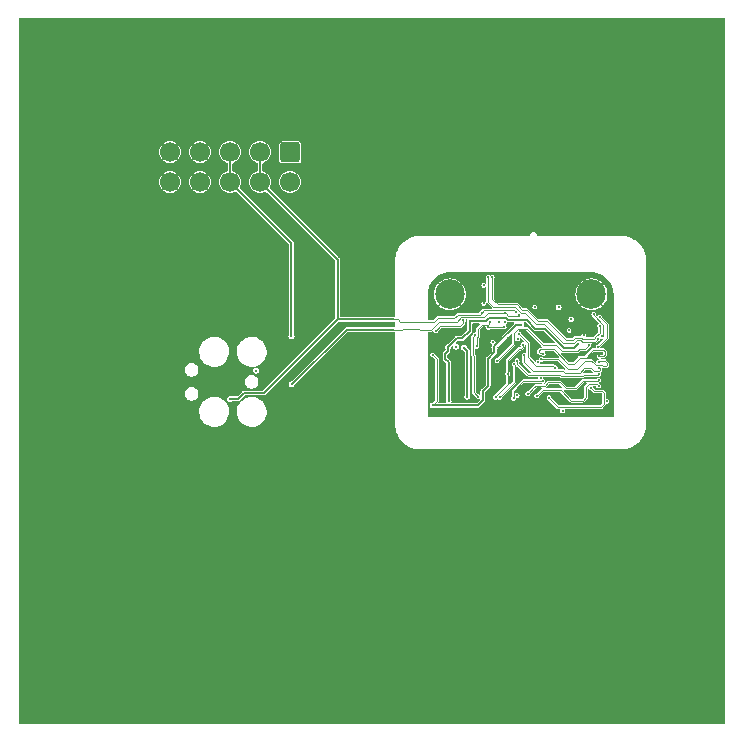
<source format=gbr>
%TF.GenerationSoftware,KiCad,Pcbnew,(7.0.0)*%
%TF.CreationDate,2023-06-03T15:05:07-04:00*%
%TF.ProjectId,headstage-neuropix1e,68656164-7374-4616-9765-2d6e6575726f,A*%
%TF.SameCoordinates,Original*%
%TF.FileFunction,Copper,L3,Inr*%
%TF.FilePolarity,Positive*%
%FSLAX46Y46*%
G04 Gerber Fmt 4.6, Leading zero omitted, Abs format (unit mm)*
G04 Created by KiCad (PCBNEW (7.0.0)) date 2023-06-03 15:05:07*
%MOMM*%
%LPD*%
G01*
G04 APERTURE LIST*
G04 Aperture macros list*
%AMRoundRect*
0 Rectangle with rounded corners*
0 $1 Rounding radius*
0 $2 $3 $4 $5 $6 $7 $8 $9 X,Y pos of 4 corners*
0 Add a 4 corners polygon primitive as box body*
4,1,4,$2,$3,$4,$5,$6,$7,$8,$9,$2,$3,0*
0 Add four circle primitives for the rounded corners*
1,1,$1+$1,$2,$3*
1,1,$1+$1,$4,$5*
1,1,$1+$1,$6,$7*
1,1,$1+$1,$8,$9*
0 Add four rect primitives between the rounded corners*
20,1,$1+$1,$2,$3,$4,$5,0*
20,1,$1+$1,$4,$5,$6,$7,0*
20,1,$1+$1,$6,$7,$8,$9,0*
20,1,$1+$1,$8,$9,$2,$3,0*%
G04 Aperture macros list end*
%TA.AperFunction,ComponentPad*%
%ADD10C,2.500000*%
%TD*%
%TA.AperFunction,ComponentPad*%
%ADD11RoundRect,0.250000X-0.600000X0.600000X-0.600000X-0.600000X0.600000X-0.600000X0.600000X0.600000X0*%
%TD*%
%TA.AperFunction,ComponentPad*%
%ADD12C,1.700000*%
%TD*%
%TA.AperFunction,ViaPad*%
%ADD13C,0.200000*%
%TD*%
%TA.AperFunction,ViaPad*%
%ADD14C,0.300000*%
%TD*%
%TA.AperFunction,ViaPad*%
%ADD15C,0.250000*%
%TD*%
%TA.AperFunction,Conductor*%
%ADD16C,0.200000*%
%TD*%
%TA.AperFunction,Conductor*%
%ADD17C,0.100000*%
%TD*%
G04 APERTURE END LIST*
D10*
%TO.N,GND*%
%TO.C,TP2*%
X148600000Y-88500000D03*
%TD*%
%TO.N,GND*%
%TO.C,TP1*%
X136600000Y-88500000D03*
%TD*%
D11*
%TO.N,+4V*%
%TO.C,J3*%
X123080000Y-76447500D03*
D12*
X123080000Y-78987500D03*
%TO.N,/Neuropixels 1.0/SCL*%
X120540000Y-76447500D03*
X120540000Y-78987500D03*
%TO.N,/Neuropixels 1.0/SDA*%
X118000000Y-76447500D03*
X118000000Y-78987500D03*
%TO.N,GND*%
X115460000Y-76447500D03*
X115460000Y-78987500D03*
X112920000Y-76447500D03*
X112920000Y-78987500D03*
%TD*%
D13*
%TO.N,GND*%
X147850000Y-96380000D03*
X148800000Y-92950500D03*
X142700000Y-98110000D03*
X138560000Y-97170000D03*
D14*
X135200000Y-89780000D03*
X148150000Y-97670000D03*
X137490000Y-94010000D03*
D13*
%TO.N,+1V8*%
X135150500Y-93600000D03*
%TO.N,GND*%
X136850000Y-94637500D03*
X141210000Y-94430000D03*
D14*
X146940000Y-87070000D03*
X135910000Y-93110000D03*
X155510000Y-95710000D03*
X130400000Y-83630000D03*
X144416061Y-81338202D03*
X145266637Y-78141210D03*
X104670000Y-77610000D03*
X117520000Y-69930000D03*
X114560000Y-86760000D03*
X106460000Y-93330000D03*
X106760000Y-112810000D03*
X137380000Y-106710000D03*
X152750000Y-106940000D03*
X136910000Y-80250000D03*
X150520000Y-80190000D03*
D13*
%TO.N,Net-(D1-K)*%
X149500500Y-92050000D03*
D14*
%TO.N,GND*%
X143524500Y-93600000D03*
D13*
%TO.N,+4V*%
X139842554Y-91298776D03*
X141200000Y-91250000D03*
%TO.N,+1V8*%
X146700000Y-91550000D03*
D14*
%TO.N,GND*%
X144400000Y-98000000D03*
X149700000Y-89900000D03*
X135890000Y-90120000D03*
X138000000Y-89850000D03*
X138150000Y-87100000D03*
X141050000Y-87000000D03*
X143800000Y-86950000D03*
X143000000Y-87400000D03*
X144700000Y-87450000D03*
X145570000Y-87160000D03*
D13*
X147400000Y-89550000D03*
X148100000Y-90000000D03*
X146950000Y-89250000D03*
X146450000Y-89150000D03*
X144250000Y-90250000D03*
X144900000Y-90200000D03*
X146800000Y-90050000D03*
D14*
X144350000Y-92150000D03*
X144800000Y-92380500D03*
X150000000Y-96750000D03*
X136080000Y-94520000D03*
X135190000Y-96310000D03*
X135580000Y-98500000D03*
X149850000Y-98400000D03*
X137520000Y-96370000D03*
X139050000Y-96510000D03*
D13*
X145950000Y-94700000D03*
X142400000Y-95600000D03*
X141900000Y-94100000D03*
X141097653Y-92999500D03*
X141100000Y-91600000D03*
X148350000Y-95000000D03*
X149282373Y-93452308D03*
D14*
X147700000Y-93450000D03*
X146500000Y-93600000D03*
X146350000Y-95750000D03*
X147000000Y-95750000D03*
D13*
X146900000Y-96200000D03*
X145650000Y-96250000D03*
D14*
X144800000Y-96950000D03*
X135200000Y-97200000D03*
X135160000Y-95280000D03*
X139210000Y-95770000D03*
X137500000Y-95710000D03*
X140600000Y-95600000D03*
X139950000Y-97000000D03*
D13*
%TO.N,Net-(R12-Pad1)*%
X138900000Y-92900000D03*
X140036779Y-90836779D03*
%TO.N,+1V8*%
X149899500Y-97550000D03*
%TO.N,/Neuropixels 1.0/SCL*%
X145550000Y-94700000D03*
X139300000Y-90050500D03*
X142300000Y-97050000D03*
X142450000Y-91850000D03*
X142200000Y-90025700D03*
%TO.N,/Neuropixels 1.0/SDA*%
X141250000Y-90099500D03*
X142476943Y-90250500D03*
%TO.N,Net-(D1-K)*%
X148790466Y-90190500D03*
%TO.N,/Neuropixels 1.0/NP_{~{MUXRST}}*%
X148391059Y-92750500D03*
%TO.N,/Perpherials/GPIO0*%
X149150000Y-92250000D03*
%TO.N,/Perpherials/GPIO1*%
X149290000Y-91150000D03*
%TO.N,Net-(U4-GPIO3{slash}CLKIN)*%
X149151002Y-92950500D03*
X149312724Y-90439717D03*
D14*
%TO.N,+1.8VA*%
X147500000Y-92700500D03*
D13*
%TO.N,/Neuropixels 1.0/NP_{~{MUXRST}}*%
X140600000Y-94100000D03*
%TO.N,+1.8VA*%
X139850500Y-90599500D03*
%TO.N,+4V*%
X139475700Y-89265000D03*
X139475700Y-87735000D03*
%TO.N,/Perpherials/GPIO0*%
X139850000Y-87050000D03*
%TO.N,/Perpherials/GPIO1*%
X140200000Y-87050000D03*
D14*
%TO.N,+1.8VA*%
X138300500Y-90750000D03*
D13*
%TO.N,/Neuropixels 1.0/SDA*%
X142050000Y-94400000D03*
D14*
%TO.N,+1.8VA*%
X136509592Y-97495740D03*
D13*
%TO.N,/DC Tap & Regulation/VA_{EN}*%
X141500000Y-95223498D03*
D14*
%TO.N,+1.2VA*%
X138100000Y-97150000D03*
X137800000Y-93000000D03*
D13*
%TO.N,Net-(U2-EN2)*%
X137750000Y-90700000D03*
X135400000Y-91600000D03*
D14*
%TO.N,GND*%
X137470000Y-97000000D03*
X140500000Y-96250000D03*
D13*
X142900000Y-95450000D03*
D14*
X143350000Y-96106321D03*
D13*
%TO.N,/Neuropixels 1.0/PCLK*%
X144300000Y-95550000D03*
D14*
%TO.N,+1V8*%
X142662961Y-91089404D03*
X140387638Y-93000500D03*
X135150000Y-97900000D03*
D13*
%TO.N,/Neuropixels 1.0/MCLK*%
X146150000Y-98350000D03*
%TO.N,/Neuropixels 1.0/SYNC*%
X142000000Y-97300000D03*
X144454093Y-95806821D03*
%TO.N,/Neuropixels 1.0/D1*%
X144506823Y-93513173D03*
%TO.N,/Neuropixels 1.0/D2*%
X144339602Y-94000500D03*
%TO.N,/Neuropixels 1.0/D5*%
X142900000Y-93600000D03*
%TO.N,/Neuropixels 1.0/D6*%
X142300000Y-94100000D03*
X149200000Y-95250001D03*
%TO.N,/Neuropixels 1.0/D4*%
X143188553Y-96918204D03*
X149200000Y-95750000D03*
%TO.N,/Neuropixels 1.0/D3*%
X143950000Y-97100000D03*
X149200000Y-96250000D03*
%TO.N,/Neuropixels 1.0/D0*%
X145000000Y-97250000D03*
X148550000Y-96400000D03*
%TO.N,/Neuropixels 1.0/D5*%
X149200000Y-94750000D03*
%TO.N,/Neuropixels 1.0/D2*%
X149200000Y-94250000D03*
%TO.N,/Neuropixels 1.0/D1*%
X149249502Y-93750000D03*
%TO.N,/DC Tap & Regulation/RF+DC*%
X143800000Y-89575000D03*
%TO.N,/Neuropixels 1.0/SDA*%
X142350000Y-92243279D03*
%TO.N,GND*%
X137650000Y-91650000D03*
X136500000Y-91650000D03*
X137000000Y-91550000D03*
X140050000Y-92150000D03*
X140697383Y-92107850D03*
%TO.N,+1V8*%
X140250000Y-92550000D03*
D14*
%TO.N,+4V*%
X137112184Y-92917916D03*
%TO.N,+1.8VA*%
X136450000Y-92950000D03*
D13*
%TO.N,/Neuropixels 1.0/SDA*%
X140850000Y-97200000D03*
X144050000Y-94250000D03*
%TO.N,Net-(U4-VDDCML)*%
X147950000Y-91976277D03*
%TO.N,GND*%
X146400000Y-90050000D03*
X145950000Y-90100000D03*
X145350000Y-89500000D03*
D15*
%TO.N,/Serializer/Dout-*%
X146874500Y-90600000D03*
D14*
%TO.N,/DC Tap & Regulation/RF+DC*%
X145812500Y-89600000D03*
D13*
%TO.N,GND*%
X142501424Y-92851424D03*
X140038769Y-92979457D03*
X141541598Y-92175102D03*
%TO.N,/Neuropixels 1.0/CAL_SIGNAL*%
X139000000Y-97150000D03*
X138750000Y-91900000D03*
%TO.N,/DC Tap & Regulation/VA_{EN}*%
X142793180Y-92745908D03*
X140473576Y-97223576D03*
%TO.N,Net-(U5--)*%
X140800000Y-90799500D03*
%TO.N,Net-(R12-Pad1)*%
X141250000Y-90850000D03*
D14*
%TO.N,GND*%
X156300000Y-121900000D03*
X129640000Y-110300000D03*
X135640000Y-73600000D03*
X126680000Y-71747500D03*
X156700000Y-69100000D03*
X155800000Y-87500000D03*
X107600000Y-104500000D03*
X103100000Y-122100000D03*
X105450000Y-70470000D03*
X145200000Y-72300000D03*
X154200000Y-101500000D03*
X103900000Y-84800000D03*
X128400000Y-101000000D03*
%TO.N,+4V*%
X120200000Y-94945000D03*
%TO.N,/Neuropixels 1.0/SCL*%
X118000000Y-97340000D03*
%TO.N,/Neuropixels 1.0/SDA*%
X123200000Y-92000000D03*
X123210000Y-96120000D03*
%TD*%
D16*
%TO.N,/Neuropixels 1.0/SDA*%
X123210000Y-96120000D02*
X123240000Y-96120000D01*
X123240000Y-96120000D02*
X127860000Y-91500000D01*
X127860000Y-91500000D02*
X131900000Y-91500000D01*
X123200000Y-84187500D02*
X123200000Y-92000000D01*
X118000000Y-78987500D02*
X123200000Y-84187500D01*
D17*
%TO.N,/Neuropixels 1.0/D3*%
X147850000Y-97500000D02*
X146900000Y-97500000D01*
X148150000Y-96300000D02*
X148150000Y-97200000D01*
X148150000Y-97200000D02*
X147850000Y-97500000D01*
%TO.N,+1V8*%
X135500000Y-97550000D02*
X135150000Y-97900000D01*
X135150500Y-93600000D02*
X135500000Y-93949500D01*
X135500000Y-93949500D02*
X135500000Y-97550000D01*
D16*
%TO.N,+1.8VA*%
X136509592Y-94249592D02*
X136509592Y-97495740D01*
X136200000Y-93940000D02*
X136509592Y-94249592D01*
X136200000Y-93540000D02*
X136200000Y-93940000D01*
X136450000Y-93290000D02*
X136200000Y-93540000D01*
X136450000Y-92950000D02*
X136450000Y-93290000D01*
D17*
%TO.N,/Neuropixels 1.0/CAL_SIGNAL*%
X138630000Y-96780000D02*
X139000000Y-97150000D01*
X138630000Y-93680000D02*
X138630000Y-96780000D01*
X138550000Y-92100000D02*
X138550000Y-93600000D01*
X138550000Y-93600000D02*
X138630000Y-93680000D01*
X138750000Y-91900000D02*
X138550000Y-92100000D01*
%TO.N,/Perpherials/GPIO1*%
X149290000Y-91760000D02*
X149000000Y-92050000D01*
X149290000Y-91150000D02*
X149290000Y-91760000D01*
%TO.N,Net-(D1-K)*%
X149570000Y-91050000D02*
X148790466Y-90270466D01*
X149570000Y-91980500D02*
X149570000Y-91050000D01*
X149500500Y-92050000D02*
X149570000Y-91980500D01*
X148790466Y-90270466D02*
X148790466Y-90190500D01*
%TO.N,/Neuropixels 1.0/SCL*%
X143225000Y-93825000D02*
X143225000Y-92575000D01*
X145375000Y-94525000D02*
X143925000Y-94525000D01*
X143925000Y-94525000D02*
X143225000Y-93825000D01*
X143225000Y-92575000D02*
X142500000Y-91850000D01*
X145550000Y-94700000D02*
X145375000Y-94525000D01*
X142500000Y-91850000D02*
X142450000Y-91850000D01*
%TO.N,Net-(U4-GPIO3{slash}CLKIN)*%
X149900000Y-91026993D02*
X149312724Y-90439717D01*
X149900000Y-92201502D02*
X149900000Y-91026993D01*
X149151002Y-92950500D02*
X149900000Y-92201502D01*
%TO.N,/Perpherials/GPIO1*%
X140650000Y-89350000D02*
X140200000Y-88900000D01*
X142300000Y-89350000D02*
X140650000Y-89350000D01*
X140200000Y-88900000D02*
X140200000Y-87050000D01*
X142750000Y-89800000D02*
X142300000Y-89350000D01*
X143100000Y-89800000D02*
X142750000Y-89800000D01*
X144050000Y-90750000D02*
X143100000Y-89800000D01*
X144850000Y-90750000D02*
X144050000Y-90750000D01*
X147050000Y-92350000D02*
X146450000Y-92350000D01*
X147199500Y-92200500D02*
X147050000Y-92350000D01*
X147757608Y-92200500D02*
X147199500Y-92200500D01*
X146450000Y-92350000D02*
X144850000Y-90750000D01*
X147807108Y-92250000D02*
X147757608Y-92200500D01*
X148796446Y-92250000D02*
X147807108Y-92250000D01*
X148998223Y-92048223D02*
X148796446Y-92250000D01*
%TO.N,/Perpherials/GPIO0*%
X139850000Y-89100000D02*
X139850000Y-87050000D01*
X142150000Y-89550000D02*
X140300000Y-89550000D01*
X142650000Y-90050000D02*
X142150000Y-89550000D01*
X142950000Y-90050000D02*
X142650000Y-90050000D01*
X143900000Y-91000000D02*
X142950000Y-90050000D01*
X144603554Y-91000000D02*
X143900000Y-91000000D01*
X147349500Y-92400500D02*
X147150000Y-92600000D01*
X146203554Y-92600000D02*
X144603554Y-91000000D01*
X147674765Y-92400500D02*
X147349500Y-92400500D01*
X148900000Y-92500000D02*
X147774265Y-92500000D01*
X147774265Y-92500000D02*
X147674765Y-92400500D01*
X149150000Y-92250000D02*
X148900000Y-92500000D01*
X140300000Y-89550000D02*
X139850000Y-89100000D01*
X147150000Y-92600000D02*
X146203554Y-92600000D01*
D16*
%TO.N,+1.8VA*%
X139950000Y-90500000D02*
X139850500Y-90599500D01*
X141546447Y-90650000D02*
X141396447Y-90500000D01*
X143100000Y-90650000D02*
X141546447Y-90650000D01*
X141396447Y-90500000D02*
X139950000Y-90500000D01*
X144644779Y-91394779D02*
X143844779Y-91394779D01*
X147150500Y-93050000D02*
X146300000Y-93050000D01*
X147500000Y-92700500D02*
X147150500Y-93050000D01*
X146300000Y-93050000D02*
X144644779Y-91394779D01*
X143844779Y-91394779D02*
X143100000Y-90650000D01*
D17*
%TO.N,/Neuropixels 1.0/NP_{~{MUXRST}}*%
X142000000Y-92700000D02*
X140600000Y-94100000D01*
X142400000Y-91400000D02*
X142000000Y-91800000D01*
X143100000Y-91400000D02*
X142400000Y-91400000D01*
X144500000Y-92800000D02*
X143100000Y-91400000D01*
X145600000Y-92800000D02*
X144500000Y-92800000D01*
X142000000Y-91800000D02*
X142000000Y-92700000D01*
X146100000Y-93300000D02*
X145600000Y-92800000D01*
X147425735Y-93300000D02*
X146100000Y-93300000D01*
X148391059Y-92750500D02*
X148391059Y-92808941D01*
X148050000Y-93150000D02*
X147575735Y-93150000D01*
X147575735Y-93150000D02*
X147425735Y-93300000D01*
X148391059Y-92808941D02*
X148050000Y-93150000D01*
D16*
%TO.N,/Neuropixels 1.0/SCL*%
X127100000Y-85547500D02*
X127100000Y-90600000D01*
X120540000Y-78987500D02*
X127100000Y-85547500D01*
D17*
%TO.N,+4V*%
X139891330Y-91250000D02*
X141200000Y-91250000D01*
X139842554Y-91298776D02*
X139891330Y-91250000D01*
D16*
%TO.N,+1.8VA*%
X139850500Y-90599500D02*
X139700000Y-90750000D01*
X139700000Y-90750000D02*
X138300500Y-90750000D01*
D17*
%TO.N,Net-(R12-Pad1)*%
X139350000Y-91050000D02*
X139650000Y-91050000D01*
X138900000Y-92150000D02*
X139000000Y-92050000D01*
X138900000Y-92600000D02*
X138900000Y-92150000D01*
X139000000Y-92050000D02*
X139000000Y-91400000D01*
X139000000Y-91400000D02*
X139350000Y-91050000D01*
X139823558Y-91050000D02*
X139650000Y-91050000D01*
X140036779Y-90836779D02*
X139823558Y-91050000D01*
X138900000Y-92600000D02*
X138900000Y-92900000D01*
%TO.N,/DC Tap & Regulation/VA_{EN}*%
X142448576Y-93101424D02*
X142604978Y-93101424D01*
X142604978Y-93101424D02*
X142793180Y-92913222D01*
X142793180Y-92913222D02*
X142793180Y-92745908D01*
X141500000Y-94050000D02*
X142448576Y-93101424D01*
X141500000Y-95223498D02*
X141500000Y-94050000D01*
%TO.N,/Neuropixels 1.0/D4*%
X146400000Y-96450000D02*
X145900000Y-95950000D01*
X146550000Y-96450000D02*
X146400000Y-96450000D01*
X144950000Y-95950000D02*
X145900000Y-95950000D01*
%TO.N,/Neuropixels 1.0/D1*%
X148750000Y-93200000D02*
X149600000Y-93200000D01*
X148100000Y-93850000D02*
X148750000Y-93200000D01*
X147600000Y-93850000D02*
X148100000Y-93850000D01*
D16*
%TO.N,+1V8*%
X139400000Y-96700000D02*
X139850000Y-96250000D01*
X139400000Y-97450000D02*
X139400000Y-96700000D01*
X139850000Y-96250000D02*
X139850000Y-93950000D01*
X138950000Y-97900000D02*
X139400000Y-97450000D01*
D17*
%TO.N,/Neuropixels 1.0/SDA*%
X137575000Y-90425000D02*
X139525000Y-90425000D01*
X137200000Y-90800000D02*
X137575000Y-90425000D01*
X135700000Y-90800000D02*
X137200000Y-90800000D01*
X135000000Y-91500000D02*
X135700000Y-90800000D01*
X134094568Y-91500000D02*
X135000000Y-91500000D01*
X132585995Y-91500000D02*
X132658167Y-91427828D01*
X134022396Y-91427828D02*
X134094568Y-91500000D01*
X131900000Y-91500000D02*
X132585995Y-91500000D01*
X132658167Y-91427828D02*
X134022396Y-91427828D01*
%TO.N,/Neuropixels 1.0/SCL*%
X139150500Y-90200000D02*
X139300000Y-90050500D01*
X137300000Y-90200000D02*
X139150500Y-90200000D01*
X137000000Y-90500000D02*
X137300000Y-90200000D01*
X135600000Y-90500000D02*
X137000000Y-90500000D01*
X135300000Y-90800000D02*
X135600000Y-90500000D01*
X133829071Y-90800000D02*
X135300000Y-90800000D01*
X133802348Y-90826723D02*
X133829071Y-90800000D01*
X132426723Y-90826723D02*
X133802348Y-90826723D01*
X132200000Y-90600000D02*
X132426723Y-90826723D01*
D16*
X119200000Y-96840000D02*
X118700000Y-97340000D01*
X120860000Y-96840000D02*
X119200000Y-96840000D01*
X127100000Y-90600000D02*
X120860000Y-96840000D01*
X131900000Y-90600000D02*
X127100000Y-90600000D01*
D17*
X131900000Y-90600000D02*
X132200000Y-90600000D01*
D16*
X118000000Y-97340000D02*
X118700000Y-97340000D01*
D17*
X142024300Y-89850000D02*
X142200000Y-90025700D01*
X139500500Y-89850000D02*
X142024300Y-89850000D01*
X139300000Y-90050500D02*
X139500500Y-89850000D01*
%TO.N,/Neuropixels 1.0/SDA*%
X139525000Y-90425000D02*
X139850500Y-90099500D01*
%TO.N,Net-(U2-EN2)*%
X135800000Y-91200000D02*
X135400000Y-91600000D01*
X137750000Y-90700000D02*
X137750000Y-90950000D01*
X137750000Y-90950000D02*
X137500000Y-91200000D01*
X137500000Y-91200000D02*
X135800000Y-91200000D01*
%TO.N,/Neuropixels 1.0/SDA*%
X141250000Y-90099500D02*
X139850500Y-90099500D01*
D16*
%TO.N,+1.8VA*%
X137175000Y-92225000D02*
X136450000Y-92950000D01*
X137675000Y-92225000D02*
X137175000Y-92225000D01*
X138300500Y-90750000D02*
X138300500Y-91599500D01*
X138300500Y-91599500D02*
X137675000Y-92225000D01*
D17*
%TO.N,/Neuropixels 1.0/SDA*%
X141250000Y-90099500D02*
X141349500Y-90099500D01*
X141349500Y-90099500D02*
X141550000Y-90300000D01*
X142427443Y-90300000D02*
X141550000Y-90300000D01*
X142476943Y-90250500D02*
X142427443Y-90300000D01*
D16*
%TO.N,+1V8*%
X142662961Y-91089404D02*
X142203031Y-91089404D01*
X142203031Y-91089404D02*
X140387638Y-92904797D01*
X140387638Y-92904797D02*
X140387638Y-93000500D01*
X140387638Y-93412362D02*
X140387638Y-93000500D01*
X139850000Y-93950000D02*
X140387638Y-93412362D01*
X135150000Y-97900000D02*
X138950000Y-97900000D01*
%TO.N,+1.2VA*%
X138100000Y-93300000D02*
X137800000Y-93000000D01*
X138100000Y-97150000D02*
X138100000Y-93300000D01*
D17*
%TO.N,/Neuropixels 1.0/D5*%
X149300000Y-94750000D02*
X149200000Y-94750000D01*
X148850000Y-95000000D02*
X149250000Y-95000000D01*
X149350000Y-94800000D02*
X149300000Y-94750000D01*
X148000000Y-94750000D02*
X147600000Y-95150000D01*
X149350000Y-94900000D02*
X149350000Y-94800000D01*
X149250000Y-95000000D02*
X149350000Y-94900000D01*
X148600000Y-94750000D02*
X148850000Y-95000000D01*
X148000000Y-94750000D02*
X148600000Y-94750000D01*
X147600000Y-95150000D02*
X146375000Y-95150000D01*
X146225000Y-95000000D02*
X146375000Y-95150000D01*
X144500000Y-95000000D02*
X146225000Y-95000000D01*
X144500000Y-95000000D02*
X143650000Y-95000000D01*
X143650000Y-95000000D02*
X142900000Y-94250000D01*
X142900000Y-94250000D02*
X142900000Y-93600000D01*
%TO.N,/Neuropixels 1.0/D4*%
X144675000Y-96225000D02*
X143881756Y-96225000D01*
X144675000Y-96225000D02*
X144950000Y-95950000D01*
X143881756Y-96225000D02*
X143728378Y-96378378D01*
%TO.N,/Neuropixels 1.0/D2*%
X148050000Y-94150000D02*
X147950000Y-94250000D01*
X148600000Y-94150000D02*
X148050000Y-94150000D01*
X148700000Y-94250000D02*
X148600000Y-94150000D01*
X149950000Y-94350000D02*
X149925000Y-94325000D01*
X149750000Y-94150000D02*
X149925000Y-94325000D01*
X149950000Y-94500000D02*
X149850000Y-94600000D01*
X149950000Y-94500000D02*
X149950000Y-94350000D01*
X149850000Y-94600000D02*
X149600000Y-94600000D01*
%TO.N,/Neuropixels 1.0/SDA*%
X142100000Y-95950000D02*
X142100000Y-94450000D01*
X142100000Y-94450000D02*
X142050000Y-94400000D01*
X140850000Y-97200000D02*
X142100000Y-95950000D01*
%TO.N,/DC Tap & Regulation/VA_{EN}*%
X141500000Y-96050000D02*
X141500000Y-95223498D01*
X140473576Y-97076424D02*
X141500000Y-96050000D01*
X140473576Y-97223576D02*
X140473576Y-97076424D01*
%TO.N,/Neuropixels 1.0/SYNC*%
X142000000Y-96650000D02*
X142000000Y-97300000D01*
X142843179Y-95806821D02*
X142000000Y-96650000D01*
X144454093Y-95806821D02*
X142843179Y-95806821D01*
%TO.N,/Neuropixels 1.0/D0*%
X145750000Y-98050000D02*
X145000000Y-97300000D01*
X145000000Y-97300000D02*
X145000000Y-97250000D01*
%TO.N,/Neuropixels 1.0/D4*%
X149150000Y-95800000D02*
X149200000Y-95750000D01*
X147250000Y-96450000D02*
X147900000Y-95800000D01*
X147900000Y-95800000D02*
X149150000Y-95800000D01*
X143188553Y-96918204D02*
X143728378Y-96378378D01*
X146550000Y-96450000D02*
X147250000Y-96450000D01*
%TO.N,/Neuropixels 1.0/D6*%
X145950000Y-95300000D02*
X146050000Y-95400000D01*
X143250000Y-95300000D02*
X145950000Y-95300000D01*
X147850000Y-95400000D02*
X147950000Y-95300000D01*
X149150001Y-95300000D02*
X149200000Y-95250001D01*
X142300000Y-94350000D02*
X143250000Y-95300000D01*
X142300000Y-94100000D02*
X142300000Y-94350000D01*
X146050000Y-95400000D02*
X147850000Y-95400000D01*
X147950000Y-95300000D02*
X149150001Y-95300000D01*
%TO.N,/Neuropixels 1.0/D1*%
X149725000Y-93325000D02*
X149600000Y-93200000D01*
X149600000Y-93750000D02*
X149725000Y-93625000D01*
X149725000Y-93625000D02*
X149725000Y-93325000D01*
%TO.N,/Neuropixels 1.0/D2*%
X145775500Y-94000500D02*
X144339602Y-94000500D01*
X146575000Y-94800000D02*
X145775500Y-94000500D01*
X147400000Y-94800000D02*
X146575000Y-94800000D01*
X147950000Y-94250000D02*
X147400000Y-94800000D01*
X148950000Y-94500000D02*
X148700000Y-94250000D01*
X149500000Y-94500000D02*
X148950000Y-94500000D01*
X149600000Y-94600000D02*
X149500000Y-94500000D01*
X149200000Y-94250000D02*
X149300000Y-94150000D01*
X149300000Y-94150000D02*
X149750000Y-94150000D01*
%TO.N,/Neuropixels 1.0/D0*%
X149650000Y-96850000D02*
X149650000Y-97800000D01*
X149500000Y-96700000D02*
X149650000Y-96850000D01*
X149650000Y-97800000D02*
X149400000Y-98050000D01*
X148850000Y-96700000D02*
X149500000Y-96700000D01*
X149400000Y-98050000D02*
X145750000Y-98050000D01*
X148550000Y-96400000D02*
X148850000Y-96700000D01*
%TO.N,/Neuropixels 1.0/D3*%
X144471622Y-96578378D02*
X143950000Y-97100000D01*
X146900000Y-97500000D02*
X145978378Y-96578378D01*
X145978378Y-96578378D02*
X144471622Y-96578378D01*
X148350000Y-96100000D02*
X148150000Y-96300000D01*
X149050000Y-96100000D02*
X148350000Y-96100000D01*
X149200000Y-96250000D02*
X149050000Y-96100000D01*
%TO.N,/Neuropixels 1.0/D1*%
X144493650Y-93500000D02*
X144506823Y-93513173D01*
X144150000Y-93400000D02*
X144250000Y-93500000D01*
X144150000Y-93250000D02*
X144150000Y-93400000D01*
X144250000Y-93150000D02*
X144150000Y-93250000D01*
X145450000Y-93150000D02*
X144250000Y-93150000D01*
X146650000Y-94350000D02*
X145450000Y-93150000D01*
X147100000Y-94350000D02*
X146650000Y-94350000D01*
X144250000Y-93500000D02*
X144493650Y-93500000D01*
X147600000Y-93850000D02*
X147100000Y-94350000D01*
X149249502Y-93750000D02*
X149600000Y-93750000D01*
D16*
%TO.N,/Neuropixels 1.0/SCL*%
X120540000Y-76447500D02*
X120540000Y-78987500D01*
%TO.N,/Neuropixels 1.0/SDA*%
X118000000Y-76447500D02*
X118000000Y-78987500D01*
%TD*%
%TA.AperFunction,Conductor*%
%TO.N,GND*%
G36*
X144230948Y-86601669D02*
G01*
X144301223Y-86620500D01*
X144314618Y-86620500D01*
X144350000Y-86620500D01*
X144382288Y-86620500D01*
X148567712Y-86620500D01*
X148598397Y-86620500D01*
X148601602Y-86620605D01*
X148842126Y-86636369D01*
X148848474Y-86637205D01*
X149083293Y-86683914D01*
X149089485Y-86685572D01*
X149316217Y-86762537D01*
X149322130Y-86764986D01*
X149536878Y-86870889D01*
X149542413Y-86874084D01*
X149665682Y-86956450D01*
X149741497Y-87007108D01*
X149746582Y-87011010D01*
X149926592Y-87168875D01*
X149931124Y-87173407D01*
X150088989Y-87353417D01*
X150092891Y-87358502D01*
X150210489Y-87534500D01*
X150225910Y-87557578D01*
X150229113Y-87563126D01*
X150272523Y-87651152D01*
X150335011Y-87777865D01*
X150337464Y-87783787D01*
X150414427Y-88010515D01*
X150416085Y-88016706D01*
X150462793Y-88251522D01*
X150463630Y-88257876D01*
X150479395Y-88498398D01*
X150479500Y-88501603D01*
X150479500Y-90267712D01*
X150479500Y-90300000D01*
X150479500Y-90398031D01*
X150479870Y-90400134D01*
X150479871Y-90400136D01*
X150489256Y-90453360D01*
X150490000Y-90461869D01*
X150490000Y-92958131D01*
X150489256Y-92966640D01*
X150480129Y-93018403D01*
X150479500Y-93021969D01*
X150479500Y-93024110D01*
X150479500Y-98830500D01*
X150465148Y-98865148D01*
X150430500Y-98879500D01*
X144052288Y-98879500D01*
X144020000Y-98879500D01*
X143921969Y-98879500D01*
X143919866Y-98879870D01*
X143919863Y-98879871D01*
X143809928Y-98899256D01*
X143801419Y-98900000D01*
X140218581Y-98900000D01*
X140210072Y-98899256D01*
X140100136Y-98879871D01*
X140100134Y-98879870D01*
X140098031Y-98879500D01*
X140095890Y-98879500D01*
X134769500Y-98879500D01*
X134734852Y-98865148D01*
X134720500Y-98830500D01*
X134720500Y-92504110D01*
X134720500Y-92501969D01*
X134720166Y-92500079D01*
X134720000Y-92496251D01*
X134720000Y-91699500D01*
X134734352Y-91664852D01*
X134769000Y-91650500D01*
X135033876Y-91650500D01*
X135040327Y-91650500D01*
X135052505Y-91643467D01*
X135064321Y-91638573D01*
X135077904Y-91634935D01*
X135116508Y-91596331D01*
X135147492Y-91582118D01*
X135180251Y-91591556D01*
X135198925Y-91620077D01*
X135213479Y-91683844D01*
X135213481Y-91683849D01*
X135214710Y-91689231D01*
X135235822Y-91715704D01*
X135261660Y-91748104D01*
X135271776Y-91760788D01*
X135354237Y-91800500D01*
X135440243Y-91800500D01*
X135445763Y-91800500D01*
X135528224Y-91760788D01*
X135585290Y-91689231D01*
X135600390Y-91623066D01*
X135613512Y-91599325D01*
X135847986Y-91364852D01*
X135882635Y-91350500D01*
X137533876Y-91350500D01*
X137540327Y-91350500D01*
X137552505Y-91343467D01*
X137564321Y-91338573D01*
X137577904Y-91334935D01*
X137634935Y-91277905D01*
X137634935Y-91277903D01*
X137870430Y-91042409D01*
X137870429Y-91042409D01*
X137884935Y-91027904D01*
X137888573Y-91014321D01*
X137893467Y-91002505D01*
X137900500Y-90990327D01*
X137900500Y-90909674D01*
X137900500Y-90850000D01*
X137911191Y-90819449D01*
X137914857Y-90814852D01*
X137935290Y-90789231D01*
X137951619Y-90717685D01*
X137955774Y-90711786D01*
X137954428Y-90708296D01*
X137954428Y-90705380D01*
X137955656Y-90700000D01*
X137954428Y-90694620D01*
X137954428Y-90694616D01*
X137940913Y-90635404D01*
X137943071Y-90606598D01*
X137961081Y-90584014D01*
X137988684Y-90575500D01*
X138024151Y-90575500D01*
X138056462Y-90587662D01*
X138072733Y-90618112D01*
X138066944Y-90642911D01*
X138069062Y-90643788D01*
X138067213Y-90648249D01*
X138064534Y-90652260D01*
X138063593Y-90656988D01*
X138063592Y-90656992D01*
X138051486Y-90717856D01*
X138045372Y-90727510D01*
X138047449Y-90738146D01*
X138045092Y-90750000D01*
X138064534Y-90847740D01*
X138067216Y-90851754D01*
X138091742Y-90888461D01*
X138100000Y-90915683D01*
X138100000Y-91496154D01*
X138085648Y-91530802D01*
X137606303Y-92010148D01*
X137590407Y-92020770D01*
X137571655Y-92024500D01*
X137217388Y-92024500D01*
X137208728Y-92023028D01*
X137208723Y-92023080D01*
X137203238Y-92022461D01*
X137198026Y-92020638D01*
X137192539Y-92021256D01*
X137166478Y-92024192D01*
X137160993Y-92024500D01*
X137152410Y-92024500D01*
X137149734Y-92025110D01*
X137149721Y-92025112D01*
X137144038Y-92026409D01*
X137138631Y-92027328D01*
X137112561Y-92030265D01*
X137112556Y-92030266D01*
X137107076Y-92030884D01*
X137102402Y-92033820D01*
X137097191Y-92035644D01*
X137097174Y-92035597D01*
X137096103Y-92036041D01*
X137096125Y-92036086D01*
X137091150Y-92038481D01*
X137085769Y-92039710D01*
X137081453Y-92043151D01*
X137081450Y-92043153D01*
X137060947Y-92059503D01*
X137056476Y-92062676D01*
X137051529Y-92065785D01*
X137051519Y-92065792D01*
X137049199Y-92067251D01*
X137047260Y-92069189D01*
X137047257Y-92069192D01*
X137043126Y-92073323D01*
X137039036Y-92076977D01*
X137018528Y-92093333D01*
X137018526Y-92093335D01*
X137014212Y-92096776D01*
X137011817Y-92101747D01*
X137008375Y-92106064D01*
X137008335Y-92106032D01*
X137003250Y-92113198D01*
X136425381Y-92691068D01*
X136400294Y-92704478D01*
X136356992Y-92713092D01*
X136356988Y-92713093D01*
X136352260Y-92714034D01*
X136348250Y-92716712D01*
X136348248Y-92716714D01*
X136273410Y-92766718D01*
X136273407Y-92766720D01*
X136269399Y-92769399D01*
X136266720Y-92773407D01*
X136266718Y-92773410D01*
X136216714Y-92848248D01*
X136216712Y-92848250D01*
X136214034Y-92852260D01*
X136213093Y-92856988D01*
X136213092Y-92856992D01*
X136197845Y-92933648D01*
X136194592Y-92950000D01*
X136195534Y-92954736D01*
X136201583Y-92985148D01*
X136214034Y-93047740D01*
X136216715Y-93051752D01*
X136216716Y-93051754D01*
X136241242Y-93088461D01*
X136249500Y-93115683D01*
X136249500Y-93186654D01*
X136245770Y-93205406D01*
X136235148Y-93221302D01*
X136088199Y-93368250D01*
X136081033Y-93373336D01*
X136081064Y-93373375D01*
X136076745Y-93376818D01*
X136071776Y-93379212D01*
X136068338Y-93383522D01*
X136068334Y-93383526D01*
X136051973Y-93404041D01*
X136048319Y-93408131D01*
X136044197Y-93412253D01*
X136044194Y-93412256D01*
X136042252Y-93414199D01*
X136040787Y-93416529D01*
X136040786Y-93416531D01*
X136037685Y-93421465D01*
X136034512Y-93425936D01*
X136018153Y-93446451D01*
X136014710Y-93450769D01*
X136013481Y-93456151D01*
X136011086Y-93461125D01*
X136011041Y-93461103D01*
X136010597Y-93462174D01*
X136010644Y-93462191D01*
X136008820Y-93467402D01*
X136005884Y-93472076D01*
X136005266Y-93477556D01*
X136005265Y-93477561D01*
X136002328Y-93503631D01*
X136001409Y-93509038D01*
X136000112Y-93514721D01*
X136000110Y-93514734D01*
X135999500Y-93517410D01*
X135999500Y-93520161D01*
X135999500Y-93525993D01*
X135999192Y-93531478D01*
X135997537Y-93546173D01*
X135995638Y-93563026D01*
X135997461Y-93568238D01*
X135998080Y-93573723D01*
X135998028Y-93573728D01*
X135999500Y-93582388D01*
X135999500Y-93897612D01*
X135998028Y-93906271D01*
X135998080Y-93906277D01*
X135997461Y-93911762D01*
X135995638Y-93916974D01*
X135998143Y-93939212D01*
X135999192Y-93948522D01*
X135999500Y-93954007D01*
X135999500Y-93962590D01*
X136000110Y-93965264D01*
X136000111Y-93965270D01*
X136001409Y-93970955D01*
X136002329Y-93976371D01*
X136005047Y-94000500D01*
X136005884Y-94007924D01*
X136008819Y-94012596D01*
X136010644Y-94017810D01*
X136010597Y-94017826D01*
X136011041Y-94018897D01*
X136011086Y-94018876D01*
X136013481Y-94023850D01*
X136014710Y-94029231D01*
X136019429Y-94035148D01*
X136034507Y-94054056D01*
X136037684Y-94058534D01*
X136040784Y-94063466D01*
X136040786Y-94063469D01*
X136042252Y-94065801D01*
X136044199Y-94067748D01*
X136048318Y-94071867D01*
X136051979Y-94075964D01*
X136068331Y-94096469D01*
X136068332Y-94096470D01*
X136071776Y-94100788D01*
X136076751Y-94103184D01*
X136081068Y-94106626D01*
X136081035Y-94106666D01*
X136088200Y-94111749D01*
X136294740Y-94318290D01*
X136309092Y-94352938D01*
X136309092Y-97330057D01*
X136300834Y-97357279D01*
X136276308Y-97393985D01*
X136276306Y-97393987D01*
X136273626Y-97398000D01*
X136272684Y-97402734D01*
X136272684Y-97402735D01*
X136256098Y-97486117D01*
X136254184Y-97495740D01*
X136255126Y-97500476D01*
X136272684Y-97588747D01*
X136272685Y-97588749D01*
X136273626Y-97593480D01*
X136276305Y-97597489D01*
X136276307Y-97597494D01*
X136293535Y-97623278D01*
X136301374Y-97656896D01*
X136285101Y-97687340D01*
X136252793Y-97699500D01*
X135676541Y-97699500D01*
X135645044Y-97688036D01*
X135628285Y-97659009D01*
X135633520Y-97629318D01*
X135634935Y-97627904D01*
X135638573Y-97614321D01*
X135643467Y-97602505D01*
X135650500Y-97590327D01*
X135650501Y-97509674D01*
X135650500Y-97509672D01*
X135650500Y-93929686D01*
X135650500Y-93909173D01*
X135643469Y-93896997D01*
X135638573Y-93885176D01*
X135634935Y-93871596D01*
X135630376Y-93867037D01*
X135630375Y-93867035D01*
X135577905Y-93814565D01*
X135577903Y-93814564D01*
X135364014Y-93600674D01*
X135350890Y-93576930D01*
X135350027Y-93573150D01*
X135335790Y-93510769D01*
X135286321Y-93448738D01*
X135282167Y-93443529D01*
X135282166Y-93443528D01*
X135278724Y-93439212D01*
X135273304Y-93436602D01*
X135210150Y-93406188D01*
X135196263Y-93399500D01*
X135104737Y-93399500D01*
X135099764Y-93401894D01*
X135099763Y-93401895D01*
X135027250Y-93436816D01*
X135027248Y-93436817D01*
X135022276Y-93439212D01*
X135018835Y-93443526D01*
X135018832Y-93443529D01*
X134968654Y-93506450D01*
X134965210Y-93510769D01*
X134963981Y-93516150D01*
X134963981Y-93516152D01*
X134957382Y-93545065D01*
X134944844Y-93600000D01*
X134950105Y-93623049D01*
X134962532Y-93677500D01*
X134965210Y-93689231D01*
X134984702Y-93713673D01*
X135013735Y-93750079D01*
X135022276Y-93760788D01*
X135104737Y-93800500D01*
X135117865Y-93800500D01*
X135152513Y-93814852D01*
X135335148Y-93997487D01*
X135349500Y-94032135D01*
X135349500Y-97467365D01*
X135345770Y-97486117D01*
X135335148Y-97502013D01*
X135204026Y-97633133D01*
X135183604Y-97645374D01*
X135159824Y-97646545D01*
X135154734Y-97645533D01*
X135154731Y-97645533D01*
X135150000Y-97644592D01*
X135145269Y-97645533D01*
X135145265Y-97645533D01*
X135056992Y-97663092D01*
X135056988Y-97663093D01*
X135052260Y-97664034D01*
X135048250Y-97666712D01*
X135048248Y-97666714D01*
X134973410Y-97716718D01*
X134973407Y-97716720D01*
X134969399Y-97719399D01*
X134966720Y-97723407D01*
X134966718Y-97723410D01*
X134916714Y-97798248D01*
X134916712Y-97798250D01*
X134914034Y-97802260D01*
X134913093Y-97806988D01*
X134913092Y-97806992D01*
X134897546Y-97885148D01*
X134894592Y-97900000D01*
X134895534Y-97904736D01*
X134913092Y-97993007D01*
X134913093Y-97993009D01*
X134914034Y-97997740D01*
X134916713Y-98001750D01*
X134916714Y-98001751D01*
X134959303Y-98065492D01*
X134969399Y-98080601D01*
X135052260Y-98135966D01*
X135150000Y-98155408D01*
X135247740Y-98135966D01*
X135288460Y-98108758D01*
X135315683Y-98100500D01*
X138907612Y-98100500D01*
X138916271Y-98101971D01*
X138916277Y-98101920D01*
X138921760Y-98102537D01*
X138926974Y-98104362D01*
X138958521Y-98100808D01*
X138964007Y-98100500D01*
X138969836Y-98100500D01*
X138972590Y-98100500D01*
X138980960Y-98098589D01*
X138986367Y-98097670D01*
X139017924Y-98094116D01*
X139022598Y-98091178D01*
X139027812Y-98089354D01*
X139027829Y-98089402D01*
X139028894Y-98088961D01*
X139028872Y-98088914D01*
X139033844Y-98086519D01*
X139039231Y-98085290D01*
X139064064Y-98065485D01*
X139068537Y-98062312D01*
X139075801Y-98057748D01*
X139081877Y-98051671D01*
X139085946Y-98048033D01*
X139110788Y-98028224D01*
X139113183Y-98023249D01*
X139116626Y-98018932D01*
X139116665Y-98018963D01*
X139121747Y-98011800D01*
X139511800Y-97621747D01*
X139518963Y-97616665D01*
X139518932Y-97616626D01*
X139523249Y-97613183D01*
X139528224Y-97610788D01*
X139548033Y-97585946D01*
X139551671Y-97581877D01*
X139557748Y-97575801D01*
X139562312Y-97568537D01*
X139565485Y-97564064D01*
X139585290Y-97539231D01*
X139586519Y-97533844D01*
X139588914Y-97528872D01*
X139588961Y-97528894D01*
X139589402Y-97527829D01*
X139589354Y-97527812D01*
X139591178Y-97522598D01*
X139594116Y-97517924D01*
X139597670Y-97486367D01*
X139598589Y-97480960D01*
X139600500Y-97472590D01*
X139600500Y-97464007D01*
X139600808Y-97458522D01*
X139603744Y-97432459D01*
X139604362Y-97426974D01*
X139602538Y-97421762D01*
X139601920Y-97416277D01*
X139601971Y-97416271D01*
X139600500Y-97407612D01*
X139600500Y-96803345D01*
X139614852Y-96768697D01*
X139701298Y-96682251D01*
X139961800Y-96421747D01*
X139968963Y-96416665D01*
X139968932Y-96416626D01*
X139973249Y-96413183D01*
X139978224Y-96410788D01*
X139998033Y-96385946D01*
X140001671Y-96381877D01*
X140007748Y-96375801D01*
X140012312Y-96368537D01*
X140015485Y-96364064D01*
X140035290Y-96339231D01*
X140036519Y-96333844D01*
X140038914Y-96328872D01*
X140038961Y-96328894D01*
X140039402Y-96327829D01*
X140039354Y-96327812D01*
X140041178Y-96322598D01*
X140044116Y-96317924D01*
X140047670Y-96286367D01*
X140048589Y-96280960D01*
X140050500Y-96272590D01*
X140050500Y-96264007D01*
X140050808Y-96258522D01*
X140052374Y-96244620D01*
X140054362Y-96226974D01*
X140052538Y-96221762D01*
X140051920Y-96216277D01*
X140051971Y-96216271D01*
X140050500Y-96207612D01*
X140050500Y-94053345D01*
X140064852Y-94018697D01*
X140172761Y-93910788D01*
X140499438Y-93584109D01*
X140506601Y-93579027D01*
X140506570Y-93578988D01*
X140510887Y-93575545D01*
X140515862Y-93573150D01*
X140535671Y-93548308D01*
X140539309Y-93544239D01*
X140545386Y-93538163D01*
X140549950Y-93530899D01*
X140553123Y-93526426D01*
X140572928Y-93501593D01*
X140574157Y-93496206D01*
X140576552Y-93491234D01*
X140576599Y-93491256D01*
X140577040Y-93490191D01*
X140576992Y-93490174D01*
X140578816Y-93484960D01*
X140581754Y-93480286D01*
X140585308Y-93448729D01*
X140586227Y-93443322D01*
X140588138Y-93434952D01*
X140588138Y-93426369D01*
X140588446Y-93420884D01*
X140588936Y-93416531D01*
X140592000Y-93389336D01*
X140590176Y-93384124D01*
X140589558Y-93378639D01*
X140589609Y-93378633D01*
X140588138Y-93369974D01*
X140588138Y-93166183D01*
X140596396Y-93138961D01*
X140607665Y-93122095D01*
X140623604Y-93098240D01*
X140643046Y-93000500D01*
X140636945Y-92969831D01*
X140638113Y-92946052D01*
X140650353Y-92925629D01*
X141765852Y-91810131D01*
X141800500Y-91795780D01*
X141835148Y-91810132D01*
X141849500Y-91844780D01*
X141849500Y-92617365D01*
X141835148Y-92652013D01*
X140602013Y-93885148D01*
X140567365Y-93899500D01*
X140554237Y-93899500D01*
X140549264Y-93901894D01*
X140549263Y-93901895D01*
X140476750Y-93936816D01*
X140476748Y-93936817D01*
X140471776Y-93939212D01*
X140468335Y-93943526D01*
X140468332Y-93943529D01*
X140422899Y-94000500D01*
X140414710Y-94010769D01*
X140413481Y-94016150D01*
X140413481Y-94016152D01*
X140401705Y-94067748D01*
X140394344Y-94100000D01*
X140398389Y-94117723D01*
X140410723Y-94171765D01*
X140414710Y-94189231D01*
X140433839Y-94213217D01*
X140463172Y-94250000D01*
X140471776Y-94260788D01*
X140554237Y-94300500D01*
X140640243Y-94300500D01*
X140645763Y-94300500D01*
X140728224Y-94260788D01*
X140785290Y-94189231D01*
X140800390Y-94123066D01*
X140813512Y-94099325D01*
X142120430Y-92792409D01*
X142134935Y-92777904D01*
X142138573Y-92764321D01*
X142143467Y-92752505D01*
X142150500Y-92740327D01*
X142150501Y-92659674D01*
X142150500Y-92659672D01*
X142150500Y-92447405D01*
X142163578Y-92414080D01*
X142195830Y-92398543D01*
X142220739Y-92406220D01*
X142221776Y-92404067D01*
X142304237Y-92443779D01*
X142390243Y-92443779D01*
X142395763Y-92443779D01*
X142478224Y-92404067D01*
X142535290Y-92332510D01*
X142555656Y-92243279D01*
X142554428Y-92237899D01*
X142554428Y-92235563D01*
X142568780Y-92200915D01*
X142603428Y-92186563D01*
X142638076Y-92200915D01*
X142912062Y-92474901D01*
X142926241Y-92505431D01*
X142917376Y-92537904D01*
X142889653Y-92556996D01*
X142856153Y-92553696D01*
X142843916Y-92547803D01*
X142838943Y-92545408D01*
X142747417Y-92545408D01*
X142742444Y-92547802D01*
X142742443Y-92547803D01*
X142669930Y-92582724D01*
X142669928Y-92582725D01*
X142664956Y-92585120D01*
X142661515Y-92589434D01*
X142661512Y-92589437D01*
X142612816Y-92650500D01*
X142607890Y-92656677D01*
X142606661Y-92662058D01*
X142606661Y-92662060D01*
X142596980Y-92704478D01*
X142587524Y-92745908D01*
X142588752Y-92751288D01*
X142606661Y-92829757D01*
X142606662Y-92829759D01*
X142607890Y-92835139D01*
X142610316Y-92838181D01*
X142614311Y-92866469D01*
X142600652Y-92892909D01*
X142556992Y-92936571D01*
X142541095Y-92947194D01*
X142522343Y-92950924D01*
X142488903Y-92950924D01*
X142408249Y-92950924D01*
X142402664Y-92954147D01*
X142402661Y-92954149D01*
X142396068Y-92957956D01*
X142384255Y-92962849D01*
X142370672Y-92966489D01*
X142366114Y-92971046D01*
X142366112Y-92971048D01*
X142313640Y-93023520D01*
X141422096Y-93915065D01*
X141369626Y-93967534D01*
X141369624Y-93967536D01*
X141365065Y-93972096D01*
X141363396Y-93978323D01*
X141363395Y-93978326D01*
X141361425Y-93985680D01*
X141356532Y-93997492D01*
X141352725Y-94004085D01*
X141352723Y-94004088D01*
X141349500Y-94009673D01*
X141349499Y-94016119D01*
X141349499Y-94016123D01*
X141349499Y-94051895D01*
X141349499Y-94090326D01*
X141349500Y-94090327D01*
X141349500Y-94090328D01*
X141349500Y-95073497D01*
X141338809Y-95104048D01*
X141314710Y-95134267D01*
X141313482Y-95139644D01*
X141313481Y-95139648D01*
X141299829Y-95199466D01*
X141294344Y-95223498D01*
X141295572Y-95228878D01*
X141313481Y-95307347D01*
X141313482Y-95307349D01*
X141314710Y-95312729D01*
X141335846Y-95339232D01*
X141338809Y-95342947D01*
X141349500Y-95373499D01*
X141349500Y-95967365D01*
X141335148Y-96002013D01*
X140343202Y-96993958D01*
X140343200Y-96993960D01*
X140338641Y-96998520D01*
X140336972Y-97004747D01*
X140336971Y-97004750D01*
X140335001Y-97012104D01*
X140330108Y-97023916D01*
X140326301Y-97030509D01*
X140326299Y-97030512D01*
X140323076Y-97036097D01*
X140323075Y-97042543D01*
X140323075Y-97042547D01*
X140323075Y-97073575D01*
X140312385Y-97104124D01*
X140291727Y-97130028D01*
X140291724Y-97130033D01*
X140288286Y-97134345D01*
X140287059Y-97139720D01*
X140287058Y-97139723D01*
X140275190Y-97191722D01*
X140267920Y-97223576D01*
X140270271Y-97233876D01*
X140286839Y-97306470D01*
X140288286Y-97312807D01*
X140345352Y-97384364D01*
X140427813Y-97424076D01*
X140513819Y-97424076D01*
X140519339Y-97424076D01*
X140601800Y-97384364D01*
X140632881Y-97345389D01*
X140656744Y-97329119D01*
X140685630Y-97329119D01*
X140709497Y-97345391D01*
X140713495Y-97350405D01*
X140721776Y-97360788D01*
X140804237Y-97400500D01*
X140890243Y-97400500D01*
X140895763Y-97400500D01*
X140978224Y-97360788D01*
X141035290Y-97289231D01*
X141050390Y-97223066D01*
X141063512Y-97199325D01*
X142220430Y-96042409D01*
X142234935Y-96027904D01*
X142238573Y-96014321D01*
X142243467Y-96002505D01*
X142250500Y-95990327D01*
X142250501Y-95909674D01*
X142250500Y-95909672D01*
X142250500Y-94631635D01*
X142264852Y-94596987D01*
X142299500Y-94582635D01*
X142334148Y-94596987D01*
X143115065Y-95377904D01*
X143172096Y-95434935D01*
X143185677Y-95438573D01*
X143197497Y-95443469D01*
X143209673Y-95450500D01*
X143290326Y-95450501D01*
X143290328Y-95450500D01*
X144055610Y-95450500D01*
X144083213Y-95459014D01*
X144101223Y-95481598D01*
X144103381Y-95510404D01*
X144095572Y-95544617D01*
X144095572Y-95544620D01*
X144094344Y-95550000D01*
X144095572Y-95555380D01*
X144095572Y-95555381D01*
X144104938Y-95596418D01*
X144102779Y-95625223D01*
X144084769Y-95647807D01*
X144057166Y-95656321D01*
X142883506Y-95656321D01*
X142802852Y-95656321D01*
X142797267Y-95659544D01*
X142797264Y-95659546D01*
X142790671Y-95663353D01*
X142778858Y-95668246D01*
X142765275Y-95671886D01*
X142760717Y-95676443D01*
X142760715Y-95676445D01*
X142708243Y-95728917D01*
X141922096Y-96515065D01*
X141869626Y-96567534D01*
X141869624Y-96567536D01*
X141865065Y-96572096D01*
X141863396Y-96578323D01*
X141863395Y-96578326D01*
X141861425Y-96585680D01*
X141856532Y-96597492D01*
X141852725Y-96604085D01*
X141852723Y-96604088D01*
X141849500Y-96609673D01*
X141849499Y-96616119D01*
X141849499Y-96616123D01*
X141849499Y-96650597D01*
X141849499Y-96690326D01*
X141849500Y-96690328D01*
X141849500Y-97149999D01*
X141838809Y-97180550D01*
X141814710Y-97210769D01*
X141813482Y-97216146D01*
X141813481Y-97216150D01*
X141797034Y-97288216D01*
X141794344Y-97300000D01*
X141795572Y-97305380D01*
X141812613Y-97380046D01*
X141814710Y-97389231D01*
X141833783Y-97413147D01*
X141864605Y-97451797D01*
X141871776Y-97460788D01*
X141954237Y-97500500D01*
X142040243Y-97500500D01*
X142045763Y-97500500D01*
X142128224Y-97460788D01*
X142185290Y-97389231D01*
X142205656Y-97300000D01*
X142205043Y-97297318D01*
X142212941Y-97271713D01*
X142235528Y-97253701D01*
X142254237Y-97252301D01*
X142254237Y-97250500D01*
X142340243Y-97250500D01*
X142345763Y-97250500D01*
X142428224Y-97210788D01*
X142485290Y-97139231D01*
X142505656Y-97050000D01*
X142485290Y-96960769D01*
X142428224Y-96889212D01*
X142345763Y-96849500D01*
X142254237Y-96849500D01*
X142249264Y-96851894D01*
X142249263Y-96851895D01*
X142236786Y-96857904D01*
X142220759Y-96865622D01*
X142188597Y-96869247D01*
X142161190Y-96852026D01*
X142150500Y-96821475D01*
X142150500Y-96732635D01*
X142164852Y-96697987D01*
X142891166Y-95971673D01*
X142925814Y-95957321D01*
X144297793Y-95957321D01*
X144325356Y-95966966D01*
X144325869Y-95967609D01*
X144350704Y-95979569D01*
X144354408Y-95981353D01*
X144377295Y-96004240D01*
X144380918Y-96036404D01*
X144363698Y-96063810D01*
X144333147Y-96074500D01*
X143922083Y-96074500D01*
X143841429Y-96074500D01*
X143835844Y-96077723D01*
X143835841Y-96077725D01*
X143829248Y-96081532D01*
X143817435Y-96086425D01*
X143803852Y-96090065D01*
X143799294Y-96094622D01*
X143799292Y-96094624D01*
X143746820Y-96147096D01*
X143635969Y-96257948D01*
X143190566Y-96703352D01*
X143174670Y-96713974D01*
X143155918Y-96717704D01*
X143142790Y-96717704D01*
X143137817Y-96720098D01*
X143137816Y-96720099D01*
X143065303Y-96755020D01*
X143065301Y-96755021D01*
X143060329Y-96757416D01*
X143056888Y-96761730D01*
X143056885Y-96761733D01*
X143006707Y-96824654D01*
X143003263Y-96828973D01*
X143002034Y-96834354D01*
X143002034Y-96834356D01*
X142998031Y-96851895D01*
X142982897Y-96918204D01*
X142984125Y-96923584D01*
X143000364Y-96994736D01*
X143003263Y-97007435D01*
X143021664Y-97030509D01*
X143042786Y-97056995D01*
X143060329Y-97078992D01*
X143142790Y-97118704D01*
X143228796Y-97118704D01*
X143234316Y-97118704D01*
X143316777Y-97078992D01*
X143373843Y-97007435D01*
X143388943Y-96941270D01*
X143402065Y-96917529D01*
X143848809Y-96470787D01*
X143848810Y-96470784D01*
X143929744Y-96389850D01*
X143964391Y-96375500D01*
X144343364Y-96375500D01*
X144370587Y-96383758D01*
X144388634Y-96405749D01*
X144391422Y-96434060D01*
X144378012Y-96459148D01*
X144336687Y-96500473D01*
X144336686Y-96500474D01*
X144139174Y-96697987D01*
X143952013Y-96885148D01*
X143936117Y-96895770D01*
X143917365Y-96899500D01*
X143904237Y-96899500D01*
X143899264Y-96901894D01*
X143899263Y-96901895D01*
X143826750Y-96936816D01*
X143826748Y-96936817D01*
X143821776Y-96939212D01*
X143818335Y-96943526D01*
X143818332Y-96943529D01*
X143769510Y-97004750D01*
X143764710Y-97010769D01*
X143763481Y-97016150D01*
X143763481Y-97016152D01*
X143754528Y-97055380D01*
X143744344Y-97100000D01*
X143764710Y-97189231D01*
X143786127Y-97216086D01*
X143817460Y-97255377D01*
X143821776Y-97260788D01*
X143904237Y-97300500D01*
X143990243Y-97300500D01*
X143995763Y-97300500D01*
X144078224Y-97260788D01*
X144135290Y-97189231D01*
X144150390Y-97123066D01*
X144163512Y-97099325D01*
X144519608Y-96743230D01*
X144554257Y-96728878D01*
X145895743Y-96728878D01*
X145930391Y-96743230D01*
X146347931Y-97160769D01*
X146765065Y-97577903D01*
X146765065Y-97577904D01*
X146822096Y-97634935D01*
X146835677Y-97638573D01*
X146847497Y-97643469D01*
X146859673Y-97650500D01*
X146880186Y-97650500D01*
X146940326Y-97650500D01*
X147809673Y-97650500D01*
X147869814Y-97650500D01*
X147883876Y-97650500D01*
X147890327Y-97650500D01*
X147902505Y-97643467D01*
X147914321Y-97638573D01*
X147927904Y-97634935D01*
X147984935Y-97577905D01*
X147984935Y-97577903D01*
X148270430Y-97292409D01*
X148284935Y-97277904D01*
X148288573Y-97264321D01*
X148293467Y-97252505D01*
X148300500Y-97240327D01*
X148300501Y-97159674D01*
X148300500Y-97159672D01*
X148300500Y-96548747D01*
X148309537Y-96520392D01*
X148333316Y-96502497D01*
X148363064Y-96501662D01*
X148387807Y-96518194D01*
X148421776Y-96560788D01*
X148504237Y-96600500D01*
X148517365Y-96600500D01*
X148552013Y-96614852D01*
X148715065Y-96777904D01*
X148772096Y-96834935D01*
X148785677Y-96838573D01*
X148797497Y-96843469D01*
X148809673Y-96850500D01*
X148890326Y-96850501D01*
X148890328Y-96850500D01*
X149417365Y-96850500D01*
X149452013Y-96864852D01*
X149485148Y-96897987D01*
X149499500Y-96932635D01*
X149499500Y-97717365D01*
X149485148Y-97752013D01*
X149352013Y-97885148D01*
X149317365Y-97899500D01*
X145832635Y-97899500D01*
X145797987Y-97885148D01*
X145216848Y-97304009D01*
X145204410Y-97282924D01*
X145203725Y-97258459D01*
X145205656Y-97250000D01*
X145185290Y-97160769D01*
X145136827Y-97100000D01*
X145131667Y-97093529D01*
X145131666Y-97093528D01*
X145128224Y-97089212D01*
X145107002Y-97078992D01*
X145050736Y-97051895D01*
X145045763Y-97049500D01*
X144954237Y-97049500D01*
X144949264Y-97051894D01*
X144949263Y-97051895D01*
X144876750Y-97086816D01*
X144876748Y-97086817D01*
X144871776Y-97089212D01*
X144868335Y-97093526D01*
X144868332Y-97093529D01*
X144819521Y-97154736D01*
X144814710Y-97160769D01*
X144813481Y-97166150D01*
X144813481Y-97166152D01*
X144801818Y-97217255D01*
X144794344Y-97250000D01*
X144796273Y-97258453D01*
X144812390Y-97329069D01*
X144814710Y-97339231D01*
X144871776Y-97410788D01*
X144914760Y-97431488D01*
X144928148Y-97440987D01*
X145615065Y-98127904D01*
X145672096Y-98184935D01*
X145685677Y-98188573D01*
X145697497Y-98193469D01*
X145709673Y-98200500D01*
X145730186Y-98200500D01*
X145790326Y-98200500D01*
X145917114Y-98200500D01*
X145947658Y-98211184D01*
X145964881Y-98238578D01*
X145962449Y-98260253D01*
X145964710Y-98260769D01*
X145944344Y-98350000D01*
X145964710Y-98439231D01*
X146021776Y-98510788D01*
X146104237Y-98550500D01*
X146190243Y-98550500D01*
X146195763Y-98550500D01*
X146278224Y-98510788D01*
X146335290Y-98439231D01*
X146355656Y-98350000D01*
X146335290Y-98260769D01*
X146337550Y-98260253D01*
X146335119Y-98238578D01*
X146352342Y-98211184D01*
X146382886Y-98200500D01*
X149433876Y-98200500D01*
X149440327Y-98200500D01*
X149452505Y-98193467D01*
X149464321Y-98188573D01*
X149477904Y-98184935D01*
X149534935Y-98127905D01*
X149534935Y-98127903D01*
X149770430Y-97892409D01*
X149770430Y-97892408D01*
X149784935Y-97877904D01*
X149788573Y-97864321D01*
X149793467Y-97852505D01*
X149800500Y-97840327D01*
X149800500Y-97798533D01*
X149809014Y-97770931D01*
X149831598Y-97752920D01*
X149853737Y-97751261D01*
X149853737Y-97750500D01*
X149939743Y-97750500D01*
X149945263Y-97750500D01*
X150027724Y-97710788D01*
X150084790Y-97639231D01*
X150105156Y-97550000D01*
X150084790Y-97460769D01*
X150042398Y-97407612D01*
X150031167Y-97393529D01*
X150031166Y-97393528D01*
X150027724Y-97389212D01*
X150022630Y-97386759D01*
X149950236Y-97351895D01*
X149945263Y-97349500D01*
X149853737Y-97349500D01*
X149853737Y-97348739D01*
X149831598Y-97347080D01*
X149809014Y-97329069D01*
X149800500Y-97301467D01*
X149800500Y-96816124D01*
X149800500Y-96809673D01*
X149793469Y-96797497D01*
X149788573Y-96785676D01*
X149787869Y-96783049D01*
X149784935Y-96772096D01*
X149780376Y-96767537D01*
X149780375Y-96767535D01*
X149727905Y-96715065D01*
X149727903Y-96715064D01*
X149592409Y-96579570D01*
X149592409Y-96579569D01*
X149577904Y-96565065D01*
X149564323Y-96561426D01*
X149552506Y-96556531D01*
X149545914Y-96552725D01*
X149545911Y-96552724D01*
X149540327Y-96549500D01*
X149533879Y-96549499D01*
X149533876Y-96549499D01*
X149459679Y-96549499D01*
X149459678Y-96549499D01*
X149459674Y-96549499D01*
X149459672Y-96549499D01*
X149459671Y-96549500D01*
X148932635Y-96549500D01*
X148897987Y-96535148D01*
X148763514Y-96400675D01*
X148750390Y-96376930D01*
X148744993Y-96353285D01*
X148735290Y-96310769D01*
X148735290Y-96310768D01*
X148737550Y-96310253D01*
X148735119Y-96288578D01*
X148752342Y-96261184D01*
X148782886Y-96250500D01*
X148955382Y-96250500D01*
X148985933Y-96261190D01*
X149003153Y-96288596D01*
X149012350Y-96328894D01*
X149014710Y-96339231D01*
X149018152Y-96343547D01*
X149063172Y-96400000D01*
X149071776Y-96410788D01*
X149154237Y-96450500D01*
X149240243Y-96450500D01*
X149245763Y-96450500D01*
X149328224Y-96410788D01*
X149385290Y-96339231D01*
X149405656Y-96250000D01*
X149385290Y-96160769D01*
X149328224Y-96089212D01*
X149245763Y-96049500D01*
X149240243Y-96049500D01*
X149232635Y-96049500D01*
X149197987Y-96035148D01*
X149196987Y-96034148D01*
X149182635Y-95999500D01*
X149196987Y-95964852D01*
X149231635Y-95950500D01*
X149240243Y-95950500D01*
X149245763Y-95950500D01*
X149328224Y-95910788D01*
X149385290Y-95839231D01*
X149405656Y-95750000D01*
X149385290Y-95660769D01*
X149328224Y-95589212D01*
X149245763Y-95549500D01*
X149154237Y-95549500D01*
X149149264Y-95551894D01*
X149149263Y-95551895D01*
X149076750Y-95586816D01*
X149076748Y-95586817D01*
X149071776Y-95589212D01*
X149038407Y-95631053D01*
X149021361Y-95644648D01*
X149000101Y-95649500D01*
X147940327Y-95649500D01*
X147859673Y-95649500D01*
X147854088Y-95652723D01*
X147854085Y-95652725D01*
X147847492Y-95656532D01*
X147835679Y-95661425D01*
X147822096Y-95665065D01*
X147817538Y-95669622D01*
X147817536Y-95669624D01*
X147773889Y-95713271D01*
X147765065Y-95722095D01*
X147765064Y-95722096D01*
X147477487Y-96009674D01*
X147202013Y-96285148D01*
X147186117Y-96295770D01*
X147167365Y-96299500D01*
X146569814Y-96299500D01*
X146482635Y-96299500D01*
X146447987Y-96285148D01*
X145992409Y-95829570D01*
X145992409Y-95829569D01*
X145977904Y-95815065D01*
X145964323Y-95811426D01*
X145952506Y-95806531D01*
X145945914Y-95802725D01*
X145945911Y-95802724D01*
X145940327Y-95799500D01*
X145933879Y-95799499D01*
X145933876Y-95799499D01*
X145859679Y-95799499D01*
X145859678Y-95799499D01*
X145859674Y-95799499D01*
X145859672Y-95799499D01*
X145859671Y-95799500D01*
X144990327Y-95799500D01*
X144909673Y-95799500D01*
X144904088Y-95802723D01*
X144904085Y-95802725D01*
X144897492Y-95806532D01*
X144885680Y-95811425D01*
X144882784Y-95812201D01*
X144872096Y-95815065D01*
X144867538Y-95819622D01*
X144867536Y-95819624D01*
X144815064Y-95872096D01*
X144658901Y-96028258D01*
X144625627Y-96042591D01*
X144591602Y-96030146D01*
X144575426Y-95997728D01*
X144585942Y-95963062D01*
X144639383Y-95896052D01*
X144659749Y-95806821D01*
X144639383Y-95717590D01*
X144593261Y-95659756D01*
X144585760Y-95650350D01*
X144585759Y-95650349D01*
X144582317Y-95646033D01*
X144568193Y-95639231D01*
X144528705Y-95620214D01*
X144505818Y-95597327D01*
X144502195Y-95565163D01*
X144504427Y-95555383D01*
X144505656Y-95550000D01*
X144503048Y-95538573D01*
X144496619Y-95510404D01*
X144498777Y-95481598D01*
X144516787Y-95459014D01*
X144544390Y-95450500D01*
X145867365Y-95450500D01*
X145902013Y-95464852D01*
X145915065Y-95477904D01*
X145972096Y-95534935D01*
X145985677Y-95538573D01*
X145997497Y-95543469D01*
X146009673Y-95550500D01*
X146030186Y-95550500D01*
X146090326Y-95550500D01*
X147809673Y-95550500D01*
X147869814Y-95550500D01*
X147883876Y-95550500D01*
X147890327Y-95550500D01*
X147902505Y-95543467D01*
X147914321Y-95538573D01*
X147927904Y-95534935D01*
X147984935Y-95477905D01*
X147984935Y-95477903D01*
X147997988Y-95464849D01*
X148032635Y-95450500D01*
X149109674Y-95450500D01*
X149154233Y-95450500D01*
X149154235Y-95450500D01*
X149154237Y-95450501D01*
X149240243Y-95450501D01*
X149245763Y-95450501D01*
X149328224Y-95410789D01*
X149385290Y-95339232D01*
X149405656Y-95250001D01*
X149385290Y-95160770D01*
X149375668Y-95148705D01*
X149365056Y-95115406D01*
X149377177Y-95088322D01*
X149377038Y-95088243D01*
X149377042Y-95088236D01*
X149377463Y-95087684D01*
X149379333Y-95083506D01*
X149384935Y-95077905D01*
X149384935Y-95077903D01*
X149470430Y-94992409D01*
X149484935Y-94977904D01*
X149488573Y-94964321D01*
X149493467Y-94952505D01*
X149500500Y-94940327D01*
X149500500Y-94859674D01*
X149500500Y-94796774D01*
X149509362Y-94768669D01*
X149532741Y-94750729D01*
X149558149Y-94749620D01*
X149559673Y-94750500D01*
X149580186Y-94750500D01*
X149640326Y-94750500D01*
X149809673Y-94750500D01*
X149869814Y-94750500D01*
X149883876Y-94750500D01*
X149890327Y-94750500D01*
X149902505Y-94743467D01*
X149914321Y-94738573D01*
X149927904Y-94734935D01*
X149984935Y-94677905D01*
X149984935Y-94677903D01*
X150070430Y-94592409D01*
X150070429Y-94592409D01*
X150084935Y-94577904D01*
X150088573Y-94564321D01*
X150093467Y-94552505D01*
X150100500Y-94540327D01*
X150100500Y-94459674D01*
X150100500Y-94330186D01*
X150100500Y-94309673D01*
X150093469Y-94297497D01*
X150088573Y-94285676D01*
X150088091Y-94283878D01*
X150084935Y-94272096D01*
X150080376Y-94267537D01*
X150080375Y-94267535D01*
X150027905Y-94215065D01*
X150027903Y-94215064D01*
X150017411Y-94204571D01*
X150017409Y-94204569D01*
X149842409Y-94029570D01*
X149832465Y-94019626D01*
X149832465Y-94019625D01*
X149827904Y-94015065D01*
X149821672Y-94013395D01*
X149814323Y-94011426D01*
X149802506Y-94006531D01*
X149795914Y-94002725D01*
X149795911Y-94002724D01*
X149790327Y-93999500D01*
X149783879Y-93999499D01*
X149783876Y-93999499D01*
X149709679Y-93999499D01*
X149709678Y-93999499D01*
X149709674Y-93999499D01*
X149709672Y-93999499D01*
X149709671Y-93999500D01*
X149404548Y-93999500D01*
X149376193Y-93990462D01*
X149358298Y-93966683D01*
X149357463Y-93936935D01*
X149373610Y-93912769D01*
X149377726Y-93910788D01*
X149378238Y-93910144D01*
X149405802Y-93900500D01*
X149633876Y-93900500D01*
X149640327Y-93900500D01*
X149652505Y-93893467D01*
X149664321Y-93888573D01*
X149677904Y-93884935D01*
X149734935Y-93827905D01*
X149734935Y-93827903D01*
X149845430Y-93717409D01*
X149845430Y-93717408D01*
X149859935Y-93702904D01*
X149863573Y-93689321D01*
X149868467Y-93677505D01*
X149875500Y-93665327D01*
X149875501Y-93584673D01*
X149875500Y-93584671D01*
X149875500Y-93305186D01*
X149875500Y-93284673D01*
X149868469Y-93272497D01*
X149863573Y-93260676D01*
X149863105Y-93258930D01*
X149859935Y-93247096D01*
X149855376Y-93242537D01*
X149855375Y-93242535D01*
X149802905Y-93190065D01*
X149802903Y-93190064D01*
X149692409Y-93079570D01*
X149677904Y-93065065D01*
X149671672Y-93063395D01*
X149664323Y-93061426D01*
X149652506Y-93056531D01*
X149645914Y-93052725D01*
X149645911Y-93052724D01*
X149640327Y-93049500D01*
X149633879Y-93049499D01*
X149633876Y-93049499D01*
X149559679Y-93049499D01*
X149559678Y-93049499D01*
X149559674Y-93049499D01*
X149559672Y-93049499D01*
X149559671Y-93049500D01*
X149395506Y-93049500D01*
X149367904Y-93040986D01*
X149349894Y-93018403D01*
X149347734Y-92989598D01*
X149350017Y-92979592D01*
X149351392Y-92973568D01*
X149364514Y-92949825D01*
X150020430Y-92293911D01*
X150034935Y-92279406D01*
X150038573Y-92265823D01*
X150043467Y-92254007D01*
X150050500Y-92241829D01*
X150050501Y-92161176D01*
X150050500Y-92161174D01*
X150050500Y-91007179D01*
X150050500Y-90986666D01*
X150043469Y-90974490D01*
X150038573Y-90962669D01*
X150037935Y-90960288D01*
X150034935Y-90949089D01*
X150030376Y-90944530D01*
X150030375Y-90944528D01*
X149977905Y-90892058D01*
X149977903Y-90892057D01*
X149526238Y-90440392D01*
X149513114Y-90416647D01*
X149509340Y-90400112D01*
X149498014Y-90350486D01*
X149440948Y-90278929D01*
X149431751Y-90274500D01*
X149363460Y-90241612D01*
X149358487Y-90239217D01*
X149266961Y-90239217D01*
X149261988Y-90241611D01*
X149261987Y-90241612D01*
X149189474Y-90276533D01*
X149189472Y-90276534D01*
X149184500Y-90278929D01*
X149181058Y-90283244D01*
X149181058Y-90283245D01*
X149142050Y-90332158D01*
X149119924Y-90347857D01*
X149092837Y-90349377D01*
X149069093Y-90336254D01*
X149001746Y-90268907D01*
X148989309Y-90247823D01*
X148988623Y-90223354D01*
X148994894Y-90195882D01*
X148994894Y-90195880D01*
X148996122Y-90190500D01*
X148975756Y-90101269D01*
X148918690Y-90029712D01*
X148887831Y-90014851D01*
X148841202Y-89992395D01*
X148836229Y-89990000D01*
X148744703Y-89990000D01*
X148739730Y-89992394D01*
X148739729Y-89992395D01*
X148667216Y-90027316D01*
X148667214Y-90027317D01*
X148662242Y-90029712D01*
X148658801Y-90034026D01*
X148658798Y-90034029D01*
X148614485Y-90089596D01*
X148605176Y-90101269D01*
X148603947Y-90106650D01*
X148603947Y-90106652D01*
X148600422Y-90122096D01*
X148584810Y-90190500D01*
X148586038Y-90195880D01*
X148602705Y-90268907D01*
X148605176Y-90279731D01*
X148621340Y-90300000D01*
X148648727Y-90334342D01*
X148652852Y-90340392D01*
X148653861Y-90342139D01*
X148655531Y-90348370D01*
X148660091Y-90352930D01*
X148712560Y-90405400D01*
X148712566Y-90405405D01*
X149203791Y-90896630D01*
X149217596Y-90923975D01*
X149212465Y-90954174D01*
X149190404Y-90975425D01*
X149166750Y-90986816D01*
X149166748Y-90986817D01*
X149161776Y-90989212D01*
X149158335Y-90993526D01*
X149158332Y-90993529D01*
X149108154Y-91056450D01*
X149104710Y-91060769D01*
X149103481Y-91066150D01*
X149103481Y-91066152D01*
X149095870Y-91099500D01*
X149084344Y-91150000D01*
X149085572Y-91155380D01*
X149103481Y-91233849D01*
X149103482Y-91233851D01*
X149104710Y-91239231D01*
X149125313Y-91265065D01*
X149128809Y-91269449D01*
X149139500Y-91300001D01*
X149139500Y-91677365D01*
X149135770Y-91696117D01*
X149125148Y-91712013D01*
X148918783Y-91918376D01*
X148908646Y-91926157D01*
X148908596Y-91926185D01*
X148908588Y-91926190D01*
X148905814Y-91927793D01*
X148903547Y-91930059D01*
X148903543Y-91930063D01*
X148748459Y-92085148D01*
X148713811Y-92099500D01*
X148188976Y-92099500D01*
X148161373Y-92090986D01*
X148143363Y-92068402D01*
X148141204Y-92039597D01*
X148151322Y-91995264D01*
X148155656Y-91976277D01*
X148135290Y-91887046D01*
X148093239Y-91834317D01*
X148081667Y-91819806D01*
X148081666Y-91819805D01*
X148078224Y-91815489D01*
X148067100Y-91810132D01*
X148000736Y-91778172D01*
X147995763Y-91775777D01*
X147904237Y-91775777D01*
X147899264Y-91778171D01*
X147899263Y-91778172D01*
X147826750Y-91813093D01*
X147826748Y-91813094D01*
X147821776Y-91815489D01*
X147818335Y-91819803D01*
X147818332Y-91819806D01*
X147768154Y-91882727D01*
X147764710Y-91887046D01*
X147763481Y-91892427D01*
X147763481Y-91892429D01*
X147752584Y-91940174D01*
X147744344Y-91976277D01*
X147745572Y-91981657D01*
X147745572Y-91981659D01*
X147747498Y-91990098D01*
X147745339Y-92018902D01*
X147727328Y-92041486D01*
X147699726Y-92050000D01*
X147239827Y-92050000D01*
X147159173Y-92050000D01*
X147153588Y-92053223D01*
X147153585Y-92053225D01*
X147146992Y-92057032D01*
X147135179Y-92061925D01*
X147121596Y-92065565D01*
X147117038Y-92070122D01*
X147117036Y-92070124D01*
X147091310Y-92095850D01*
X147064565Y-92122595D01*
X147064564Y-92122596D01*
X147002010Y-92185150D01*
X146986117Y-92195770D01*
X146967365Y-92199500D01*
X146532635Y-92199500D01*
X146497987Y-92185148D01*
X145862839Y-91550000D01*
X146494344Y-91550000D01*
X146514710Y-91639231D01*
X146535312Y-91665065D01*
X146563082Y-91699887D01*
X146571776Y-91710788D01*
X146654237Y-91750500D01*
X146740243Y-91750500D01*
X146745763Y-91750500D01*
X146828224Y-91710788D01*
X146885290Y-91639231D01*
X146905656Y-91550000D01*
X146885290Y-91460769D01*
X146841987Y-91406470D01*
X146831667Y-91393529D01*
X146831666Y-91393528D01*
X146828224Y-91389212D01*
X146811238Y-91381032D01*
X146750736Y-91351895D01*
X146745763Y-91349500D01*
X146654237Y-91349500D01*
X146649264Y-91351894D01*
X146649263Y-91351895D01*
X146576750Y-91386816D01*
X146576748Y-91386817D01*
X146571776Y-91389212D01*
X146568335Y-91393526D01*
X146568332Y-91393529D01*
X146518154Y-91456450D01*
X146514710Y-91460769D01*
X146494344Y-91550000D01*
X145862839Y-91550000D01*
X144932465Y-90619626D01*
X144927904Y-90615065D01*
X144921672Y-90613395D01*
X144914323Y-90611426D01*
X144902506Y-90606531D01*
X144895914Y-90602725D01*
X144895911Y-90602724D01*
X144891193Y-90600000D01*
X146644582Y-90600000D01*
X146645523Y-90604731D01*
X146661141Y-90683253D01*
X146661142Y-90683255D01*
X146662083Y-90687986D01*
X146685362Y-90722825D01*
X146691223Y-90731598D01*
X146711923Y-90762577D01*
X146786514Y-90812417D01*
X146874500Y-90829918D01*
X146962486Y-90812417D01*
X147037077Y-90762577D01*
X147086917Y-90687986D01*
X147104418Y-90600000D01*
X147086917Y-90512014D01*
X147037077Y-90437423D01*
X147015937Y-90423298D01*
X146997963Y-90411288D01*
X146962486Y-90387583D01*
X146957755Y-90386642D01*
X146957753Y-90386641D01*
X146879231Y-90371023D01*
X146874500Y-90370082D01*
X146869769Y-90371023D01*
X146791246Y-90386641D01*
X146791242Y-90386642D01*
X146786514Y-90387583D01*
X146782502Y-90390263D01*
X146782501Y-90390264D01*
X146715934Y-90434742D01*
X146715931Y-90434744D01*
X146711923Y-90437423D01*
X146709244Y-90441431D01*
X146709242Y-90441434D01*
X146668169Y-90502905D01*
X146662083Y-90512014D01*
X146661142Y-90516742D01*
X146661141Y-90516746D01*
X146649455Y-90575500D01*
X146644582Y-90600000D01*
X144891193Y-90600000D01*
X144890327Y-90599500D01*
X144883879Y-90599499D01*
X144883876Y-90599499D01*
X144809679Y-90599499D01*
X144809678Y-90599499D01*
X144809674Y-90599499D01*
X144809672Y-90599499D01*
X144809671Y-90599500D01*
X144132635Y-90599500D01*
X144097987Y-90585148D01*
X143182465Y-89669626D01*
X143177904Y-89665065D01*
X143171672Y-89663395D01*
X143164323Y-89661426D01*
X143152506Y-89656531D01*
X143145914Y-89652725D01*
X143145911Y-89652724D01*
X143140327Y-89649500D01*
X143133879Y-89649499D01*
X143133876Y-89649499D01*
X143059679Y-89649499D01*
X143059678Y-89649499D01*
X143059674Y-89649499D01*
X143059672Y-89649499D01*
X143059671Y-89649500D01*
X142832635Y-89649500D01*
X142797987Y-89635148D01*
X142737839Y-89575000D01*
X143594344Y-89575000D01*
X143595572Y-89580380D01*
X143612952Y-89656531D01*
X143614710Y-89664231D01*
X143622901Y-89674502D01*
X143655249Y-89715065D01*
X143671776Y-89735788D01*
X143754237Y-89775500D01*
X143840243Y-89775500D01*
X143845763Y-89775500D01*
X143928224Y-89735788D01*
X143985290Y-89664231D01*
X143999950Y-89600000D01*
X145557092Y-89600000D01*
X145558034Y-89604736D01*
X145575592Y-89693007D01*
X145575593Y-89693009D01*
X145576534Y-89697740D01*
X145579213Y-89701750D01*
X145579214Y-89701751D01*
X145628490Y-89775500D01*
X145631899Y-89780601D01*
X145714760Y-89835966D01*
X145812500Y-89855408D01*
X145910240Y-89835966D01*
X145993101Y-89780601D01*
X146048466Y-89697740D01*
X146067908Y-89600000D01*
X146048466Y-89502260D01*
X146044965Y-89497020D01*
X147689760Y-89497020D01*
X147692393Y-89501581D01*
X147727404Y-89536592D01*
X147730681Y-89539341D01*
X147920669Y-89672373D01*
X147924356Y-89674502D01*
X148134570Y-89772527D01*
X148138576Y-89773984D01*
X148362607Y-89834013D01*
X148366810Y-89834755D01*
X148597874Y-89854971D01*
X148602126Y-89854971D01*
X148833189Y-89834755D01*
X148837392Y-89834013D01*
X149061423Y-89773984D01*
X149065429Y-89772527D01*
X149275643Y-89674502D01*
X149279330Y-89672373D01*
X149469324Y-89539338D01*
X149472588Y-89536599D01*
X149505276Y-89503910D01*
X149508129Y-89497021D01*
X149505274Y-89490127D01*
X148606892Y-88591745D01*
X148600000Y-88588890D01*
X148593107Y-88591745D01*
X147692393Y-89492458D01*
X147689760Y-89497020D01*
X146044965Y-89497020D01*
X145993101Y-89419399D01*
X145910240Y-89364034D01*
X145905509Y-89363093D01*
X145905507Y-89363092D01*
X145817236Y-89345534D01*
X145812500Y-89344592D01*
X145807764Y-89345534D01*
X145719492Y-89363092D01*
X145719488Y-89363093D01*
X145714760Y-89364034D01*
X145710750Y-89366712D01*
X145710748Y-89366714D01*
X145635910Y-89416718D01*
X145635907Y-89416720D01*
X145631899Y-89419399D01*
X145629220Y-89423407D01*
X145629218Y-89423410D01*
X145579214Y-89498248D01*
X145579212Y-89498250D01*
X145576534Y-89502260D01*
X145575593Y-89506988D01*
X145575592Y-89506992D01*
X145569158Y-89539341D01*
X145557092Y-89600000D01*
X143999950Y-89600000D01*
X144005656Y-89575000D01*
X143985290Y-89485769D01*
X143928224Y-89414212D01*
X143909664Y-89405274D01*
X143850736Y-89376895D01*
X143845763Y-89374500D01*
X143754237Y-89374500D01*
X143749264Y-89376894D01*
X143749263Y-89376895D01*
X143676750Y-89411816D01*
X143676748Y-89411817D01*
X143671776Y-89414212D01*
X143668335Y-89418526D01*
X143668332Y-89418529D01*
X143630874Y-89465500D01*
X143614710Y-89485769D01*
X143613481Y-89491150D01*
X143613481Y-89491152D01*
X143602483Y-89539338D01*
X143594344Y-89575000D01*
X142737839Y-89575000D01*
X142392409Y-89229570D01*
X142392409Y-89229569D01*
X142377904Y-89215065D01*
X142364323Y-89211426D01*
X142352506Y-89206531D01*
X142345914Y-89202725D01*
X142345911Y-89202724D01*
X142340327Y-89199500D01*
X142333879Y-89199499D01*
X142333876Y-89199499D01*
X142259679Y-89199499D01*
X142259678Y-89199499D01*
X142259674Y-89199499D01*
X142259672Y-89199499D01*
X142259671Y-89199500D01*
X140732635Y-89199500D01*
X140697987Y-89185148D01*
X140364852Y-88852013D01*
X140350500Y-88817365D01*
X140350500Y-88502126D01*
X147245029Y-88502126D01*
X147265244Y-88733189D01*
X147265986Y-88737392D01*
X147326015Y-88961423D01*
X147327472Y-88965429D01*
X147425497Y-89175643D01*
X147427626Y-89179330D01*
X147560658Y-89369318D01*
X147563407Y-89372595D01*
X147596086Y-89405274D01*
X147602979Y-89408129D01*
X147609871Y-89405274D01*
X148510585Y-88504561D01*
X148513218Y-88500000D01*
X148688890Y-88500000D01*
X148691745Y-88506892D01*
X149590127Y-89405274D01*
X149597021Y-89408129D01*
X149603910Y-89405276D01*
X149636599Y-89372588D01*
X149639338Y-89369324D01*
X149772373Y-89179330D01*
X149774502Y-89175643D01*
X149872527Y-88965429D01*
X149873984Y-88961423D01*
X149934013Y-88737392D01*
X149934755Y-88733189D01*
X149954971Y-88502126D01*
X149954971Y-88497874D01*
X149934755Y-88266810D01*
X149934013Y-88262607D01*
X149873984Y-88038576D01*
X149872527Y-88034570D01*
X149774502Y-87824358D01*
X149772373Y-87820670D01*
X149639341Y-87630681D01*
X149636592Y-87627404D01*
X149601581Y-87592393D01*
X149597020Y-87589760D01*
X149592458Y-87592393D01*
X148691745Y-88493107D01*
X148688890Y-88500000D01*
X148513218Y-88500000D01*
X148510585Y-88495438D01*
X147607540Y-87592393D01*
X147602978Y-87589759D01*
X147598418Y-87592392D01*
X147563401Y-87627410D01*
X147560661Y-87630676D01*
X147427626Y-87820670D01*
X147425497Y-87824358D01*
X147327472Y-88034570D01*
X147326015Y-88038576D01*
X147265986Y-88262607D01*
X147265244Y-88266810D01*
X147245029Y-88497874D01*
X147245029Y-88502126D01*
X140350500Y-88502126D01*
X140350500Y-87502978D01*
X147689759Y-87502978D01*
X147692393Y-87507540D01*
X148595438Y-88410585D01*
X148599999Y-88413218D01*
X148604561Y-88410585D01*
X149505274Y-87509871D01*
X149508129Y-87502979D01*
X149505274Y-87496086D01*
X149472595Y-87463407D01*
X149469318Y-87460658D01*
X149279330Y-87327626D01*
X149275643Y-87325497D01*
X149065429Y-87227472D01*
X149061423Y-87226015D01*
X148837392Y-87165986D01*
X148833189Y-87165244D01*
X148602126Y-87145029D01*
X148597874Y-87145029D01*
X148366810Y-87165244D01*
X148362607Y-87165986D01*
X148138576Y-87226015D01*
X148134570Y-87227472D01*
X147924358Y-87325497D01*
X147920670Y-87327626D01*
X147730676Y-87460661D01*
X147727410Y-87463401D01*
X147692392Y-87498418D01*
X147689759Y-87502978D01*
X140350500Y-87502978D01*
X140350500Y-87200001D01*
X140361191Y-87169449D01*
X140363953Y-87165986D01*
X140385290Y-87139231D01*
X140405656Y-87050000D01*
X140385290Y-86960769D01*
X140328224Y-86889212D01*
X140296821Y-86874089D01*
X140250736Y-86851895D01*
X140245763Y-86849500D01*
X140154237Y-86849500D01*
X140149264Y-86851894D01*
X140149263Y-86851895D01*
X140076750Y-86886816D01*
X140076748Y-86886817D01*
X140071776Y-86889212D01*
X140068335Y-86893526D01*
X140068332Y-86893529D01*
X140063309Y-86899829D01*
X140039443Y-86916101D01*
X140010557Y-86916101D01*
X139986691Y-86899829D01*
X139981667Y-86893529D01*
X139981666Y-86893528D01*
X139978224Y-86889212D01*
X139946821Y-86874089D01*
X139900736Y-86851895D01*
X139895763Y-86849500D01*
X139804237Y-86849500D01*
X139799264Y-86851894D01*
X139799263Y-86851895D01*
X139726750Y-86886816D01*
X139726748Y-86886817D01*
X139721776Y-86889212D01*
X139718335Y-86893526D01*
X139718332Y-86893529D01*
X139675000Y-86947866D01*
X139664710Y-86960769D01*
X139663481Y-86966150D01*
X139663481Y-86966152D01*
X139653726Y-87008892D01*
X139644344Y-87050000D01*
X139645572Y-87055380D01*
X139663481Y-87133849D01*
X139663482Y-87133851D01*
X139664710Y-87139231D01*
X139686047Y-87165986D01*
X139688809Y-87169449D01*
X139699500Y-87200001D01*
X139699500Y-87554027D01*
X139690463Y-87582382D01*
X139666684Y-87600277D01*
X139636936Y-87601112D01*
X139612192Y-87584579D01*
X139603924Y-87574212D01*
X139580910Y-87563129D01*
X139526436Y-87536895D01*
X139521463Y-87534500D01*
X139429937Y-87534500D01*
X139424964Y-87536894D01*
X139424963Y-87536895D01*
X139352450Y-87571816D01*
X139352448Y-87571817D01*
X139347476Y-87574212D01*
X139344035Y-87578526D01*
X139344032Y-87578529D01*
X139293854Y-87641450D01*
X139290410Y-87645769D01*
X139270044Y-87735000D01*
X139290410Y-87824231D01*
X139293854Y-87828549D01*
X139340960Y-87887618D01*
X139347476Y-87895788D01*
X139429937Y-87935500D01*
X139515943Y-87935500D01*
X139521463Y-87935500D01*
X139603924Y-87895788D01*
X139612192Y-87885420D01*
X139636936Y-87868888D01*
X139666684Y-87869723D01*
X139690463Y-87887618D01*
X139699500Y-87915973D01*
X139699500Y-89084027D01*
X139690463Y-89112382D01*
X139666684Y-89130277D01*
X139636936Y-89131112D01*
X139612192Y-89114579D01*
X139603924Y-89104212D01*
X139521463Y-89064500D01*
X139429937Y-89064500D01*
X139424964Y-89066894D01*
X139424963Y-89066895D01*
X139352450Y-89101816D01*
X139352448Y-89101817D01*
X139347476Y-89104212D01*
X139344035Y-89108526D01*
X139344032Y-89108529D01*
X139293854Y-89171450D01*
X139290410Y-89175769D01*
X139289181Y-89181150D01*
X139289181Y-89181152D01*
X139276907Y-89234929D01*
X139270044Y-89265000D01*
X139290410Y-89354231D01*
X139308484Y-89376895D01*
X139342380Y-89419399D01*
X139347476Y-89425788D01*
X139429937Y-89465500D01*
X139515943Y-89465500D01*
X139521463Y-89465500D01*
X139603924Y-89425788D01*
X139660990Y-89354231D01*
X139681356Y-89265000D01*
X139680370Y-89260680D01*
X139694480Y-89226617D01*
X139729128Y-89212265D01*
X139763776Y-89226617D01*
X139772088Y-89234929D01*
X139772100Y-89234939D01*
X139965344Y-89428183D01*
X140153014Y-89615852D01*
X140166424Y-89640941D01*
X140163636Y-89669251D01*
X140145589Y-89691242D01*
X140118366Y-89699500D01*
X139540827Y-89699500D01*
X139460173Y-89699500D01*
X139454588Y-89702723D01*
X139454585Y-89702725D01*
X139447992Y-89706532D01*
X139436179Y-89711425D01*
X139422596Y-89715065D01*
X139418038Y-89719622D01*
X139418036Y-89719624D01*
X139391770Y-89745890D01*
X139365565Y-89772095D01*
X139365564Y-89772096D01*
X139302010Y-89835650D01*
X139286117Y-89846270D01*
X139267365Y-89850000D01*
X139254237Y-89850000D01*
X139249264Y-89852394D01*
X139249263Y-89852395D01*
X139176750Y-89887316D01*
X139176748Y-89887317D01*
X139171776Y-89889712D01*
X139168335Y-89894026D01*
X139168332Y-89894029D01*
X139118153Y-89956951D01*
X139118152Y-89956952D01*
X139114710Y-89961269D01*
X139113481Y-89966650D01*
X139113481Y-89966652D01*
X139103267Y-90011404D01*
X139086047Y-90038810D01*
X139055496Y-90049500D01*
X137340327Y-90049500D01*
X137259673Y-90049500D01*
X137254088Y-90052723D01*
X137254085Y-90052725D01*
X137247492Y-90056532D01*
X137235679Y-90061425D01*
X137222096Y-90065065D01*
X137217538Y-90069622D01*
X137217536Y-90069624D01*
X137165064Y-90122096D01*
X136952013Y-90335148D01*
X136936117Y-90345770D01*
X136917365Y-90349500D01*
X135640327Y-90349500D01*
X135559673Y-90349500D01*
X135554088Y-90352723D01*
X135554085Y-90352725D01*
X135547492Y-90356532D01*
X135535679Y-90361425D01*
X135522096Y-90365065D01*
X135517538Y-90369622D01*
X135517536Y-90369624D01*
X135491270Y-90395890D01*
X135465065Y-90422095D01*
X135465064Y-90422096D01*
X135355859Y-90531302D01*
X135252013Y-90635148D01*
X135236117Y-90645770D01*
X135217365Y-90649500D01*
X134769000Y-90649500D01*
X134734352Y-90635148D01*
X134720000Y-90600500D01*
X134720000Y-89753749D01*
X134720166Y-89749920D01*
X134720500Y-89748031D01*
X134720500Y-89650000D01*
X134720500Y-89617712D01*
X134720500Y-89497020D01*
X135689760Y-89497020D01*
X135692393Y-89501581D01*
X135727404Y-89536592D01*
X135730681Y-89539341D01*
X135920669Y-89672373D01*
X135924356Y-89674502D01*
X136134570Y-89772527D01*
X136138576Y-89773984D01*
X136362607Y-89834013D01*
X136366810Y-89834755D01*
X136597874Y-89854971D01*
X136602126Y-89854971D01*
X136833189Y-89834755D01*
X136837392Y-89834013D01*
X137061423Y-89773984D01*
X137065429Y-89772527D01*
X137275643Y-89674502D01*
X137279330Y-89672373D01*
X137469324Y-89539338D01*
X137472588Y-89536599D01*
X137505276Y-89503910D01*
X137508129Y-89497021D01*
X137505274Y-89490127D01*
X136606892Y-88591745D01*
X136600000Y-88588890D01*
X136593107Y-88591745D01*
X135692393Y-89492458D01*
X135689760Y-89497020D01*
X134720500Y-89497020D01*
X134720500Y-88502126D01*
X135245029Y-88502126D01*
X135265244Y-88733189D01*
X135265986Y-88737392D01*
X135326015Y-88961423D01*
X135327472Y-88965429D01*
X135425497Y-89175643D01*
X135427626Y-89179330D01*
X135560658Y-89369318D01*
X135563407Y-89372595D01*
X135596086Y-89405274D01*
X135602979Y-89408129D01*
X135609871Y-89405274D01*
X136510585Y-88504561D01*
X136513218Y-88500000D01*
X136688890Y-88500000D01*
X136691745Y-88506892D01*
X137590127Y-89405274D01*
X137597021Y-89408129D01*
X137603910Y-89405276D01*
X137636599Y-89372588D01*
X137639338Y-89369324D01*
X137772373Y-89179330D01*
X137774502Y-89175643D01*
X137872527Y-88965429D01*
X137873984Y-88961423D01*
X137934013Y-88737392D01*
X137934755Y-88733189D01*
X137954971Y-88502126D01*
X137954971Y-88497874D01*
X137934755Y-88266810D01*
X137934013Y-88262607D01*
X137873984Y-88038576D01*
X137872527Y-88034570D01*
X137774502Y-87824358D01*
X137772373Y-87820670D01*
X137639341Y-87630681D01*
X137636592Y-87627404D01*
X137601581Y-87592393D01*
X137597020Y-87589760D01*
X137592458Y-87592393D01*
X136691745Y-88493107D01*
X136688890Y-88500000D01*
X136513218Y-88500000D01*
X136510585Y-88495438D01*
X135607540Y-87592393D01*
X135602978Y-87589759D01*
X135598418Y-87592392D01*
X135563401Y-87627410D01*
X135560661Y-87630676D01*
X135427626Y-87820670D01*
X135425497Y-87824358D01*
X135327472Y-88034570D01*
X135326015Y-88038576D01*
X135265986Y-88262607D01*
X135265244Y-88266810D01*
X135245029Y-88497874D01*
X135245029Y-88502126D01*
X134720500Y-88502126D01*
X134720500Y-88501603D01*
X134720605Y-88498398D01*
X134720952Y-88493107D01*
X134736369Y-88257871D01*
X134737206Y-88251522D01*
X134770246Y-88085423D01*
X134783914Y-88016702D01*
X134785572Y-88010515D01*
X134811036Y-87935500D01*
X134862539Y-87783777D01*
X134864984Y-87777874D01*
X134970892Y-87563114D01*
X134974080Y-87557593D01*
X135010572Y-87502978D01*
X135689759Y-87502978D01*
X135692393Y-87507540D01*
X136595438Y-88410585D01*
X136599999Y-88413218D01*
X136604561Y-88410585D01*
X137505274Y-87509871D01*
X137508129Y-87502979D01*
X137505274Y-87496086D01*
X137472595Y-87463407D01*
X137469318Y-87460658D01*
X137279330Y-87327626D01*
X137275643Y-87325497D01*
X137065429Y-87227472D01*
X137061423Y-87226015D01*
X136837392Y-87165986D01*
X136833189Y-87165244D01*
X136602126Y-87145029D01*
X136597874Y-87145029D01*
X136366810Y-87165244D01*
X136362607Y-87165986D01*
X136138576Y-87226015D01*
X136134570Y-87227472D01*
X135924358Y-87325497D01*
X135920670Y-87327626D01*
X135730676Y-87460661D01*
X135727410Y-87463401D01*
X135692392Y-87498418D01*
X135689759Y-87502978D01*
X135010572Y-87502978D01*
X135107112Y-87358495D01*
X135111004Y-87353424D01*
X135268882Y-87173399D01*
X135273399Y-87168882D01*
X135453424Y-87011004D01*
X135458495Y-87007112D01*
X135657593Y-86874080D01*
X135663114Y-86870892D01*
X135877874Y-86764984D01*
X135883777Y-86762539D01*
X136110518Y-86685571D01*
X136116702Y-86683914D01*
X136351527Y-86637205D01*
X136357871Y-86636369D01*
X136598397Y-86620605D01*
X136601603Y-86620500D01*
X143095562Y-86620500D01*
X143098777Y-86620500D01*
X143169051Y-86601669D01*
X143181733Y-86600000D01*
X144218267Y-86600000D01*
X144230948Y-86601669D01*
G37*
%TD.AperFunction*%
%TA.AperFunction,Conductor*%
G36*
X139153012Y-90964852D02*
G01*
X139167364Y-90999500D01*
X139153012Y-91034148D01*
X138922096Y-91265065D01*
X138869626Y-91317534D01*
X138869624Y-91317536D01*
X138865065Y-91322096D01*
X138863396Y-91328323D01*
X138863395Y-91328326D01*
X138861425Y-91335680D01*
X138856532Y-91347492D01*
X138852725Y-91354085D01*
X138852723Y-91354088D01*
X138849500Y-91359673D01*
X138849499Y-91366119D01*
X138849499Y-91366123D01*
X138849499Y-91400000D01*
X138849499Y-91440326D01*
X138849500Y-91440330D01*
X138849500Y-91651581D01*
X138840986Y-91679183D01*
X138818403Y-91697193D01*
X138795763Y-91698891D01*
X138795763Y-91699500D01*
X138704237Y-91699500D01*
X138699264Y-91701894D01*
X138699263Y-91701895D01*
X138626750Y-91736816D01*
X138626748Y-91736817D01*
X138621776Y-91739212D01*
X138618335Y-91743526D01*
X138618332Y-91743529D01*
X138568153Y-91806451D01*
X138568152Y-91806452D01*
X138564710Y-91810769D01*
X138563481Y-91816150D01*
X138563481Y-91816152D01*
X138549609Y-91876930D01*
X138536488Y-91900672D01*
X138472096Y-91965065D01*
X138419626Y-92017534D01*
X138419624Y-92017536D01*
X138415065Y-92022096D01*
X138413396Y-92028323D01*
X138413395Y-92028326D01*
X138411425Y-92035680D01*
X138406532Y-92047492D01*
X138402725Y-92054085D01*
X138402723Y-92054088D01*
X138399500Y-92059673D01*
X138399499Y-92066119D01*
X138399499Y-92066123D01*
X138399499Y-92101751D01*
X138399499Y-92140326D01*
X138399500Y-92140328D01*
X138399500Y-93294870D01*
X138390989Y-93316259D01*
X138399500Y-93339530D01*
X138399500Y-93559673D01*
X138399500Y-93640327D01*
X138402724Y-93645911D01*
X138402725Y-93645914D01*
X138406531Y-93652506D01*
X138411426Y-93664323D01*
X138413395Y-93671674D01*
X138413396Y-93671676D01*
X138415065Y-93677904D01*
X138419624Y-93682463D01*
X138465149Y-93727989D01*
X138479500Y-93762637D01*
X138479500Y-96739673D01*
X138479500Y-96820327D01*
X138482724Y-96825911D01*
X138482725Y-96825914D01*
X138486531Y-96832506D01*
X138491426Y-96844323D01*
X138493395Y-96851674D01*
X138493396Y-96851676D01*
X138495065Y-96857904D01*
X138526372Y-96889212D01*
X138552094Y-96914934D01*
X138552100Y-96914939D01*
X138786486Y-97149325D01*
X138799609Y-97173069D01*
X138812364Y-97228956D01*
X138814710Y-97239231D01*
X138818152Y-97243547D01*
X138867464Y-97305382D01*
X138871776Y-97310788D01*
X138954237Y-97350500D01*
X139040243Y-97350500D01*
X139045763Y-97350500D01*
X139114212Y-97317535D01*
X139147709Y-97314236D01*
X139175433Y-97333328D01*
X139184298Y-97365801D01*
X139170119Y-97396331D01*
X138881303Y-97685148D01*
X138865407Y-97695770D01*
X138846655Y-97699500D01*
X136766391Y-97699500D01*
X136734083Y-97687340D01*
X136717810Y-97656896D01*
X136725649Y-97623278D01*
X136742876Y-97597494D01*
X136742876Y-97597493D01*
X136745558Y-97593480D01*
X136765000Y-97495740D01*
X136745558Y-97398000D01*
X136722295Y-97363183D01*
X136718350Y-97357279D01*
X136710092Y-97330057D01*
X136710092Y-94291980D01*
X136711563Y-94283320D01*
X136711512Y-94283315D01*
X136712129Y-94277831D01*
X136713954Y-94272618D01*
X136710400Y-94241070D01*
X136710092Y-94235585D01*
X136710092Y-94229757D01*
X136710092Y-94227002D01*
X136708179Y-94218625D01*
X136707263Y-94213229D01*
X136703708Y-94181668D01*
X136700770Y-94176993D01*
X136698947Y-94171782D01*
X136698995Y-94171765D01*
X136698553Y-94170696D01*
X136698507Y-94170719D01*
X136696110Y-94165742D01*
X136694882Y-94160361D01*
X136675088Y-94135541D01*
X136671907Y-94131058D01*
X136668804Y-94126120D01*
X136668803Y-94126119D01*
X136667340Y-94123790D01*
X136661273Y-94117723D01*
X136657611Y-94113626D01*
X136651419Y-94105862D01*
X136637816Y-94088804D01*
X136632842Y-94086408D01*
X136628527Y-94082967D01*
X136628558Y-94082927D01*
X136621392Y-94077842D01*
X136519921Y-93976371D01*
X136414851Y-93871302D01*
X136404230Y-93855407D01*
X136400500Y-93836655D01*
X136400500Y-93643345D01*
X136414852Y-93608697D01*
X136487718Y-93535831D01*
X136561802Y-93461746D01*
X136568965Y-93456665D01*
X136568933Y-93456625D01*
X136573246Y-93453184D01*
X136578224Y-93450788D01*
X136598029Y-93425951D01*
X136601667Y-93421882D01*
X136607748Y-93415802D01*
X136609978Y-93412253D01*
X136612312Y-93408537D01*
X136615485Y-93404062D01*
X136635290Y-93379231D01*
X136636518Y-93373844D01*
X136638914Y-93368871D01*
X136638961Y-93368893D01*
X136639402Y-93367828D01*
X136639352Y-93367811D01*
X136641174Y-93362603D01*
X136644115Y-93357924D01*
X136647670Y-93326364D01*
X136648586Y-93320973D01*
X136650500Y-93312590D01*
X136650500Y-93304004D01*
X136650808Y-93298518D01*
X136653744Y-93272460D01*
X136653743Y-93272459D01*
X136654362Y-93266974D01*
X136652538Y-93261761D01*
X136651920Y-93256277D01*
X136651971Y-93256271D01*
X136650500Y-93247612D01*
X136650500Y-93115683D01*
X136658758Y-93088461D01*
X136669693Y-93072095D01*
X136685966Y-93047740D01*
X136695520Y-92999703D01*
X136708929Y-92974618D01*
X136776834Y-92906713D01*
X136808275Y-92892468D01*
X136841309Y-92902489D01*
X136859538Y-92931803D01*
X136875276Y-93010923D01*
X136875277Y-93010925D01*
X136876218Y-93015656D01*
X136878897Y-93019666D01*
X136878898Y-93019667D01*
X136913928Y-93072095D01*
X136931583Y-93098517D01*
X137014444Y-93153882D01*
X137090488Y-93169008D01*
X137106779Y-93172249D01*
X137112184Y-93173324D01*
X137117589Y-93172249D01*
X137127523Y-93170272D01*
X137209924Y-93153882D01*
X137292785Y-93098517D01*
X137348150Y-93015656D01*
X137351264Y-93000000D01*
X137544592Y-93000000D01*
X137545534Y-93004736D01*
X137563092Y-93093007D01*
X137563093Y-93093009D01*
X137564034Y-93097740D01*
X137566713Y-93101750D01*
X137566714Y-93101751D01*
X137614536Y-93173324D01*
X137619399Y-93180601D01*
X137702260Y-93235966D01*
X137750295Y-93245520D01*
X137775381Y-93258930D01*
X137885148Y-93368697D01*
X137899500Y-93403345D01*
X137899500Y-96984317D01*
X137891242Y-97011539D01*
X137866716Y-97048245D01*
X137866714Y-97048247D01*
X137864034Y-97052260D01*
X137863092Y-97056994D01*
X137863092Y-97056995D01*
X137847046Y-97137661D01*
X137844592Y-97150000D01*
X137845534Y-97154736D01*
X137863092Y-97243007D01*
X137863093Y-97243009D01*
X137864034Y-97247740D01*
X137866713Y-97251750D01*
X137866714Y-97251751D01*
X137916264Y-97325910D01*
X137919399Y-97330601D01*
X138002260Y-97385966D01*
X138100000Y-97405408D01*
X138197740Y-97385966D01*
X138280601Y-97330601D01*
X138335966Y-97247740D01*
X138355408Y-97150000D01*
X138335966Y-97052260D01*
X138311840Y-97016152D01*
X138308758Y-97011539D01*
X138300500Y-96984317D01*
X138300500Y-93342388D01*
X138303248Y-93326208D01*
X138304250Y-93323345D01*
X138310212Y-93316080D01*
X138301808Y-93300355D01*
X138300808Y-93291478D01*
X138300500Y-93285993D01*
X138300500Y-93280165D01*
X138300500Y-93277410D01*
X138298587Y-93269033D01*
X138297671Y-93263637D01*
X138294116Y-93232076D01*
X138291178Y-93227401D01*
X138289355Y-93222190D01*
X138289403Y-93222173D01*
X138288960Y-93221103D01*
X138288914Y-93221126D01*
X138286518Y-93216150D01*
X138285290Y-93210769D01*
X138268779Y-93190065D01*
X138265486Y-93185935D01*
X138262316Y-93181468D01*
X138257748Y-93174199D01*
X138251681Y-93168132D01*
X138248028Y-93164045D01*
X138228224Y-93139212D01*
X138223249Y-93136816D01*
X138218933Y-93133374D01*
X138218964Y-93133334D01*
X138211798Y-93128249D01*
X138058930Y-92975381D01*
X138045520Y-92950295D01*
X138035966Y-92902260D01*
X137980601Y-92819399D01*
X137975759Y-92816164D01*
X137901751Y-92766714D01*
X137901750Y-92766713D01*
X137897740Y-92764034D01*
X137893009Y-92763093D01*
X137893007Y-92763092D01*
X137804736Y-92745534D01*
X137800000Y-92744592D01*
X137795264Y-92745534D01*
X137706992Y-92763092D01*
X137706988Y-92763093D01*
X137702260Y-92764034D01*
X137698250Y-92766712D01*
X137698248Y-92766714D01*
X137623410Y-92816718D01*
X137623407Y-92816720D01*
X137619399Y-92819399D01*
X137616720Y-92823407D01*
X137616718Y-92823410D01*
X137566714Y-92898248D01*
X137566712Y-92898250D01*
X137564034Y-92902260D01*
X137563093Y-92906988D01*
X137563092Y-92906992D01*
X137546357Y-92991126D01*
X137544592Y-93000000D01*
X137351264Y-93000000D01*
X137367592Y-92917916D01*
X137364310Y-92901419D01*
X137353734Y-92848248D01*
X137348150Y-92820176D01*
X137292785Y-92737315D01*
X137287638Y-92733876D01*
X137213935Y-92684630D01*
X137213934Y-92684629D01*
X137209924Y-92681950D01*
X137205193Y-92681009D01*
X137205191Y-92681008D01*
X137126072Y-92665270D01*
X137096757Y-92647041D01*
X137086737Y-92614007D01*
X137100982Y-92582566D01*
X137243697Y-92439852D01*
X137278346Y-92425500D01*
X137632612Y-92425500D01*
X137641271Y-92426971D01*
X137641277Y-92426920D01*
X137646760Y-92427537D01*
X137651974Y-92429362D01*
X137683521Y-92425808D01*
X137689007Y-92425500D01*
X137694836Y-92425500D01*
X137697590Y-92425500D01*
X137705960Y-92423589D01*
X137711367Y-92422670D01*
X137742924Y-92419116D01*
X137747598Y-92416178D01*
X137752812Y-92414354D01*
X137752829Y-92414402D01*
X137753894Y-92413961D01*
X137753872Y-92413914D01*
X137758844Y-92411519D01*
X137764231Y-92410290D01*
X137789064Y-92390485D01*
X137793537Y-92387312D01*
X137800801Y-92382748D01*
X137806877Y-92376671D01*
X137810946Y-92373033D01*
X137835788Y-92353224D01*
X137838183Y-92348249D01*
X137841626Y-92343932D01*
X137841665Y-92343963D01*
X137846747Y-92336800D01*
X138412302Y-91771246D01*
X138419465Y-91766165D01*
X138419433Y-91766125D01*
X138423746Y-91762684D01*
X138428724Y-91760288D01*
X138448529Y-91735451D01*
X138452167Y-91731382D01*
X138458249Y-91725301D01*
X138462816Y-91718031D01*
X138465989Y-91713559D01*
X138485790Y-91688731D01*
X138487019Y-91683344D01*
X138489414Y-91678372D01*
X138489461Y-91678394D01*
X138489902Y-91677329D01*
X138489854Y-91677312D01*
X138491678Y-91672098D01*
X138494616Y-91667424D01*
X138498172Y-91635856D01*
X138499088Y-91630461D01*
X138501000Y-91622090D01*
X138501000Y-91613512D01*
X138501308Y-91608026D01*
X138504245Y-91581959D01*
X138504244Y-91581958D01*
X138504863Y-91576473D01*
X138503039Y-91571260D01*
X138502421Y-91565777D01*
X138502471Y-91565771D01*
X138501000Y-91557109D01*
X138501000Y-90999500D01*
X138515352Y-90964852D01*
X138550000Y-90950500D01*
X139118364Y-90950500D01*
X139153012Y-90964852D01*
G37*
%TD.AperFunction*%
%TA.AperFunction,Conductor*%
G36*
X148203012Y-95964852D02*
G01*
X148217364Y-95999500D01*
X148203012Y-96034148D01*
X148072096Y-96165065D01*
X148019626Y-96217534D01*
X148019624Y-96217536D01*
X148015065Y-96222096D01*
X148013396Y-96228323D01*
X148013395Y-96228326D01*
X148011425Y-96235680D01*
X148006532Y-96247492D01*
X148002725Y-96254085D01*
X148002723Y-96254088D01*
X147999500Y-96259673D01*
X147999499Y-96266119D01*
X147999499Y-96266123D01*
X147999499Y-96300601D01*
X147999499Y-96340326D01*
X147999500Y-96340328D01*
X147999500Y-97117365D01*
X147985148Y-97152013D01*
X147802013Y-97335148D01*
X147767365Y-97349500D01*
X146982635Y-97349500D01*
X146947987Y-97335148D01*
X146281577Y-96668738D01*
X146267644Y-96640486D01*
X146273789Y-96609591D01*
X146297472Y-96588820D01*
X146328904Y-96586759D01*
X146335677Y-96588573D01*
X146347497Y-96593469D01*
X146359673Y-96600500D01*
X146440326Y-96600501D01*
X146440328Y-96600500D01*
X146530186Y-96600500D01*
X146569814Y-96600500D01*
X147209673Y-96600500D01*
X147269814Y-96600500D01*
X147290327Y-96600500D01*
X147302505Y-96593467D01*
X147314321Y-96588573D01*
X147327904Y-96584935D01*
X147384935Y-96527905D01*
X147384935Y-96527903D01*
X147947986Y-95964852D01*
X147982635Y-95950500D01*
X148168364Y-95950500D01*
X148203012Y-95964852D01*
G37*
%TD.AperFunction*%
%TA.AperFunction,Conductor*%
G36*
X141510084Y-90847671D02*
G01*
X141515480Y-90848587D01*
X141523857Y-90850500D01*
X141532440Y-90850500D01*
X141537925Y-90850808D01*
X141569473Y-90854362D01*
X141574686Y-90852537D01*
X141580170Y-90851920D01*
X141580175Y-90851971D01*
X141588835Y-90850500D01*
X142040089Y-90850500D01*
X142067315Y-90858760D01*
X142085362Y-90880755D01*
X142088145Y-90909070D01*
X142074729Y-90934155D01*
X142071709Y-90937174D01*
X142071153Y-90937731D01*
X142067067Y-90941381D01*
X142046560Y-90957736D01*
X142046557Y-90957738D01*
X142042243Y-90961180D01*
X142039847Y-90966153D01*
X142036406Y-90970470D01*
X142036366Y-90970438D01*
X142031281Y-90977603D01*
X140518947Y-92489937D01*
X140487959Y-92504152D01*
X140455198Y-92494712D01*
X140439558Y-92470818D01*
X140438915Y-92471128D01*
X140436559Y-92466236D01*
X140436526Y-92466186D01*
X140435290Y-92460769D01*
X140391411Y-92405748D01*
X140381667Y-92393529D01*
X140381666Y-92393528D01*
X140378224Y-92389212D01*
X140295763Y-92349500D01*
X140204237Y-92349500D01*
X140199264Y-92351894D01*
X140199263Y-92351895D01*
X140126750Y-92386816D01*
X140126748Y-92386817D01*
X140121776Y-92389212D01*
X140118335Y-92393526D01*
X140118332Y-92393529D01*
X140072899Y-92450500D01*
X140064710Y-92460769D01*
X140063481Y-92466150D01*
X140063481Y-92466152D01*
X140054997Y-92503325D01*
X140044344Y-92550000D01*
X140064710Y-92639231D01*
X140085476Y-92665270D01*
X140116743Y-92704478D01*
X140121776Y-92710788D01*
X140169718Y-92733876D01*
X140185098Y-92741283D01*
X140204324Y-92757828D01*
X140212701Y-92781769D01*
X140207985Y-92806691D01*
X140205788Y-92811250D01*
X140202348Y-92815566D01*
X140201119Y-92820946D01*
X140198724Y-92825921D01*
X140198679Y-92825899D01*
X140198232Y-92826979D01*
X140198279Y-92826996D01*
X140196456Y-92832202D01*
X140193522Y-92836873D01*
X140193278Y-92839033D01*
X140190408Y-92844784D01*
X140151672Y-92902760D01*
X140150730Y-92907494D01*
X140150730Y-92907495D01*
X140133187Y-92995687D01*
X140132230Y-93000500D01*
X140133172Y-93005236D01*
X140136809Y-93023519D01*
X140151672Y-93098240D01*
X140154354Y-93102254D01*
X140178880Y-93138961D01*
X140187138Y-93166183D01*
X140187138Y-93309017D01*
X140183408Y-93327769D01*
X140172786Y-93343665D01*
X139738199Y-93778250D01*
X139731033Y-93783336D01*
X139731064Y-93783375D01*
X139726745Y-93786818D01*
X139721776Y-93789212D01*
X139718338Y-93793522D01*
X139718334Y-93793526D01*
X139701973Y-93814041D01*
X139698319Y-93818131D01*
X139694197Y-93822253D01*
X139694194Y-93822256D01*
X139692252Y-93824199D01*
X139690787Y-93826529D01*
X139690786Y-93826531D01*
X139687685Y-93831465D01*
X139684512Y-93835936D01*
X139668986Y-93855407D01*
X139664710Y-93860769D01*
X139663481Y-93866151D01*
X139661086Y-93871125D01*
X139661041Y-93871103D01*
X139660597Y-93872174D01*
X139660644Y-93872191D01*
X139658820Y-93877402D01*
X139655884Y-93882076D01*
X139655266Y-93887556D01*
X139655265Y-93887561D01*
X139652328Y-93913631D01*
X139651409Y-93919038D01*
X139650112Y-93924721D01*
X139650110Y-93924734D01*
X139649500Y-93927410D01*
X139649500Y-93930161D01*
X139649500Y-93935993D01*
X139649192Y-93941478D01*
X139646257Y-93967534D01*
X139645638Y-93973026D01*
X139647461Y-93978238D01*
X139648080Y-93983723D01*
X139648028Y-93983728D01*
X139649500Y-93992388D01*
X139649500Y-96146655D01*
X139645770Y-96165407D01*
X139635148Y-96181303D01*
X139288199Y-96528250D01*
X139281033Y-96533336D01*
X139281064Y-96533375D01*
X139276745Y-96536818D01*
X139271776Y-96539212D01*
X139268338Y-96543522D01*
X139268334Y-96543526D01*
X139251973Y-96564041D01*
X139248319Y-96568131D01*
X139244197Y-96572253D01*
X139244194Y-96572256D01*
X139242252Y-96574199D01*
X139240787Y-96576529D01*
X139240786Y-96576531D01*
X139237685Y-96581465D01*
X139234512Y-96585936D01*
X139222898Y-96600501D01*
X139214710Y-96610769D01*
X139213481Y-96616151D01*
X139211086Y-96621125D01*
X139211041Y-96621103D01*
X139210597Y-96622174D01*
X139210644Y-96622191D01*
X139208820Y-96627402D01*
X139205884Y-96632076D01*
X139205266Y-96637556D01*
X139205265Y-96637561D01*
X139202328Y-96663631D01*
X139201409Y-96669038D01*
X139200112Y-96674721D01*
X139200110Y-96674734D01*
X139199500Y-96677410D01*
X139199500Y-96680161D01*
X139199500Y-96685993D01*
X139199191Y-96691478D01*
X139195638Y-96723026D01*
X139197461Y-96728238D01*
X139198080Y-96733723D01*
X139198028Y-96733728D01*
X139199500Y-96742388D01*
X139199500Y-96945874D01*
X139186422Y-96979199D01*
X139154170Y-96994736D01*
X139129260Y-96987058D01*
X139128224Y-96989212D01*
X139045763Y-96949500D01*
X139040243Y-96949500D01*
X139032635Y-96949500D01*
X138997987Y-96935148D01*
X138794852Y-96732013D01*
X138780500Y-96697365D01*
X138780500Y-93646124D01*
X138780500Y-93639673D01*
X138773469Y-93627497D01*
X138768573Y-93615676D01*
X138766703Y-93608697D01*
X138764935Y-93602096D01*
X138760376Y-93597537D01*
X138760375Y-93597535D01*
X138714851Y-93552011D01*
X138700500Y-93517363D01*
X138700500Y-93104126D01*
X138713578Y-93070801D01*
X138745830Y-93055264D01*
X138770739Y-93062941D01*
X138771776Y-93060788D01*
X138854237Y-93100500D01*
X138940243Y-93100500D01*
X138945763Y-93100500D01*
X139028224Y-93060788D01*
X139085290Y-92989231D01*
X139105656Y-92900000D01*
X139085290Y-92810769D01*
X139061190Y-92780550D01*
X139050500Y-92749999D01*
X139050500Y-92232635D01*
X139064852Y-92197987D01*
X139091749Y-92171090D01*
X139120430Y-92142409D01*
X139120430Y-92142408D01*
X139134935Y-92127904D01*
X139138573Y-92114321D01*
X139143467Y-92102505D01*
X139150500Y-92090327D01*
X139150500Y-92009674D01*
X139150500Y-91482635D01*
X139164852Y-91447987D01*
X139397987Y-91214852D01*
X139432635Y-91200500D01*
X139597884Y-91200500D01*
X139625487Y-91209014D01*
X139643497Y-91231598D01*
X139645656Y-91260403D01*
X139643551Y-91269626D01*
X139636898Y-91298776D01*
X139638126Y-91304156D01*
X139649040Y-91351977D01*
X139657264Y-91388007D01*
X139671988Y-91406470D01*
X139707101Y-91450500D01*
X139714330Y-91459564D01*
X139796791Y-91499276D01*
X139882797Y-91499276D01*
X139888317Y-91499276D01*
X139970778Y-91459564D01*
X140003168Y-91418948D01*
X140020217Y-91405352D01*
X140041477Y-91400500D01*
X141043700Y-91400500D01*
X141071263Y-91410145D01*
X141071776Y-91410788D01*
X141154237Y-91450500D01*
X141240243Y-91450500D01*
X141245763Y-91450500D01*
X141328224Y-91410788D01*
X141385290Y-91339231D01*
X141405656Y-91250000D01*
X141385290Y-91160769D01*
X141335218Y-91097983D01*
X141324666Y-91071096D01*
X141331094Y-91042934D01*
X141352267Y-91023288D01*
X141378224Y-91010788D01*
X141435290Y-90939231D01*
X141447795Y-90884439D01*
X141467209Y-90855384D01*
X141501048Y-90846653D01*
X141510084Y-90847671D01*
G37*
%TD.AperFunction*%
%TA.AperFunction,Conductor*%
G36*
X145852013Y-96114852D02*
G01*
X146096801Y-96359640D01*
X146110734Y-96387893D01*
X146104588Y-96418789D01*
X146080903Y-96439559D01*
X146049470Y-96441617D01*
X146042698Y-96439803D01*
X146030884Y-96434909D01*
X146024292Y-96431103D01*
X146024289Y-96431102D01*
X146018705Y-96427878D01*
X146012257Y-96427877D01*
X146012254Y-96427877D01*
X145938057Y-96427877D01*
X145938056Y-96427877D01*
X145938052Y-96427877D01*
X145938050Y-96427877D01*
X145938049Y-96427878D01*
X144803258Y-96427878D01*
X144776035Y-96419620D01*
X144757988Y-96397629D01*
X144755200Y-96369318D01*
X144768610Y-96344229D01*
X144778992Y-96333847D01*
X144809935Y-96302905D01*
X144809935Y-96302903D01*
X144997986Y-96114852D01*
X145032635Y-96100500D01*
X145817365Y-96100500D01*
X145852013Y-96114852D01*
G37*
%TD.AperFunction*%
%TA.AperFunction,Conductor*%
G36*
X143063810Y-92817032D02*
G01*
X143074500Y-92847583D01*
X143074500Y-93383514D01*
X143063810Y-93414065D01*
X143036403Y-93431286D01*
X143004239Y-93427661D01*
X142959650Y-93406188D01*
X142945763Y-93399500D01*
X142854237Y-93399500D01*
X142849264Y-93401894D01*
X142849263Y-93401895D01*
X142776750Y-93436816D01*
X142776748Y-93436817D01*
X142771776Y-93439212D01*
X142768335Y-93443526D01*
X142768332Y-93443529D01*
X142718154Y-93506450D01*
X142714710Y-93510769D01*
X142713481Y-93516150D01*
X142713481Y-93516152D01*
X142706882Y-93545065D01*
X142694344Y-93600000D01*
X142695572Y-93605380D01*
X142713481Y-93683849D01*
X142713482Y-93683851D01*
X142714710Y-93689231D01*
X142737181Y-93717408D01*
X142738809Y-93719449D01*
X142749500Y-93750000D01*
X142749500Y-94209673D01*
X142749500Y-94290327D01*
X142752724Y-94295911D01*
X142752725Y-94295914D01*
X142756531Y-94302506D01*
X142761426Y-94314323D01*
X142763395Y-94321674D01*
X142763396Y-94321676D01*
X142765065Y-94327904D01*
X142769624Y-94332463D01*
X142822094Y-94384934D01*
X142822100Y-94384939D01*
X143503013Y-95065852D01*
X143517365Y-95100500D01*
X143503013Y-95135148D01*
X143468365Y-95149500D01*
X143332635Y-95149500D01*
X143297987Y-95135148D01*
X142464852Y-94302013D01*
X142450500Y-94267365D01*
X142450500Y-94250001D01*
X142461191Y-94219449D01*
X142463978Y-94215954D01*
X142485290Y-94189231D01*
X142505656Y-94100000D01*
X142485290Y-94010769D01*
X142428224Y-93939212D01*
X142408443Y-93929686D01*
X142350736Y-93901895D01*
X142345763Y-93899500D01*
X142254237Y-93899500D01*
X142249264Y-93901894D01*
X142249263Y-93901895D01*
X142176750Y-93936816D01*
X142176748Y-93936817D01*
X142171776Y-93939212D01*
X142168335Y-93943526D01*
X142168332Y-93943529D01*
X142122899Y-94000500D01*
X142114710Y-94010769D01*
X142113481Y-94016150D01*
X142113481Y-94016152D01*
X142101705Y-94067748D01*
X142094344Y-94100000D01*
X142095572Y-94105380D01*
X142095572Y-94105383D01*
X142103381Y-94139596D01*
X142101223Y-94168402D01*
X142083213Y-94190986D01*
X142055610Y-94199500D01*
X142004237Y-94199500D01*
X141999264Y-94201894D01*
X141999263Y-94201895D01*
X141926750Y-94236816D01*
X141926748Y-94236817D01*
X141921776Y-94239212D01*
X141918335Y-94243526D01*
X141918332Y-94243529D01*
X141868154Y-94306450D01*
X141864710Y-94310769D01*
X141863481Y-94316150D01*
X141863481Y-94316152D01*
X141852138Y-94365852D01*
X141844344Y-94400000D01*
X141845572Y-94405380D01*
X141855663Y-94449595D01*
X141864710Y-94489231D01*
X141876758Y-94504338D01*
X141912302Y-94548909D01*
X141921776Y-94560788D01*
X141926750Y-94563183D01*
X141931052Y-94566614D01*
X141944648Y-94583663D01*
X141949500Y-94604923D01*
X141949500Y-95867365D01*
X141945770Y-95886117D01*
X141935148Y-95902013D01*
X141734148Y-96103012D01*
X141709059Y-96116423D01*
X141680748Y-96113634D01*
X141658758Y-96095586D01*
X141650500Y-96068363D01*
X141650500Y-96051895D01*
X141650501Y-96009674D01*
X141650500Y-96009672D01*
X141650500Y-95373499D01*
X141661191Y-95342947D01*
X141661705Y-95342303D01*
X141685290Y-95312729D01*
X141705656Y-95223498D01*
X141685290Y-95134267D01*
X141661190Y-95104048D01*
X141650500Y-95073497D01*
X141650500Y-94132635D01*
X141664852Y-94097987D01*
X142496563Y-93266276D01*
X142531211Y-93251924D01*
X142638854Y-93251924D01*
X142645305Y-93251924D01*
X142657483Y-93244891D01*
X142669299Y-93239997D01*
X142682882Y-93236359D01*
X142739913Y-93179329D01*
X142739913Y-93179327D01*
X142913610Y-93005631D01*
X142928115Y-92991126D01*
X142931753Y-92977543D01*
X142936647Y-92965727D01*
X142943680Y-92953549D01*
X142943680Y-92895909D01*
X142954371Y-92865357D01*
X142961075Y-92856950D01*
X142978470Y-92835139D01*
X142979698Y-92829755D01*
X142981353Y-92826321D01*
X143004241Y-92803435D01*
X143036404Y-92799812D01*
X143063810Y-92817032D01*
G37*
%TD.AperFunction*%
%TA.AperFunction,Conductor*%
G36*
X148552013Y-94914852D02*
G01*
X148703013Y-95065852D01*
X148717365Y-95100500D01*
X148703013Y-95135148D01*
X148668365Y-95149500D01*
X147931634Y-95149500D01*
X147904411Y-95141242D01*
X147886364Y-95119251D01*
X147883576Y-95090940D01*
X147896986Y-95065852D01*
X147916088Y-95046751D01*
X148047986Y-94914852D01*
X148082635Y-94900500D01*
X148517365Y-94900500D01*
X148552013Y-94914852D01*
G37*
%TD.AperFunction*%
%TA.AperFunction,Conductor*%
G36*
X145727513Y-94165352D02*
G01*
X146075500Y-94513339D01*
X146343424Y-94781262D01*
X146357357Y-94809514D01*
X146351211Y-94840410D01*
X146327528Y-94861180D01*
X146296094Y-94863240D01*
X146289324Y-94861426D01*
X146277506Y-94856531D01*
X146270914Y-94852725D01*
X146270911Y-94852724D01*
X146265327Y-94849500D01*
X146258879Y-94849499D01*
X146258876Y-94849499D01*
X146184679Y-94849499D01*
X146184678Y-94849499D01*
X146184674Y-94849499D01*
X146184672Y-94849499D01*
X146184671Y-94849500D01*
X145782886Y-94849500D01*
X145752342Y-94838816D01*
X145735119Y-94811422D01*
X145737550Y-94789746D01*
X145735290Y-94789231D01*
X145754428Y-94705380D01*
X145755656Y-94700000D01*
X145735290Y-94610769D01*
X145684732Y-94547373D01*
X145681667Y-94543529D01*
X145681666Y-94543528D01*
X145678224Y-94539212D01*
X145595763Y-94499500D01*
X145590243Y-94499500D01*
X145582635Y-94499500D01*
X145547987Y-94485148D01*
X145457465Y-94394626D01*
X145452904Y-94390065D01*
X145446672Y-94388395D01*
X145439323Y-94386426D01*
X145427506Y-94381531D01*
X145420914Y-94377725D01*
X145420911Y-94377724D01*
X145415327Y-94374500D01*
X145408879Y-94374499D01*
X145408876Y-94374499D01*
X145334679Y-94374499D01*
X145334678Y-94374499D01*
X145334674Y-94374499D01*
X145334672Y-94374499D01*
X145334671Y-94374500D01*
X144288684Y-94374500D01*
X144261081Y-94365986D01*
X144243071Y-94343402D01*
X144240913Y-94314596D01*
X144254428Y-94255384D01*
X144254428Y-94255380D01*
X144255656Y-94250000D01*
X144255219Y-94248088D01*
X144268780Y-94215352D01*
X144303428Y-94201000D01*
X144379845Y-94201000D01*
X144385365Y-94201000D01*
X144467826Y-94161288D01*
X144468338Y-94160645D01*
X144495902Y-94151000D01*
X145692865Y-94151000D01*
X145727513Y-94165352D01*
G37*
%TD.AperFunction*%
%TA.AperFunction,Conductor*%
G36*
X149552013Y-93364852D02*
G01*
X149560148Y-93372987D01*
X149574500Y-93407635D01*
X149574500Y-93542365D01*
X149560148Y-93577013D01*
X149552013Y-93585148D01*
X149517365Y-93599500D01*
X149405802Y-93599500D01*
X149378238Y-93589854D01*
X149377726Y-93589212D01*
X149346269Y-93574063D01*
X149300238Y-93551895D01*
X149295265Y-93549500D01*
X149203739Y-93549500D01*
X149198766Y-93551894D01*
X149198765Y-93551895D01*
X149126252Y-93586816D01*
X149126250Y-93586817D01*
X149121278Y-93589212D01*
X149117837Y-93593526D01*
X149117834Y-93593529D01*
X149068532Y-93655352D01*
X149064212Y-93660769D01*
X149062983Y-93666150D01*
X149062983Y-93666152D01*
X149050819Y-93719449D01*
X149043846Y-93750000D01*
X149045074Y-93755380D01*
X149061626Y-93827903D01*
X149064212Y-93839231D01*
X149089630Y-93871103D01*
X149117680Y-93906277D01*
X149121278Y-93910788D01*
X149197487Y-93947489D01*
X149219549Y-93968740D01*
X149224680Y-93998939D01*
X149210875Y-94026284D01*
X149202011Y-94035148D01*
X149167363Y-94049500D01*
X149154237Y-94049500D01*
X149149264Y-94051894D01*
X149149263Y-94051895D01*
X149076750Y-94086816D01*
X149076748Y-94086817D01*
X149071776Y-94089212D01*
X149068335Y-94093526D01*
X149068332Y-94093529D01*
X149018154Y-94156450D01*
X149014710Y-94160769D01*
X149013482Y-94166148D01*
X149013479Y-94166155D01*
X148998925Y-94229923D01*
X148980251Y-94258444D01*
X148947492Y-94267882D01*
X148916506Y-94253667D01*
X148792411Y-94129572D01*
X148792409Y-94129569D01*
X148692409Y-94029570D01*
X148682465Y-94019626D01*
X148682465Y-94019625D01*
X148677904Y-94015065D01*
X148671672Y-94013395D01*
X148664323Y-94011426D01*
X148652506Y-94006531D01*
X148645914Y-94002725D01*
X148645911Y-94002724D01*
X148640327Y-93999500D01*
X148633879Y-93999499D01*
X148633876Y-93999499D01*
X148559679Y-93999499D01*
X148559678Y-93999499D01*
X148559674Y-93999499D01*
X148559672Y-93999499D01*
X148559671Y-93999500D01*
X148281634Y-93999500D01*
X148254411Y-93991242D01*
X148236364Y-93969251D01*
X148233576Y-93940941D01*
X148246986Y-93915852D01*
X148797987Y-93364852D01*
X148832635Y-93350500D01*
X149517365Y-93350500D01*
X149552013Y-93364852D01*
G37*
%TD.AperFunction*%
%TA.AperFunction,Conductor*%
G36*
X149420724Y-92234119D02*
G01*
X149454737Y-92250500D01*
X149460257Y-92250500D01*
X149519867Y-92250500D01*
X149554515Y-92264852D01*
X149568867Y-92299500D01*
X149554515Y-92334148D01*
X149153015Y-92735648D01*
X149118367Y-92750000D01*
X149105239Y-92750000D01*
X149100266Y-92752394D01*
X149100265Y-92752395D01*
X149027752Y-92787316D01*
X149027750Y-92787317D01*
X149022778Y-92789712D01*
X149019337Y-92794026D01*
X149019334Y-92794029D01*
X148969156Y-92856950D01*
X148965712Y-92861269D01*
X148964483Y-92866650D01*
X148964483Y-92866652D01*
X148957272Y-92898248D01*
X148945346Y-92950500D01*
X148946574Y-92955880D01*
X148946574Y-92955881D01*
X148954269Y-92989597D01*
X148952110Y-93018402D01*
X148934099Y-93040986D01*
X148906497Y-93049500D01*
X148790327Y-93049500D01*
X148709673Y-93049500D01*
X148704088Y-93052723D01*
X148704085Y-93052725D01*
X148697492Y-93056532D01*
X148685680Y-93061425D01*
X148682002Y-93062410D01*
X148672096Y-93065065D01*
X148667538Y-93069622D01*
X148667536Y-93069624D01*
X148642655Y-93094505D01*
X148615065Y-93122095D01*
X148615064Y-93122096D01*
X148328624Y-93408537D01*
X148052013Y-93685148D01*
X148036117Y-93695770D01*
X148017365Y-93699500D01*
X147640327Y-93699500D01*
X147559673Y-93699500D01*
X147554088Y-93702723D01*
X147554085Y-93702725D01*
X147547492Y-93706532D01*
X147535679Y-93711425D01*
X147522096Y-93715065D01*
X147517538Y-93719622D01*
X147517536Y-93719624D01*
X147492540Y-93744620D01*
X147465065Y-93772095D01*
X147465064Y-93772096D01*
X147251481Y-93985680D01*
X147052013Y-94185148D01*
X147036117Y-94195770D01*
X147017365Y-94199500D01*
X146732635Y-94199500D01*
X146697987Y-94185148D01*
X146046987Y-93534148D01*
X146033576Y-93509059D01*
X146036365Y-93480748D01*
X146054413Y-93458758D01*
X146081635Y-93450500D01*
X146140326Y-93450501D01*
X146140328Y-93450500D01*
X147385408Y-93450500D01*
X147445549Y-93450500D01*
X147466062Y-93450500D01*
X147478240Y-93443467D01*
X147490056Y-93438573D01*
X147503639Y-93434935D01*
X147560670Y-93377905D01*
X147560670Y-93377903D01*
X147623723Y-93314850D01*
X147658370Y-93300500D01*
X148083876Y-93300500D01*
X148090327Y-93300500D01*
X148102505Y-93293467D01*
X148114321Y-93288573D01*
X148127904Y-93284935D01*
X148184935Y-93227905D01*
X148184935Y-93227903D01*
X148479192Y-92933645D01*
X148492576Y-92924148D01*
X148519283Y-92911288D01*
X148576349Y-92839731D01*
X148596715Y-92750500D01*
X148595487Y-92745120D01*
X148595487Y-92745116D01*
X148587564Y-92710404D01*
X148589722Y-92681598D01*
X148607732Y-92659014D01*
X148635335Y-92650500D01*
X148933876Y-92650500D01*
X148940327Y-92650500D01*
X148952505Y-92643467D01*
X148964321Y-92638573D01*
X148977904Y-92634935D01*
X149034935Y-92577905D01*
X149034935Y-92577903D01*
X149147988Y-92464850D01*
X149182635Y-92450500D01*
X149190243Y-92450500D01*
X149195763Y-92450500D01*
X149278224Y-92410788D01*
X149335290Y-92339231D01*
X149351693Y-92267361D01*
X149366135Y-92242348D01*
X149392161Y-92229814D01*
X149420724Y-92234119D01*
G37*
%TD.AperFunction*%
%TA.AperFunction,Conductor*%
G36*
X143052013Y-91564852D02*
G01*
X143716976Y-92229814D01*
X144365065Y-92877903D01*
X144365065Y-92877904D01*
X144365067Y-92877905D01*
X144365067Y-92877906D01*
X144403013Y-92915852D01*
X144417365Y-92950500D01*
X144403013Y-92985148D01*
X144368365Y-92999500D01*
X144290327Y-92999500D01*
X144209673Y-92999500D01*
X144204088Y-93002723D01*
X144204085Y-93002725D01*
X144197492Y-93006532D01*
X144185679Y-93011425D01*
X144172096Y-93015065D01*
X144167538Y-93019622D01*
X144167536Y-93019624D01*
X144115064Y-93072096D01*
X144072096Y-93115065D01*
X144019626Y-93167534D01*
X144019624Y-93167536D01*
X144015065Y-93172096D01*
X144013396Y-93178323D01*
X144013395Y-93178326D01*
X144011425Y-93185680D01*
X144006532Y-93197492D01*
X144002725Y-93204085D01*
X144002723Y-93204088D01*
X143999500Y-93209673D01*
X143999499Y-93216119D01*
X143999499Y-93216123D01*
X143999499Y-93251924D01*
X143999499Y-93290326D01*
X143999500Y-93290328D01*
X143999500Y-93359673D01*
X143999500Y-93440327D01*
X144002724Y-93445911D01*
X144002725Y-93445914D01*
X144006531Y-93452506D01*
X144011426Y-93464323D01*
X144013395Y-93471674D01*
X144013396Y-93471676D01*
X144015065Y-93477904D01*
X144046198Y-93509038D01*
X144072094Y-93534934D01*
X144072100Y-93534939D01*
X144115065Y-93577904D01*
X144172096Y-93634935D01*
X144185677Y-93638573D01*
X144197497Y-93643469D01*
X144209673Y-93650500D01*
X144230186Y-93650500D01*
X144290326Y-93650500D01*
X144336293Y-93650500D01*
X144357553Y-93655352D01*
X144374600Y-93668946D01*
X144378599Y-93673961D01*
X144461060Y-93713673D01*
X144547066Y-93713673D01*
X144552586Y-93713673D01*
X144635047Y-93673961D01*
X144692113Y-93602404D01*
X144712479Y-93513173D01*
X144692113Y-93423942D01*
X144657109Y-93380049D01*
X144646556Y-93345839D01*
X144662090Y-93313581D01*
X144695419Y-93300500D01*
X145367365Y-93300500D01*
X145402013Y-93314852D01*
X145854625Y-93767464D01*
X145868558Y-93795713D01*
X145862414Y-93826608D01*
X145838734Y-93847379D01*
X145815827Y-93848883D01*
X145815827Y-93850000D01*
X145735178Y-93849999D01*
X145735174Y-93849999D01*
X145735172Y-93849999D01*
X145735171Y-93850000D01*
X144495902Y-93850000D01*
X144468338Y-93840354D01*
X144467826Y-93839712D01*
X144455647Y-93833847D01*
X144390338Y-93802395D01*
X144385365Y-93800000D01*
X144293839Y-93800000D01*
X144288866Y-93802394D01*
X144288865Y-93802395D01*
X144216352Y-93837316D01*
X144216350Y-93837317D01*
X144211378Y-93839712D01*
X144207937Y-93844026D01*
X144207934Y-93844029D01*
X144158293Y-93906277D01*
X144154312Y-93911269D01*
X144153083Y-93916650D01*
X144153083Y-93916652D01*
X144142436Y-93963300D01*
X144133946Y-94000500D01*
X144134382Y-94002411D01*
X144120822Y-94035148D01*
X144086174Y-94049500D01*
X144004237Y-94049500D01*
X143999264Y-94051894D01*
X143999263Y-94051895D01*
X143926750Y-94086816D01*
X143926748Y-94086817D01*
X143921776Y-94089212D01*
X143918335Y-94093526D01*
X143918332Y-94093529D01*
X143868151Y-94156453D01*
X143868149Y-94156456D01*
X143864710Y-94160769D01*
X143864257Y-94162750D01*
X143844727Y-94183022D01*
X143814529Y-94188151D01*
X143787186Y-94174347D01*
X143389852Y-93777013D01*
X143375500Y-93742365D01*
X143375500Y-92541124D01*
X143375500Y-92534673D01*
X143368469Y-92522497D01*
X143363573Y-92510676D01*
X143359935Y-92497096D01*
X143355376Y-92492537D01*
X143355375Y-92492535D01*
X143302905Y-92440065D01*
X143302903Y-92440064D01*
X142648727Y-91785888D01*
X142640221Y-91770498D01*
X142638915Y-91771128D01*
X142636518Y-91766151D01*
X142635290Y-91760769D01*
X142604449Y-91722096D01*
X142581667Y-91693529D01*
X142581666Y-91693528D01*
X142578224Y-91689212D01*
X142567077Y-91683844D01*
X142500736Y-91651895D01*
X142495763Y-91649500D01*
X142481635Y-91649500D01*
X142446987Y-91635148D01*
X142432635Y-91600500D01*
X142446987Y-91565852D01*
X142447987Y-91564852D01*
X142482635Y-91550500D01*
X143017365Y-91550500D01*
X143052013Y-91564852D01*
G37*
%TD.AperFunction*%
%TA.AperFunction,Conductor*%
G36*
X143015407Y-90854230D02*
G01*
X143031303Y-90864852D01*
X143673029Y-91506579D01*
X143678114Y-91513745D01*
X143678154Y-91513714D01*
X143681595Y-91518029D01*
X143683991Y-91523003D01*
X143693770Y-91530802D01*
X143708813Y-91542798D01*
X143712910Y-91546460D01*
X143718978Y-91552528D01*
X143721301Y-91553988D01*
X143721304Y-91553990D01*
X143726243Y-91557093D01*
X143730720Y-91560270D01*
X143755548Y-91580069D01*
X143760929Y-91581297D01*
X143765905Y-91583693D01*
X143765882Y-91583739D01*
X143766952Y-91584182D01*
X143766969Y-91584134D01*
X143772180Y-91585957D01*
X143776855Y-91588895D01*
X143782339Y-91589512D01*
X143782340Y-91589513D01*
X143788052Y-91590156D01*
X143808415Y-91592450D01*
X143813822Y-91593369D01*
X143822189Y-91595279D01*
X143830767Y-91595279D01*
X143836252Y-91595586D01*
X143867806Y-91599142D01*
X143873020Y-91597317D01*
X143878502Y-91596700D01*
X143878507Y-91596750D01*
X143887170Y-91595279D01*
X144541434Y-91595279D01*
X144576082Y-91609631D01*
X145532303Y-92565852D01*
X145546655Y-92600500D01*
X145532303Y-92635148D01*
X145497655Y-92649500D01*
X144582635Y-92649500D01*
X144547987Y-92635148D01*
X143182465Y-91269626D01*
X143177904Y-91265065D01*
X143171672Y-91263395D01*
X143164323Y-91261426D01*
X143152506Y-91256531D01*
X143145914Y-91252725D01*
X143145911Y-91252724D01*
X143140327Y-91249500D01*
X143133879Y-91249499D01*
X143133876Y-91249499D01*
X143059679Y-91249499D01*
X143059678Y-91249499D01*
X143059674Y-91249499D01*
X143059672Y-91249499D01*
X143059671Y-91249500D01*
X142945413Y-91249500D01*
X142915585Y-91239375D01*
X142898083Y-91213185D01*
X142899776Y-91187313D01*
X142898927Y-91187144D01*
X142917427Y-91094140D01*
X142918369Y-91089404D01*
X142898927Y-90991664D01*
X142896246Y-90987651D01*
X142896245Y-90987649D01*
X142855536Y-90926722D01*
X142847697Y-90893104D01*
X142863970Y-90862660D01*
X142896278Y-90850500D01*
X142996655Y-90850500D01*
X143015407Y-90854230D01*
G37*
%TD.AperFunction*%
%TA.AperFunction,Conductor*%
G36*
X159865148Y-65134852D02*
G01*
X159879500Y-65169500D01*
X159879500Y-124830500D01*
X159865148Y-124865148D01*
X159830500Y-124879500D01*
X100169500Y-124879500D01*
X100134852Y-124865148D01*
X100120500Y-124830500D01*
X100120500Y-98496945D01*
X115387018Y-98496945D01*
X115387312Y-98499122D01*
X115387313Y-98499124D01*
X115417268Y-98720263D01*
X115417269Y-98720268D01*
X115417563Y-98722437D01*
X115418238Y-98724514D01*
X115418240Y-98724523D01*
X115468596Y-98879500D01*
X115487880Y-98938851D01*
X115488917Y-98940779D01*
X115488921Y-98940787D01*
X115594670Y-99137301D01*
X115594674Y-99137308D01*
X115595710Y-99139232D01*
X115737585Y-99317138D01*
X115908948Y-99466853D01*
X116104289Y-99583564D01*
X116317330Y-99663520D01*
X116541224Y-99704150D01*
X116710671Y-99704150D01*
X116711775Y-99704150D01*
X116881635Y-99688862D01*
X117100986Y-99628325D01*
X117306003Y-99529595D01*
X117490095Y-99395843D01*
X117647347Y-99231371D01*
X117772705Y-99041463D01*
X117862138Y-98832223D01*
X117912773Y-98610377D01*
X117917867Y-98496945D01*
X118562018Y-98496945D01*
X118562312Y-98499122D01*
X118562313Y-98499124D01*
X118592268Y-98720263D01*
X118592269Y-98720268D01*
X118592563Y-98722437D01*
X118593238Y-98724514D01*
X118593240Y-98724523D01*
X118643596Y-98879500D01*
X118662880Y-98938851D01*
X118663917Y-98940779D01*
X118663921Y-98940787D01*
X118769670Y-99137301D01*
X118769674Y-99137308D01*
X118770710Y-99139232D01*
X118912585Y-99317138D01*
X119083948Y-99466853D01*
X119279289Y-99583564D01*
X119492330Y-99663520D01*
X119716224Y-99704150D01*
X119885671Y-99704150D01*
X119886775Y-99704150D01*
X120056635Y-99688862D01*
X120275986Y-99628325D01*
X120481003Y-99529595D01*
X120665095Y-99395843D01*
X120822347Y-99231371D01*
X120947705Y-99041463D01*
X121037138Y-98832223D01*
X121087773Y-98610377D01*
X121097982Y-98383055D01*
X121067437Y-98157563D01*
X121060725Y-98136907D01*
X121049374Y-98101971D01*
X120997120Y-97941149D01*
X120996078Y-97939212D01*
X120890329Y-97742698D01*
X120890326Y-97742694D01*
X120889290Y-97740768D01*
X120747415Y-97562862D01*
X120725531Y-97543743D01*
X120608792Y-97441751D01*
X120576052Y-97413147D01*
X120461859Y-97344920D01*
X120382601Y-97297565D01*
X120382599Y-97297564D01*
X120380711Y-97296436D01*
X120295160Y-97264328D01*
X120169736Y-97217255D01*
X120169732Y-97217253D01*
X120167670Y-97216480D01*
X120165510Y-97216088D01*
X120165503Y-97216086D01*
X119945938Y-97176242D01*
X119945934Y-97176241D01*
X119943776Y-97175850D01*
X119773225Y-97175850D01*
X119772144Y-97175947D01*
X119772128Y-97175948D01*
X119605552Y-97190941D01*
X119605550Y-97190941D01*
X119603365Y-97191138D01*
X119601256Y-97191719D01*
X119601245Y-97191722D01*
X119386131Y-97251090D01*
X119386123Y-97251092D01*
X119384014Y-97251675D01*
X119382046Y-97252622D01*
X119382037Y-97252626D01*
X119180976Y-97349451D01*
X119180967Y-97349456D01*
X119178997Y-97350405D01*
X119177228Y-97351690D01*
X119177220Y-97351695D01*
X118996683Y-97482864D01*
X118996674Y-97482871D01*
X118994905Y-97484157D01*
X118993388Y-97485743D01*
X118993383Y-97485748D01*
X118839175Y-97647036D01*
X118839169Y-97647042D01*
X118837653Y-97648629D01*
X118836443Y-97650461D01*
X118836439Y-97650467D01*
X118713507Y-97836699D01*
X118713501Y-97836709D01*
X118712295Y-97838537D01*
X118711435Y-97840547D01*
X118711429Y-97840560D01*
X118623725Y-98045756D01*
X118623722Y-98045763D01*
X118622862Y-98047777D01*
X118622374Y-98049910D01*
X118622372Y-98049920D01*
X118574248Y-98260769D01*
X118572227Y-98269623D01*
X118572128Y-98271814D01*
X118572128Y-98271819D01*
X118562116Y-98494747D01*
X118562116Y-98494754D01*
X118562018Y-98496945D01*
X117917867Y-98496945D01*
X117922982Y-98383055D01*
X117892437Y-98157563D01*
X117885725Y-98136907D01*
X117874374Y-98101971D01*
X117822120Y-97941149D01*
X117821078Y-97939212D01*
X117715329Y-97742698D01*
X117715326Y-97742694D01*
X117714290Y-97740768D01*
X117572415Y-97562862D01*
X117550531Y-97543743D01*
X117433792Y-97441751D01*
X117401052Y-97413147D01*
X117286859Y-97344920D01*
X117278624Y-97340000D01*
X117744592Y-97340000D01*
X117745534Y-97344736D01*
X117763092Y-97433007D01*
X117763093Y-97433009D01*
X117764034Y-97437740D01*
X117766713Y-97441750D01*
X117766714Y-97441751D01*
X117812096Y-97509672D01*
X117819399Y-97520601D01*
X117902260Y-97575966D01*
X118000000Y-97595408D01*
X118097740Y-97575966D01*
X118138460Y-97548758D01*
X118165683Y-97540500D01*
X118657612Y-97540500D01*
X118666271Y-97541971D01*
X118666277Y-97541920D01*
X118671760Y-97542537D01*
X118676974Y-97544362D01*
X118708521Y-97540808D01*
X118714007Y-97540500D01*
X118719836Y-97540500D01*
X118722590Y-97540500D01*
X118730960Y-97538589D01*
X118736367Y-97537670D01*
X118767924Y-97534116D01*
X118772598Y-97531178D01*
X118777812Y-97529354D01*
X118777829Y-97529402D01*
X118778894Y-97528961D01*
X118778872Y-97528914D01*
X118783844Y-97526519D01*
X118789231Y-97525290D01*
X118814064Y-97505485D01*
X118818537Y-97502312D01*
X118825801Y-97497748D01*
X118831877Y-97491671D01*
X118835946Y-97488033D01*
X118860788Y-97468224D01*
X118863183Y-97463249D01*
X118866626Y-97458932D01*
X118866665Y-97458963D01*
X118871747Y-97451800D01*
X119268697Y-97054852D01*
X119303346Y-97040500D01*
X120817612Y-97040500D01*
X120826271Y-97041971D01*
X120826277Y-97041920D01*
X120831760Y-97042537D01*
X120836974Y-97044362D01*
X120868521Y-97040808D01*
X120874007Y-97040500D01*
X120879836Y-97040500D01*
X120882590Y-97040500D01*
X120890960Y-97038589D01*
X120896367Y-97037670D01*
X120927924Y-97034116D01*
X120932598Y-97031178D01*
X120937812Y-97029354D01*
X120937829Y-97029402D01*
X120938894Y-97028961D01*
X120938872Y-97028914D01*
X120943844Y-97026519D01*
X120949231Y-97025290D01*
X120974064Y-97005485D01*
X120978537Y-97002312D01*
X120985801Y-96997748D01*
X120991877Y-96991671D01*
X120995946Y-96988033D01*
X121020788Y-96968224D01*
X121023183Y-96963249D01*
X121026626Y-96958932D01*
X121026665Y-96958963D01*
X121031747Y-96951800D01*
X127168697Y-90814852D01*
X127203346Y-90800500D01*
X131919841Y-90800500D01*
X131922590Y-90800500D01*
X131931719Y-90798416D01*
X131940096Y-90796505D01*
X131968901Y-90798663D01*
X131991486Y-90816673D01*
X132000000Y-90844276D01*
X132000000Y-91022185D01*
X131995439Y-91039195D01*
X131996646Y-91039635D01*
X131995179Y-91043662D01*
X131993037Y-91047374D01*
X131974941Y-91150000D01*
X131990700Y-91239375D01*
X131991782Y-91245508D01*
X131986943Y-91276732D01*
X131964052Y-91298510D01*
X131932627Y-91301789D01*
X131925278Y-91300112D01*
X131925265Y-91300110D01*
X131922590Y-91299500D01*
X131919841Y-91299500D01*
X127902390Y-91299500D01*
X127893727Y-91298028D01*
X127893722Y-91298079D01*
X127888238Y-91297461D01*
X127883026Y-91295637D01*
X127877539Y-91296255D01*
X127851473Y-91299192D01*
X127845987Y-91299500D01*
X127837410Y-91299500D01*
X127834731Y-91300111D01*
X127834724Y-91300112D01*
X127829045Y-91301408D01*
X127823637Y-91302327D01*
X127797558Y-91305266D01*
X127797556Y-91305266D01*
X127792076Y-91305884D01*
X127787404Y-91308819D01*
X127782192Y-91310643D01*
X127782175Y-91310597D01*
X127781103Y-91311041D01*
X127781125Y-91311086D01*
X127776150Y-91313481D01*
X127770769Y-91314710D01*
X127766453Y-91318151D01*
X127766450Y-91318153D01*
X127745947Y-91334503D01*
X127741476Y-91337676D01*
X127736529Y-91340785D01*
X127736519Y-91340792D01*
X127734199Y-91342251D01*
X127732260Y-91344189D01*
X127732257Y-91344192D01*
X127728126Y-91348323D01*
X127724036Y-91351977D01*
X127703527Y-91368333D01*
X127703523Y-91368337D01*
X127699212Y-91371776D01*
X127696817Y-91376748D01*
X127693376Y-91381064D01*
X127693336Y-91381032D01*
X127688252Y-91388196D01*
X123222829Y-95853620D01*
X123197741Y-95867030D01*
X123116992Y-95883092D01*
X123116988Y-95883093D01*
X123112260Y-95884034D01*
X123108250Y-95886712D01*
X123108248Y-95886714D01*
X123033410Y-95936718D01*
X123033407Y-95936720D01*
X123029399Y-95939399D01*
X123026720Y-95943407D01*
X123026718Y-95943410D01*
X122976714Y-96018248D01*
X122976712Y-96018250D01*
X122974034Y-96022260D01*
X122973093Y-96026988D01*
X122973092Y-96026992D01*
X122959448Y-96095586D01*
X122954592Y-96120000D01*
X122955534Y-96124736D01*
X122973092Y-96213007D01*
X122973093Y-96213009D01*
X122974034Y-96217740D01*
X122976713Y-96221750D01*
X122976714Y-96221751D01*
X123021377Y-96288596D01*
X123029399Y-96300601D01*
X123112260Y-96355966D01*
X123210000Y-96375408D01*
X123307740Y-96355966D01*
X123390601Y-96300601D01*
X123445966Y-96217740D01*
X123448070Y-96207157D01*
X123461480Y-96182067D01*
X127928697Y-91714852D01*
X127963346Y-91700500D01*
X131919841Y-91700500D01*
X131922590Y-91700500D01*
X131932001Y-91698352D01*
X131940096Y-91696505D01*
X131968901Y-91698663D01*
X131991486Y-91716673D01*
X132000000Y-91744276D01*
X132000000Y-92381419D01*
X131999256Y-92389928D01*
X131980780Y-92494712D01*
X131979500Y-92501969D01*
X131979500Y-92564618D01*
X131979500Y-99467712D01*
X131979500Y-99500000D01*
X131979500Y-99638985D01*
X131979707Y-99640560D01*
X131979708Y-99640569D01*
X132015571Y-99912981D01*
X132015573Y-99912994D01*
X132015782Y-99914577D01*
X132016196Y-99916125D01*
X132016199Y-99916136D01*
X132087308Y-100181518D01*
X132087311Y-100181529D01*
X132087726Y-100183075D01*
X132194101Y-100439886D01*
X132194907Y-100441282D01*
X132194908Y-100441284D01*
X132312042Y-100644167D01*
X132333086Y-100680615D01*
X132334059Y-100681883D01*
X132334063Y-100681889D01*
X132446951Y-100829007D01*
X132502303Y-100901143D01*
X132698857Y-101097697D01*
X132919385Y-101266914D01*
X133160114Y-101405899D01*
X133416925Y-101512274D01*
X133685423Y-101584218D01*
X133961015Y-101620500D01*
X134064618Y-101620500D01*
X134100000Y-101620500D01*
X134132288Y-101620500D01*
X139967712Y-101620500D01*
X140017325Y-101620500D01*
X140095890Y-101620500D01*
X140098031Y-101620500D01*
X140099920Y-101620166D01*
X140103749Y-101620000D01*
X143916251Y-101620000D01*
X143920079Y-101620166D01*
X143921969Y-101620500D01*
X143984618Y-101620500D01*
X144020000Y-101620500D01*
X144052288Y-101620500D01*
X151067712Y-101620500D01*
X151117325Y-101620500D01*
X151237385Y-101620500D01*
X151238985Y-101620500D01*
X151514577Y-101584218D01*
X151783075Y-101512274D01*
X152039886Y-101405899D01*
X152280615Y-101266914D01*
X152501143Y-101097697D01*
X152697697Y-100901143D01*
X152866914Y-100680615D01*
X153005899Y-100439886D01*
X153112274Y-100183075D01*
X153184218Y-99914577D01*
X153220500Y-99638985D01*
X153220500Y-99500000D01*
X153220500Y-99467712D01*
X153220500Y-93102675D01*
X153220500Y-93021969D01*
X153200744Y-92909928D01*
X153200000Y-92901419D01*
X153200000Y-92021986D01*
X153200000Y-92020335D01*
X153200059Y-92020000D01*
X153200000Y-92019665D01*
X153200000Y-91400335D01*
X153200059Y-91400000D01*
X153200000Y-91399665D01*
X153200000Y-90518581D01*
X153200744Y-90510072D01*
X153208570Y-90465688D01*
X153220500Y-90398031D01*
X153220500Y-90300000D01*
X153220500Y-90267712D01*
X153220500Y-85652675D01*
X153220500Y-85531015D01*
X153184218Y-85255423D01*
X153112274Y-84986925D01*
X153005899Y-84730114D01*
X152866914Y-84489385D01*
X152697697Y-84268857D01*
X152501143Y-84072303D01*
X152499865Y-84071322D01*
X152281889Y-83904063D01*
X152281883Y-83904059D01*
X152280615Y-83903086D01*
X152279230Y-83902286D01*
X152279225Y-83902283D01*
X152041284Y-83764908D01*
X152041282Y-83764907D01*
X152039886Y-83764101D01*
X151783075Y-83657726D01*
X151781529Y-83657311D01*
X151781518Y-83657308D01*
X151516136Y-83586199D01*
X151516125Y-83586196D01*
X151514577Y-83585782D01*
X151512994Y-83585573D01*
X151512981Y-83585571D01*
X151240569Y-83549708D01*
X151240560Y-83549707D01*
X151238985Y-83549500D01*
X151237385Y-83549500D01*
X151135345Y-83549500D01*
X151135330Y-83549497D01*
X151135295Y-83549475D01*
X151135172Y-83549475D01*
X151100546Y-83549500D01*
X151100000Y-83549500D01*
X151067712Y-83549500D01*
X151067674Y-83549520D01*
X151067658Y-83549523D01*
X144167134Y-83554487D01*
X144157282Y-83553493D01*
X144142525Y-83550474D01*
X144136408Y-83552512D01*
X144136404Y-83552513D01*
X144114745Y-83559733D01*
X144113092Y-83560252D01*
X144086660Y-83568034D01*
X144086655Y-83568036D01*
X144082027Y-83569399D01*
X144080775Y-83570843D01*
X144079969Y-83571229D01*
X144059645Y-83577943D01*
X144026598Y-83577116D01*
X144001596Y-83555489D01*
X143996020Y-83522905D01*
X143999315Y-83504222D01*
X143999315Y-83504219D01*
X144000059Y-83500000D01*
X143981963Y-83397374D01*
X143929859Y-83307126D01*
X143926575Y-83304370D01*
X143926574Y-83304369D01*
X143853312Y-83242895D01*
X143850030Y-83240141D01*
X143846004Y-83238675D01*
X143846003Y-83238675D01*
X143793648Y-83219620D01*
X143752105Y-83204500D01*
X143647895Y-83204500D01*
X143643864Y-83205966D01*
X143643864Y-83205967D01*
X143553997Y-83238675D01*
X143553993Y-83238676D01*
X143549971Y-83240141D01*
X143546690Y-83242893D01*
X143546688Y-83242895D01*
X143473425Y-83304369D01*
X143473421Y-83304373D01*
X143470141Y-83307126D01*
X143467998Y-83310837D01*
X143467996Y-83310840D01*
X143420180Y-83393661D01*
X143420178Y-83393664D01*
X143418037Y-83397374D01*
X143399941Y-83500000D01*
X143400685Y-83504219D01*
X143400685Y-83504221D01*
X143403980Y-83522910D01*
X143398402Y-83555493D01*
X143373400Y-83577119D01*
X143340354Y-83577945D01*
X143308243Y-83567337D01*
X143297100Y-83562017D01*
X143291372Y-83558331D01*
X143291368Y-83558329D01*
X143285447Y-83554520D01*
X143278405Y-83554516D01*
X143278402Y-83554515D01*
X143277518Y-83554515D01*
X143266162Y-83552668D01*
X143263594Y-83552513D01*
X143257475Y-83550474D01*
X143251158Y-83551766D01*
X143251153Y-83551766D01*
X143242700Y-83553496D01*
X143232853Y-83554490D01*
X134132327Y-83549518D01*
X134132316Y-83549516D01*
X134132288Y-83549500D01*
X134132193Y-83549500D01*
X134099210Y-83549500D01*
X134082830Y-83549491D01*
X134082741Y-83549491D01*
X134082711Y-83549499D01*
X134082705Y-83549500D01*
X133961015Y-83549500D01*
X133959440Y-83549707D01*
X133959430Y-83549708D01*
X133687018Y-83585571D01*
X133687002Y-83585574D01*
X133685423Y-83585782D01*
X133683877Y-83586196D01*
X133683863Y-83586199D01*
X133418481Y-83657308D01*
X133418466Y-83657313D01*
X133416925Y-83657726D01*
X133415446Y-83658338D01*
X133415439Y-83658341D01*
X133161603Y-83763484D01*
X133161600Y-83763485D01*
X133160114Y-83764101D01*
X133158723Y-83764903D01*
X133158715Y-83764908D01*
X132920774Y-83902283D01*
X132920762Y-83902290D01*
X132919385Y-83903086D01*
X132918123Y-83904053D01*
X132918110Y-83904063D01*
X132700134Y-84071322D01*
X132700123Y-84071330D01*
X132698857Y-84072303D01*
X132697726Y-84073433D01*
X132697718Y-84073441D01*
X132503441Y-84267718D01*
X132503433Y-84267726D01*
X132502303Y-84268857D01*
X132501330Y-84270123D01*
X132501322Y-84270134D01*
X132334063Y-84488110D01*
X132334053Y-84488123D01*
X132333086Y-84489385D01*
X132332290Y-84490762D01*
X132332283Y-84490774D01*
X132194908Y-84728715D01*
X132194903Y-84728723D01*
X132194101Y-84730114D01*
X132193485Y-84731600D01*
X132193484Y-84731603D01*
X132088341Y-84985439D01*
X132088338Y-84985446D01*
X132087726Y-84986925D01*
X132087313Y-84988466D01*
X132087308Y-84988481D01*
X132016199Y-85253863D01*
X132016196Y-85253877D01*
X132015782Y-85255423D01*
X132015574Y-85257002D01*
X132015571Y-85257018D01*
X131979708Y-85529430D01*
X131979707Y-85529440D01*
X131979500Y-85531015D01*
X131979500Y-85634618D01*
X131979500Y-89617712D01*
X131979500Y-89650000D01*
X131979500Y-89748031D01*
X131979870Y-89750134D01*
X131979871Y-89750136D01*
X131999256Y-89860072D01*
X132000000Y-89868581D01*
X132000000Y-90355724D01*
X131991486Y-90383327D01*
X131968901Y-90401337D01*
X131940096Y-90403495D01*
X131925274Y-90400112D01*
X131925268Y-90400111D01*
X131922590Y-90399500D01*
X131919841Y-90399500D01*
X127349500Y-90399500D01*
X127314852Y-90385148D01*
X127300500Y-90350500D01*
X127300500Y-85589888D01*
X127301971Y-85581228D01*
X127301920Y-85581223D01*
X127302537Y-85575739D01*
X127304362Y-85570526D01*
X127300808Y-85538978D01*
X127300500Y-85533493D01*
X127300500Y-85527665D01*
X127300500Y-85524910D01*
X127298587Y-85516533D01*
X127297671Y-85511137D01*
X127294116Y-85479576D01*
X127291178Y-85474901D01*
X127289355Y-85469690D01*
X127289403Y-85469673D01*
X127288960Y-85468603D01*
X127288914Y-85468626D01*
X127286518Y-85463650D01*
X127285290Y-85458269D01*
X127265486Y-85433435D01*
X127262316Y-85428968D01*
X127257748Y-85421699D01*
X127251680Y-85415631D01*
X127248028Y-85411545D01*
X127228224Y-85386712D01*
X127223249Y-85384316D01*
X127218933Y-85380874D01*
X127218964Y-85380834D01*
X127211798Y-85375749D01*
X121366812Y-79530763D01*
X121352990Y-79503305D01*
X121358246Y-79473016D01*
X121422396Y-79353001D01*
X121476747Y-79173831D01*
X121495099Y-78987500D01*
X122124901Y-78987500D01*
X122125137Y-78989896D01*
X122143007Y-79171340D01*
X122143253Y-79173831D01*
X122143948Y-79176124D01*
X122143950Y-79176131D01*
X122196847Y-79350506D01*
X122197604Y-79353001D01*
X122198742Y-79355130D01*
X122284579Y-79515722D01*
X122285864Y-79518125D01*
X122404643Y-79662857D01*
X122549375Y-79781636D01*
X122714499Y-79869896D01*
X122893669Y-79924247D01*
X123080000Y-79942599D01*
X123266331Y-79924247D01*
X123445501Y-79869896D01*
X123610625Y-79781636D01*
X123755357Y-79662857D01*
X123874136Y-79518125D01*
X123962396Y-79353001D01*
X124016747Y-79173831D01*
X124035099Y-78987500D01*
X124016747Y-78801169D01*
X123962396Y-78621999D01*
X123874136Y-78456875D01*
X123755357Y-78312143D01*
X123703879Y-78269896D01*
X123612487Y-78194892D01*
X123612486Y-78194891D01*
X123610625Y-78193364D01*
X123445501Y-78105104D01*
X123443193Y-78104403D01*
X123443191Y-78104403D01*
X123268631Y-78051450D01*
X123268624Y-78051448D01*
X123266331Y-78050753D01*
X123263941Y-78050517D01*
X123263938Y-78050517D01*
X123082396Y-78032637D01*
X123080000Y-78032401D01*
X123077604Y-78032637D01*
X122896061Y-78050517D01*
X122896056Y-78050517D01*
X122893669Y-78050753D01*
X122891377Y-78051448D01*
X122891368Y-78051450D01*
X122716808Y-78104403D01*
X122716802Y-78104405D01*
X122714499Y-78105104D01*
X122712373Y-78106240D01*
X122712369Y-78106242D01*
X122551499Y-78192228D01*
X122551493Y-78192231D01*
X122549375Y-78193364D01*
X122547518Y-78194887D01*
X122547512Y-78194892D01*
X122406505Y-78310614D01*
X122406500Y-78310618D01*
X122404643Y-78312143D01*
X122403118Y-78314000D01*
X122403114Y-78314005D01*
X122287392Y-78455012D01*
X122287387Y-78455018D01*
X122285864Y-78456875D01*
X122284731Y-78458993D01*
X122284728Y-78458999D01*
X122198742Y-78619869D01*
X122198740Y-78619873D01*
X122197604Y-78621999D01*
X122196905Y-78624302D01*
X122196903Y-78624308D01*
X122143950Y-78798868D01*
X122143948Y-78798877D01*
X122143253Y-78801169D01*
X122143017Y-78803556D01*
X122143017Y-78803561D01*
X122133448Y-78900718D01*
X122124901Y-78987500D01*
X121495099Y-78987500D01*
X121476747Y-78801169D01*
X121422396Y-78621999D01*
X121334136Y-78456875D01*
X121215357Y-78312143D01*
X121163879Y-78269896D01*
X121072487Y-78194892D01*
X121072486Y-78194891D01*
X121070625Y-78193364D01*
X120905501Y-78105104D01*
X120903193Y-78104403D01*
X120903191Y-78104403D01*
X120775276Y-78065600D01*
X120750143Y-78047899D01*
X120740500Y-78018710D01*
X120740500Y-77416290D01*
X120750143Y-77387101D01*
X120775276Y-77369400D01*
X120811222Y-77358495D01*
X120905501Y-77329896D01*
X121070625Y-77241636D01*
X121215357Y-77122857D01*
X121249905Y-77080760D01*
X122129500Y-77080760D01*
X122129756Y-77082517D01*
X122135633Y-77122857D01*
X122139427Y-77148893D01*
X122141097Y-77152309D01*
X122141098Y-77152312D01*
X122147351Y-77165102D01*
X122190802Y-77253983D01*
X122273517Y-77336698D01*
X122378607Y-77388073D01*
X122446740Y-77398000D01*
X123711484Y-77398000D01*
X123713260Y-77398000D01*
X123781393Y-77388073D01*
X123886483Y-77336698D01*
X123969198Y-77253983D01*
X124020573Y-77148893D01*
X124030500Y-77080760D01*
X124030500Y-75814240D01*
X124020573Y-75746107D01*
X123969198Y-75641017D01*
X123886483Y-75558302D01*
X123838228Y-75534712D01*
X123784812Y-75508598D01*
X123784809Y-75508597D01*
X123781393Y-75506927D01*
X123777628Y-75506378D01*
X123777627Y-75506378D01*
X123715017Y-75497256D01*
X123713260Y-75497000D01*
X122446740Y-75497000D01*
X122444983Y-75497255D01*
X122444982Y-75497256D01*
X122382372Y-75506378D01*
X122382369Y-75506378D01*
X122378607Y-75506927D01*
X122375192Y-75508596D01*
X122375187Y-75508598D01*
X122277166Y-75556518D01*
X122273517Y-75558302D01*
X122270646Y-75561172D01*
X122270643Y-75561175D01*
X122193675Y-75638143D01*
X122193672Y-75638146D01*
X122190802Y-75641017D01*
X122189018Y-75644665D01*
X122189018Y-75644666D01*
X122141098Y-75742687D01*
X122141096Y-75742692D01*
X122139427Y-75746107D01*
X122138878Y-75749869D01*
X122138878Y-75749872D01*
X122135362Y-75774005D01*
X122129500Y-75814240D01*
X122129500Y-77080760D01*
X121249905Y-77080760D01*
X121334136Y-76978125D01*
X121422396Y-76813001D01*
X121476747Y-76633831D01*
X121495099Y-76447500D01*
X121476747Y-76261169D01*
X121422396Y-76081999D01*
X121334136Y-75916875D01*
X121215357Y-75772143D01*
X121163879Y-75729896D01*
X121072487Y-75654892D01*
X121072486Y-75654891D01*
X121070625Y-75653364D01*
X121042148Y-75638143D01*
X120907630Y-75566242D01*
X120905501Y-75565104D01*
X120903193Y-75564403D01*
X120903191Y-75564403D01*
X120728631Y-75511450D01*
X120728624Y-75511448D01*
X120726331Y-75510753D01*
X120723941Y-75510517D01*
X120723938Y-75510517D01*
X120542396Y-75492637D01*
X120540000Y-75492401D01*
X120537604Y-75492637D01*
X120356061Y-75510517D01*
X120356056Y-75510517D01*
X120353669Y-75510753D01*
X120351377Y-75511448D01*
X120351368Y-75511450D01*
X120176808Y-75564403D01*
X120176802Y-75564405D01*
X120174499Y-75565104D01*
X120172373Y-75566240D01*
X120172369Y-75566242D01*
X120011499Y-75652228D01*
X120011493Y-75652231D01*
X120009375Y-75653364D01*
X120007518Y-75654887D01*
X120007512Y-75654892D01*
X119866505Y-75770614D01*
X119866500Y-75770618D01*
X119864643Y-75772143D01*
X119863118Y-75774000D01*
X119863114Y-75774005D01*
X119747392Y-75915012D01*
X119747387Y-75915018D01*
X119745864Y-75916875D01*
X119744731Y-75918993D01*
X119744728Y-75918999D01*
X119658742Y-76079869D01*
X119658740Y-76079873D01*
X119657604Y-76081999D01*
X119656905Y-76084302D01*
X119656903Y-76084308D01*
X119603950Y-76258868D01*
X119603948Y-76258877D01*
X119603253Y-76261169D01*
X119603017Y-76263556D01*
X119603017Y-76263561D01*
X119593448Y-76360718D01*
X119584901Y-76447500D01*
X119585137Y-76449896D01*
X119603007Y-76631340D01*
X119603253Y-76633831D01*
X119603948Y-76636124D01*
X119603950Y-76636131D01*
X119656847Y-76810506D01*
X119657604Y-76813001D01*
X119658742Y-76815130D01*
X119744579Y-76975722D01*
X119745864Y-76978125D01*
X119864643Y-77122857D01*
X120009375Y-77241636D01*
X120174499Y-77329896D01*
X120253689Y-77353918D01*
X120304724Y-77369400D01*
X120329857Y-77387101D01*
X120339500Y-77416290D01*
X120339500Y-78018710D01*
X120329857Y-78047899D01*
X120304724Y-78065600D01*
X120176808Y-78104403D01*
X120176802Y-78104405D01*
X120174499Y-78105104D01*
X120172373Y-78106240D01*
X120172369Y-78106242D01*
X120011499Y-78192228D01*
X120011493Y-78192231D01*
X120009375Y-78193364D01*
X120007518Y-78194887D01*
X120007512Y-78194892D01*
X119866505Y-78310614D01*
X119866500Y-78310618D01*
X119864643Y-78312143D01*
X119863118Y-78314000D01*
X119863114Y-78314005D01*
X119747392Y-78455012D01*
X119747387Y-78455018D01*
X119745864Y-78456875D01*
X119744731Y-78458993D01*
X119744728Y-78458999D01*
X119658742Y-78619869D01*
X119658740Y-78619873D01*
X119657604Y-78621999D01*
X119656905Y-78624302D01*
X119656903Y-78624308D01*
X119603950Y-78798868D01*
X119603948Y-78798877D01*
X119603253Y-78801169D01*
X119603017Y-78803556D01*
X119603017Y-78803561D01*
X119593448Y-78900718D01*
X119584901Y-78987500D01*
X119585137Y-78989896D01*
X119603007Y-79171340D01*
X119603253Y-79173831D01*
X119603948Y-79176124D01*
X119603950Y-79176131D01*
X119656847Y-79350506D01*
X119657604Y-79353001D01*
X119658742Y-79355130D01*
X119744579Y-79515722D01*
X119745864Y-79518125D01*
X119864643Y-79662857D01*
X120009375Y-79781636D01*
X120174499Y-79869896D01*
X120353669Y-79924247D01*
X120540000Y-79942599D01*
X120726331Y-79924247D01*
X120905501Y-79869896D01*
X121025516Y-79805745D01*
X121055805Y-79800490D01*
X121083263Y-79814312D01*
X126885148Y-85616197D01*
X126899500Y-85650845D01*
X126899500Y-90496654D01*
X126885148Y-90531302D01*
X120791303Y-96625148D01*
X120775406Y-96635770D01*
X120756655Y-96639500D01*
X119242388Y-96639500D01*
X119233728Y-96638028D01*
X119233723Y-96638080D01*
X119228238Y-96637461D01*
X119223026Y-96635638D01*
X119217539Y-96636256D01*
X119191478Y-96639192D01*
X119185993Y-96639500D01*
X119177410Y-96639500D01*
X119174734Y-96640110D01*
X119174721Y-96640112D01*
X119169038Y-96641409D01*
X119163631Y-96642328D01*
X119137561Y-96645265D01*
X119137556Y-96645266D01*
X119132076Y-96645884D01*
X119127402Y-96648820D01*
X119122191Y-96650644D01*
X119122174Y-96650597D01*
X119121103Y-96651041D01*
X119121125Y-96651086D01*
X119116150Y-96653481D01*
X119110769Y-96654710D01*
X119106453Y-96658151D01*
X119106450Y-96658153D01*
X119085947Y-96674503D01*
X119081476Y-96677676D01*
X119076529Y-96680785D01*
X119076519Y-96680792D01*
X119074199Y-96682251D01*
X119072260Y-96684189D01*
X119072257Y-96684192D01*
X119068126Y-96688323D01*
X119064036Y-96691977D01*
X119043528Y-96708333D01*
X119043526Y-96708335D01*
X119039212Y-96711776D01*
X119036817Y-96716747D01*
X119033375Y-96721064D01*
X119033335Y-96721032D01*
X119028250Y-96728198D01*
X118631303Y-97125148D01*
X118615407Y-97135770D01*
X118596655Y-97139500D01*
X118165683Y-97139500D01*
X118138461Y-97131242D01*
X118101754Y-97106716D01*
X118097740Y-97104034D01*
X118000000Y-97084592D01*
X117995264Y-97085534D01*
X117906992Y-97103092D01*
X117906988Y-97103093D01*
X117902260Y-97104034D01*
X117898250Y-97106712D01*
X117898248Y-97106714D01*
X117823410Y-97156718D01*
X117823407Y-97156720D01*
X117819399Y-97159399D01*
X117816720Y-97163407D01*
X117816718Y-97163410D01*
X117766714Y-97238248D01*
X117766712Y-97238250D01*
X117764034Y-97242260D01*
X117763093Y-97246988D01*
X117763092Y-97246992D01*
X117745919Y-97333328D01*
X117744592Y-97340000D01*
X117278624Y-97340000D01*
X117207601Y-97297565D01*
X117207599Y-97297564D01*
X117205711Y-97296436D01*
X117120160Y-97264328D01*
X116994736Y-97217255D01*
X116994732Y-97217253D01*
X116992670Y-97216480D01*
X116990510Y-97216088D01*
X116990503Y-97216086D01*
X116770938Y-97176242D01*
X116770934Y-97176241D01*
X116768776Y-97175850D01*
X116598225Y-97175850D01*
X116597144Y-97175947D01*
X116597128Y-97175948D01*
X116430552Y-97190941D01*
X116430550Y-97190941D01*
X116428365Y-97191138D01*
X116426256Y-97191719D01*
X116426245Y-97191722D01*
X116211131Y-97251090D01*
X116211123Y-97251092D01*
X116209014Y-97251675D01*
X116207046Y-97252622D01*
X116207037Y-97252626D01*
X116005976Y-97349451D01*
X116005967Y-97349456D01*
X116003997Y-97350405D01*
X116002228Y-97351690D01*
X116002220Y-97351695D01*
X115821683Y-97482864D01*
X115821674Y-97482871D01*
X115819905Y-97484157D01*
X115818388Y-97485743D01*
X115818383Y-97485748D01*
X115664175Y-97647036D01*
X115664169Y-97647042D01*
X115662653Y-97648629D01*
X115661443Y-97650461D01*
X115661439Y-97650467D01*
X115538507Y-97836699D01*
X115538501Y-97836709D01*
X115537295Y-97838537D01*
X115536435Y-97840547D01*
X115536429Y-97840560D01*
X115448725Y-98045756D01*
X115448722Y-98045763D01*
X115447862Y-98047777D01*
X115447374Y-98049910D01*
X115447372Y-98049920D01*
X115399248Y-98260769D01*
X115397227Y-98269623D01*
X115397128Y-98271814D01*
X115397128Y-98271819D01*
X115387116Y-98494747D01*
X115387116Y-98494754D01*
X115387018Y-98496945D01*
X100120500Y-98496945D01*
X100120500Y-96916000D01*
X114173064Y-96916000D01*
X114173483Y-96919183D01*
X114192303Y-97062137D01*
X114192304Y-97062141D01*
X114192723Y-97065322D01*
X114193951Y-97068287D01*
X114193952Y-97068290D01*
X114245079Y-97191722D01*
X114250359Y-97204468D01*
X114252311Y-97207012D01*
X114252314Y-97207017D01*
X114340089Y-97321406D01*
X114342045Y-97323955D01*
X114356632Y-97335148D01*
X114458982Y-97413685D01*
X114458985Y-97413687D01*
X114461532Y-97415641D01*
X114600678Y-97473277D01*
X114712508Y-97488000D01*
X114785892Y-97488000D01*
X114787492Y-97488000D01*
X114899322Y-97473277D01*
X115038468Y-97415641D01*
X115157955Y-97323955D01*
X115249641Y-97204468D01*
X115307277Y-97065322D01*
X115326936Y-96916000D01*
X115324564Y-96897987D01*
X115313491Y-96813878D01*
X115307277Y-96766678D01*
X115249641Y-96627532D01*
X115247687Y-96624985D01*
X115247685Y-96624982D01*
X115159910Y-96510593D01*
X115157955Y-96508045D01*
X115148087Y-96500473D01*
X115041017Y-96418314D01*
X115041012Y-96418311D01*
X115038468Y-96416359D01*
X115035499Y-96415129D01*
X114902290Y-96359952D01*
X114902287Y-96359951D01*
X114899322Y-96358723D01*
X114896141Y-96358304D01*
X114896137Y-96358303D01*
X114789076Y-96344208D01*
X114789067Y-96344207D01*
X114787492Y-96344000D01*
X114712508Y-96344000D01*
X114710933Y-96344207D01*
X114710923Y-96344208D01*
X114603862Y-96358303D01*
X114603856Y-96358304D01*
X114600678Y-96358723D01*
X114597714Y-96359950D01*
X114597709Y-96359952D01*
X114464500Y-96415129D01*
X114464496Y-96415131D01*
X114461532Y-96416359D01*
X114458990Y-96418308D01*
X114458982Y-96418314D01*
X114344593Y-96506089D01*
X114344589Y-96506092D01*
X114342045Y-96508045D01*
X114340092Y-96510589D01*
X114340089Y-96510593D01*
X114252314Y-96624982D01*
X114252308Y-96624990D01*
X114250359Y-96627532D01*
X114249131Y-96630496D01*
X114249129Y-96630500D01*
X114193952Y-96763709D01*
X114193950Y-96763714D01*
X114192723Y-96766678D01*
X114192304Y-96769856D01*
X114192303Y-96769862D01*
X114175236Y-96899500D01*
X114173064Y-96916000D01*
X100120500Y-96916000D01*
X100120500Y-95900000D01*
X119253064Y-95900000D01*
X119253483Y-95903183D01*
X119272303Y-96046137D01*
X119272304Y-96046141D01*
X119272723Y-96049322D01*
X119273951Y-96052287D01*
X119273952Y-96052290D01*
X119320665Y-96165065D01*
X119330359Y-96188468D01*
X119332311Y-96191012D01*
X119332314Y-96191017D01*
X119415557Y-96299500D01*
X119422045Y-96307955D01*
X119424593Y-96309910D01*
X119538982Y-96397685D01*
X119538985Y-96397687D01*
X119541532Y-96399641D01*
X119680678Y-96457277D01*
X119792508Y-96472000D01*
X119865892Y-96472000D01*
X119867492Y-96472000D01*
X119979322Y-96457277D01*
X120118468Y-96399641D01*
X120237955Y-96307955D01*
X120329641Y-96188468D01*
X120387277Y-96049322D01*
X120406936Y-95900000D01*
X120387277Y-95750678D01*
X120329641Y-95611532D01*
X120327687Y-95608985D01*
X120327685Y-95608982D01*
X120239910Y-95494593D01*
X120237955Y-95492045D01*
X120219533Y-95477909D01*
X120121017Y-95402314D01*
X120121012Y-95402311D01*
X120118468Y-95400359D01*
X120115499Y-95399129D01*
X119982290Y-95343952D01*
X119982287Y-95343951D01*
X119979322Y-95342723D01*
X119976141Y-95342304D01*
X119976137Y-95342303D01*
X119869076Y-95328208D01*
X119869067Y-95328207D01*
X119867492Y-95328000D01*
X119792508Y-95328000D01*
X119790933Y-95328207D01*
X119790923Y-95328208D01*
X119683862Y-95342303D01*
X119683856Y-95342304D01*
X119680678Y-95342723D01*
X119677714Y-95343950D01*
X119677709Y-95343952D01*
X119544500Y-95399129D01*
X119544496Y-95399131D01*
X119541532Y-95400359D01*
X119538990Y-95402308D01*
X119538982Y-95402314D01*
X119424593Y-95490089D01*
X119424589Y-95490092D01*
X119422045Y-95492045D01*
X119420092Y-95494589D01*
X119420089Y-95494593D01*
X119332314Y-95608982D01*
X119332308Y-95608990D01*
X119330359Y-95611532D01*
X119329131Y-95614496D01*
X119329129Y-95614500D01*
X119273952Y-95747709D01*
X119273950Y-95747714D01*
X119272723Y-95750678D01*
X119272304Y-95753856D01*
X119272303Y-95753862D01*
X119256738Y-95872095D01*
X119253064Y-95900000D01*
X100120500Y-95900000D01*
X100120500Y-94884000D01*
X114173064Y-94884000D01*
X114173483Y-94887183D01*
X114192303Y-95030137D01*
X114192304Y-95030141D01*
X114192723Y-95033322D01*
X114193951Y-95036287D01*
X114193952Y-95036290D01*
X114247743Y-95166153D01*
X114250359Y-95172468D01*
X114252311Y-95175012D01*
X114252314Y-95175017D01*
X114340089Y-95289406D01*
X114342045Y-95291955D01*
X114344593Y-95293910D01*
X114458982Y-95381685D01*
X114458985Y-95381687D01*
X114461532Y-95383641D01*
X114600678Y-95441277D01*
X114712508Y-95456000D01*
X114785892Y-95456000D01*
X114787492Y-95456000D01*
X114899322Y-95441277D01*
X115038468Y-95383641D01*
X115157955Y-95291955D01*
X115249641Y-95172468D01*
X115307277Y-95033322D01*
X115318905Y-94945000D01*
X119944592Y-94945000D01*
X119945534Y-94949736D01*
X119963092Y-95038007D01*
X119963093Y-95038009D01*
X119964034Y-95042740D01*
X119966713Y-95046750D01*
X119966714Y-95046751D01*
X120004998Y-95104049D01*
X120019399Y-95125601D01*
X120102260Y-95180966D01*
X120200000Y-95200408D01*
X120297740Y-95180966D01*
X120380601Y-95125601D01*
X120435966Y-95042740D01*
X120455408Y-94945000D01*
X120435966Y-94847260D01*
X120380601Y-94764399D01*
X120367107Y-94755383D01*
X120301751Y-94711714D01*
X120301750Y-94711713D01*
X120297740Y-94709034D01*
X120293009Y-94708093D01*
X120293007Y-94708092D01*
X120204736Y-94690534D01*
X120200000Y-94689592D01*
X120195264Y-94690534D01*
X120106992Y-94708092D01*
X120106988Y-94708093D01*
X120102260Y-94709034D01*
X120098250Y-94711712D01*
X120098248Y-94711714D01*
X120023410Y-94761718D01*
X120023407Y-94761720D01*
X120019399Y-94764399D01*
X120016720Y-94768407D01*
X120016718Y-94768410D01*
X119966714Y-94843248D01*
X119966712Y-94843250D01*
X119964034Y-94847260D01*
X119963093Y-94851988D01*
X119963092Y-94851992D01*
X119950589Y-94914852D01*
X119944592Y-94945000D01*
X115318905Y-94945000D01*
X115326936Y-94884000D01*
X115307277Y-94734678D01*
X115249641Y-94595532D01*
X115247687Y-94592985D01*
X115247685Y-94592982D01*
X115171326Y-94493470D01*
X115157955Y-94476045D01*
X115123361Y-94449500D01*
X115041017Y-94386314D01*
X115041012Y-94386311D01*
X115038468Y-94384359D01*
X115031641Y-94381531D01*
X114902290Y-94327952D01*
X114902287Y-94327951D01*
X114899322Y-94326723D01*
X114896141Y-94326304D01*
X114896137Y-94326303D01*
X114789076Y-94312208D01*
X114789067Y-94312207D01*
X114787492Y-94312000D01*
X114712508Y-94312000D01*
X114710933Y-94312207D01*
X114710923Y-94312208D01*
X114603862Y-94326303D01*
X114603856Y-94326304D01*
X114600678Y-94326723D01*
X114597714Y-94327950D01*
X114597709Y-94327952D01*
X114464500Y-94383129D01*
X114464496Y-94383131D01*
X114461532Y-94384359D01*
X114458990Y-94386308D01*
X114458982Y-94386314D01*
X114344593Y-94474089D01*
X114344589Y-94474092D01*
X114342045Y-94476045D01*
X114340092Y-94478589D01*
X114340089Y-94478593D01*
X114252314Y-94592982D01*
X114252308Y-94592990D01*
X114250359Y-94595532D01*
X114249131Y-94598496D01*
X114249129Y-94598500D01*
X114193952Y-94731709D01*
X114193950Y-94731714D01*
X114192723Y-94734678D01*
X114192304Y-94737856D01*
X114192303Y-94737862D01*
X114173866Y-94877905D01*
X114173064Y-94884000D01*
X100120500Y-94884000D01*
X100120500Y-93416945D01*
X115387018Y-93416945D01*
X115387312Y-93419122D01*
X115387313Y-93419124D01*
X115417268Y-93640263D01*
X115417269Y-93640268D01*
X115417563Y-93642437D01*
X115418238Y-93644514D01*
X115418240Y-93644523D01*
X115467365Y-93795713D01*
X115487880Y-93858851D01*
X115488917Y-93860779D01*
X115488921Y-93860787D01*
X115594670Y-94057301D01*
X115594674Y-94057308D01*
X115595710Y-94059232D01*
X115597075Y-94060944D01*
X115597076Y-94060945D01*
X115723478Y-94219449D01*
X115737585Y-94237138D01*
X115908948Y-94386853D01*
X116104289Y-94503564D01*
X116317330Y-94583520D01*
X116541224Y-94624150D01*
X116710671Y-94624150D01*
X116711775Y-94624150D01*
X116881635Y-94608862D01*
X117100986Y-94548325D01*
X117306003Y-94449595D01*
X117490095Y-94315843D01*
X117647347Y-94151371D01*
X117772705Y-93961463D01*
X117862138Y-93752223D01*
X117912773Y-93530377D01*
X117917867Y-93416945D01*
X118562018Y-93416945D01*
X118562312Y-93419122D01*
X118562313Y-93419124D01*
X118592268Y-93640263D01*
X118592269Y-93640268D01*
X118592563Y-93642437D01*
X118593238Y-93644514D01*
X118593240Y-93644523D01*
X118642365Y-93795713D01*
X118662880Y-93858851D01*
X118663917Y-93860779D01*
X118663921Y-93860787D01*
X118769670Y-94057301D01*
X118769674Y-94057308D01*
X118770710Y-94059232D01*
X118772075Y-94060944D01*
X118772076Y-94060945D01*
X118898478Y-94219449D01*
X118912585Y-94237138D01*
X119083948Y-94386853D01*
X119279289Y-94503564D01*
X119492330Y-94583520D01*
X119716224Y-94624150D01*
X119885671Y-94624150D01*
X119886775Y-94624150D01*
X120056635Y-94608862D01*
X120275986Y-94548325D01*
X120481003Y-94449595D01*
X120665095Y-94315843D01*
X120822347Y-94151371D01*
X120947705Y-93961463D01*
X121037138Y-93752223D01*
X121087773Y-93530377D01*
X121097982Y-93303055D01*
X121067437Y-93077563D01*
X121064857Y-93069624D01*
X121048625Y-93019667D01*
X120997120Y-92861149D01*
X120994883Y-92856992D01*
X120890329Y-92662698D01*
X120890326Y-92662694D01*
X120889290Y-92660768D01*
X120747415Y-92482862D01*
X120722127Y-92460769D01*
X120640224Y-92389212D01*
X120576052Y-92333147D01*
X120465950Y-92267364D01*
X120382601Y-92217565D01*
X120382599Y-92217564D01*
X120380711Y-92216436D01*
X120339356Y-92200915D01*
X120169736Y-92137255D01*
X120169732Y-92137253D01*
X120167670Y-92136480D01*
X120165510Y-92136088D01*
X120165503Y-92136086D01*
X119945938Y-92096242D01*
X119945934Y-92096241D01*
X119943776Y-92095850D01*
X119773225Y-92095850D01*
X119772144Y-92095947D01*
X119772128Y-92095948D01*
X119605552Y-92110941D01*
X119605550Y-92110941D01*
X119603365Y-92111138D01*
X119601256Y-92111719D01*
X119601245Y-92111722D01*
X119386131Y-92171090D01*
X119386123Y-92171092D01*
X119384014Y-92171675D01*
X119382046Y-92172622D01*
X119382037Y-92172626D01*
X119180976Y-92269451D01*
X119180967Y-92269456D01*
X119178997Y-92270405D01*
X119177228Y-92271690D01*
X119177220Y-92271695D01*
X118996683Y-92402864D01*
X118996674Y-92402871D01*
X118994905Y-92404157D01*
X118993388Y-92405743D01*
X118993383Y-92405748D01*
X118839175Y-92567036D01*
X118839169Y-92567042D01*
X118837653Y-92568629D01*
X118836443Y-92570461D01*
X118836439Y-92570467D01*
X118713507Y-92756699D01*
X118713501Y-92756709D01*
X118712295Y-92758537D01*
X118711435Y-92760547D01*
X118711429Y-92760560D01*
X118623725Y-92965756D01*
X118623722Y-92965763D01*
X118622862Y-92967777D01*
X118622374Y-92969910D01*
X118622372Y-92969920D01*
X118572717Y-93187475D01*
X118572227Y-93189623D01*
X118572128Y-93191814D01*
X118572128Y-93191819D01*
X118562116Y-93414747D01*
X118562116Y-93414754D01*
X118562018Y-93416945D01*
X117917867Y-93416945D01*
X117922982Y-93303055D01*
X117892437Y-93077563D01*
X117889857Y-93069624D01*
X117873625Y-93019667D01*
X117822120Y-92861149D01*
X117819883Y-92856992D01*
X117715329Y-92662698D01*
X117715326Y-92662694D01*
X117714290Y-92660768D01*
X117572415Y-92482862D01*
X117547127Y-92460769D01*
X117465224Y-92389212D01*
X117401052Y-92333147D01*
X117290950Y-92267364D01*
X117207601Y-92217565D01*
X117207599Y-92217564D01*
X117205711Y-92216436D01*
X117164356Y-92200915D01*
X116994736Y-92137255D01*
X116994732Y-92137253D01*
X116992670Y-92136480D01*
X116990510Y-92136088D01*
X116990503Y-92136086D01*
X116770938Y-92096242D01*
X116770934Y-92096241D01*
X116768776Y-92095850D01*
X116598225Y-92095850D01*
X116597144Y-92095947D01*
X116597128Y-92095948D01*
X116430552Y-92110941D01*
X116430550Y-92110941D01*
X116428365Y-92111138D01*
X116426256Y-92111719D01*
X116426245Y-92111722D01*
X116211131Y-92171090D01*
X116211123Y-92171092D01*
X116209014Y-92171675D01*
X116207046Y-92172622D01*
X116207037Y-92172626D01*
X116005976Y-92269451D01*
X116005967Y-92269456D01*
X116003997Y-92270405D01*
X116002228Y-92271690D01*
X116002220Y-92271695D01*
X115821683Y-92402864D01*
X115821674Y-92402871D01*
X115819905Y-92404157D01*
X115818388Y-92405743D01*
X115818383Y-92405748D01*
X115664175Y-92567036D01*
X115664169Y-92567042D01*
X115662653Y-92568629D01*
X115661443Y-92570461D01*
X115661439Y-92570467D01*
X115538507Y-92756699D01*
X115538501Y-92756709D01*
X115537295Y-92758537D01*
X115536435Y-92760547D01*
X115536429Y-92760560D01*
X115448725Y-92965756D01*
X115448722Y-92965763D01*
X115447862Y-92967777D01*
X115447374Y-92969910D01*
X115447372Y-92969920D01*
X115397717Y-93187475D01*
X115397227Y-93189623D01*
X115397128Y-93191814D01*
X115397128Y-93191819D01*
X115387116Y-93414747D01*
X115387116Y-93414754D01*
X115387018Y-93416945D01*
X100120500Y-93416945D01*
X100120500Y-79700639D01*
X112293818Y-79700639D01*
X112296907Y-79705102D01*
X112387790Y-79779688D01*
X112391777Y-79782352D01*
X112552571Y-79868299D01*
X112556993Y-79870131D01*
X112731466Y-79923057D01*
X112736159Y-79923990D01*
X112917604Y-79941861D01*
X112922396Y-79941861D01*
X113103840Y-79923990D01*
X113108533Y-79923057D01*
X113283006Y-79870131D01*
X113287428Y-79868299D01*
X113448226Y-79782350D01*
X113452204Y-79779692D01*
X113543094Y-79705099D01*
X113546180Y-79700640D01*
X113546179Y-79700639D01*
X114833818Y-79700639D01*
X114836907Y-79705102D01*
X114927790Y-79779688D01*
X114931777Y-79782352D01*
X115092571Y-79868299D01*
X115096993Y-79870131D01*
X115271466Y-79923057D01*
X115276159Y-79923990D01*
X115457604Y-79941861D01*
X115462396Y-79941861D01*
X115643840Y-79923990D01*
X115648533Y-79923057D01*
X115823006Y-79870131D01*
X115827428Y-79868299D01*
X115988226Y-79782350D01*
X115992204Y-79779692D01*
X116083094Y-79705099D01*
X116086180Y-79700640D01*
X116083545Y-79695898D01*
X115466892Y-79079245D01*
X115460000Y-79076390D01*
X115453107Y-79079245D01*
X114836453Y-79695898D01*
X114833818Y-79700639D01*
X113546179Y-79700639D01*
X113543545Y-79695898D01*
X112926892Y-79079245D01*
X112920000Y-79076390D01*
X112913107Y-79079245D01*
X112296453Y-79695898D01*
X112293818Y-79700639D01*
X100120500Y-79700639D01*
X100120500Y-78989896D01*
X111965639Y-78989896D01*
X111983509Y-79171340D01*
X111984442Y-79176033D01*
X112037368Y-79350506D01*
X112039200Y-79354928D01*
X112125147Y-79515722D01*
X112127811Y-79519709D01*
X112202396Y-79610591D01*
X112206859Y-79613680D01*
X112211600Y-79611045D01*
X112830585Y-78992061D01*
X112833218Y-78987500D01*
X112833217Y-78987499D01*
X113008890Y-78987499D01*
X113011745Y-78994392D01*
X113628398Y-79611045D01*
X113633140Y-79613680D01*
X113637599Y-79610594D01*
X113712192Y-79519704D01*
X113714850Y-79515726D01*
X113800799Y-79354928D01*
X113802631Y-79350506D01*
X113855557Y-79176033D01*
X113856490Y-79171340D01*
X113874361Y-78989896D01*
X114505639Y-78989896D01*
X114523509Y-79171340D01*
X114524442Y-79176033D01*
X114577368Y-79350506D01*
X114579200Y-79354928D01*
X114665147Y-79515722D01*
X114667811Y-79519709D01*
X114742396Y-79610591D01*
X114746859Y-79613680D01*
X114751600Y-79611045D01*
X115370585Y-78992061D01*
X115373218Y-78987500D01*
X115373217Y-78987499D01*
X115548890Y-78987499D01*
X115551745Y-78994392D01*
X116168398Y-79611045D01*
X116173140Y-79613680D01*
X116177599Y-79610594D01*
X116252192Y-79519704D01*
X116254850Y-79515726D01*
X116340799Y-79354928D01*
X116342631Y-79350506D01*
X116395557Y-79176033D01*
X116396490Y-79171340D01*
X116414361Y-78989896D01*
X116414361Y-78987500D01*
X117044901Y-78987500D01*
X117045137Y-78989896D01*
X117063007Y-79171340D01*
X117063253Y-79173831D01*
X117063948Y-79176124D01*
X117063950Y-79176131D01*
X117116847Y-79350506D01*
X117117604Y-79353001D01*
X117118742Y-79355130D01*
X117204579Y-79515722D01*
X117205864Y-79518125D01*
X117324643Y-79662857D01*
X117469375Y-79781636D01*
X117634499Y-79869896D01*
X117813669Y-79924247D01*
X118000000Y-79942599D01*
X118186331Y-79924247D01*
X118365501Y-79869896D01*
X118485516Y-79805745D01*
X118515805Y-79800490D01*
X118543263Y-79814312D01*
X122985148Y-84256198D01*
X122999500Y-84290846D01*
X122999500Y-91834317D01*
X122991242Y-91861539D01*
X122966716Y-91898245D01*
X122966714Y-91898247D01*
X122964034Y-91902260D01*
X122963092Y-91906994D01*
X122963092Y-91906995D01*
X122957751Y-91933844D01*
X122944592Y-92000000D01*
X122945534Y-92004736D01*
X122963092Y-92093007D01*
X122963093Y-92093009D01*
X122964034Y-92097740D01*
X122966713Y-92101750D01*
X122966714Y-92101751D01*
X123009555Y-92165869D01*
X123019399Y-92180601D01*
X123102260Y-92235966D01*
X123159807Y-92247413D01*
X123192931Y-92254002D01*
X123200000Y-92255408D01*
X123207069Y-92254002D01*
X123227187Y-92250000D01*
X123297740Y-92235966D01*
X123380601Y-92180601D01*
X123435966Y-92097740D01*
X123455408Y-92000000D01*
X123435966Y-91902260D01*
X123412053Y-91866470D01*
X123408758Y-91861539D01*
X123400500Y-91834317D01*
X123400500Y-84229891D01*
X123401971Y-84221228D01*
X123401921Y-84221223D01*
X123402538Y-84215741D01*
X123404363Y-84210527D01*
X123400807Y-84178973D01*
X123400500Y-84173488D01*
X123400500Y-84167665D01*
X123400500Y-84164910D01*
X123398590Y-84156543D01*
X123397671Y-84151133D01*
X123394734Y-84125061D01*
X123394733Y-84125060D01*
X123394116Y-84119576D01*
X123391178Y-84114901D01*
X123389355Y-84109690D01*
X123389403Y-84109673D01*
X123388960Y-84108603D01*
X123388914Y-84108626D01*
X123386518Y-84103650D01*
X123385290Y-84098269D01*
X123365491Y-84073441D01*
X123362314Y-84068964D01*
X123359211Y-84064025D01*
X123359209Y-84064022D01*
X123357749Y-84061699D01*
X123351680Y-84055630D01*
X123348019Y-84051534D01*
X123331666Y-84031028D01*
X123331665Y-84031027D01*
X123328224Y-84026712D01*
X123323249Y-84024316D01*
X123318934Y-84020875D01*
X123318965Y-84020835D01*
X123311800Y-84015750D01*
X118826812Y-79530763D01*
X118812990Y-79503305D01*
X118818246Y-79473016D01*
X118882396Y-79353001D01*
X118936747Y-79173831D01*
X118955099Y-78987500D01*
X118936747Y-78801169D01*
X118882396Y-78621999D01*
X118794136Y-78456875D01*
X118675357Y-78312143D01*
X118623879Y-78269896D01*
X118532487Y-78194892D01*
X118532486Y-78194891D01*
X118530625Y-78193364D01*
X118365501Y-78105104D01*
X118363193Y-78104403D01*
X118363191Y-78104403D01*
X118235276Y-78065600D01*
X118210143Y-78047899D01*
X118200500Y-78018710D01*
X118200500Y-77416290D01*
X118210143Y-77387101D01*
X118235276Y-77369400D01*
X118271222Y-77358495D01*
X118365501Y-77329896D01*
X118530625Y-77241636D01*
X118675357Y-77122857D01*
X118794136Y-76978125D01*
X118882396Y-76813001D01*
X118936747Y-76633831D01*
X118955099Y-76447500D01*
X118936747Y-76261169D01*
X118882396Y-76081999D01*
X118794136Y-75916875D01*
X118675357Y-75772143D01*
X118623879Y-75729896D01*
X118532487Y-75654892D01*
X118532486Y-75654891D01*
X118530625Y-75653364D01*
X118502148Y-75638143D01*
X118367630Y-75566242D01*
X118365501Y-75565104D01*
X118363193Y-75564403D01*
X118363191Y-75564403D01*
X118188631Y-75511450D01*
X118188624Y-75511448D01*
X118186331Y-75510753D01*
X118183941Y-75510517D01*
X118183938Y-75510517D01*
X118002396Y-75492637D01*
X118000000Y-75492401D01*
X117997604Y-75492637D01*
X117816061Y-75510517D01*
X117816056Y-75510517D01*
X117813669Y-75510753D01*
X117811377Y-75511448D01*
X117811368Y-75511450D01*
X117636808Y-75564403D01*
X117636802Y-75564405D01*
X117634499Y-75565104D01*
X117632373Y-75566240D01*
X117632369Y-75566242D01*
X117471499Y-75652228D01*
X117471493Y-75652231D01*
X117469375Y-75653364D01*
X117467518Y-75654887D01*
X117467512Y-75654892D01*
X117326505Y-75770614D01*
X117326500Y-75770618D01*
X117324643Y-75772143D01*
X117323118Y-75774000D01*
X117323114Y-75774005D01*
X117207392Y-75915012D01*
X117207387Y-75915018D01*
X117205864Y-75916875D01*
X117204731Y-75918993D01*
X117204728Y-75918999D01*
X117118742Y-76079869D01*
X117118740Y-76079873D01*
X117117604Y-76081999D01*
X117116905Y-76084302D01*
X117116903Y-76084308D01*
X117063950Y-76258868D01*
X117063948Y-76258877D01*
X117063253Y-76261169D01*
X117063017Y-76263556D01*
X117063017Y-76263561D01*
X117053448Y-76360718D01*
X117044901Y-76447500D01*
X117045137Y-76449896D01*
X117063007Y-76631340D01*
X117063253Y-76633831D01*
X117063948Y-76636124D01*
X117063950Y-76636131D01*
X117116847Y-76810506D01*
X117117604Y-76813001D01*
X117118742Y-76815130D01*
X117204579Y-76975722D01*
X117205864Y-76978125D01*
X117324643Y-77122857D01*
X117469375Y-77241636D01*
X117634499Y-77329896D01*
X117713689Y-77353918D01*
X117764724Y-77369400D01*
X117789857Y-77387101D01*
X117799500Y-77416290D01*
X117799500Y-78018710D01*
X117789857Y-78047899D01*
X117764724Y-78065600D01*
X117636808Y-78104403D01*
X117636802Y-78104405D01*
X117634499Y-78105104D01*
X117632373Y-78106240D01*
X117632369Y-78106242D01*
X117471499Y-78192228D01*
X117471493Y-78192231D01*
X117469375Y-78193364D01*
X117467518Y-78194887D01*
X117467512Y-78194892D01*
X117326505Y-78310614D01*
X117326500Y-78310618D01*
X117324643Y-78312143D01*
X117323118Y-78314000D01*
X117323114Y-78314005D01*
X117207392Y-78455012D01*
X117207387Y-78455018D01*
X117205864Y-78456875D01*
X117204731Y-78458993D01*
X117204728Y-78458999D01*
X117118742Y-78619869D01*
X117118740Y-78619873D01*
X117117604Y-78621999D01*
X117116905Y-78624302D01*
X117116903Y-78624308D01*
X117063950Y-78798868D01*
X117063948Y-78798877D01*
X117063253Y-78801169D01*
X117063017Y-78803556D01*
X117063017Y-78803561D01*
X117053448Y-78900718D01*
X117044901Y-78987500D01*
X116414361Y-78987500D01*
X116414361Y-78985104D01*
X116396490Y-78803659D01*
X116395557Y-78798966D01*
X116342631Y-78624493D01*
X116340799Y-78620071D01*
X116254852Y-78459277D01*
X116252188Y-78455290D01*
X116177602Y-78364407D01*
X116173139Y-78361318D01*
X116168398Y-78363953D01*
X115551745Y-78980607D01*
X115548890Y-78987499D01*
X115373217Y-78987499D01*
X115370585Y-78982938D01*
X114751600Y-78363953D01*
X114746859Y-78361318D01*
X114742397Y-78364406D01*
X114667807Y-78455294D01*
X114665148Y-78459275D01*
X114579200Y-78620071D01*
X114577368Y-78624493D01*
X114524442Y-78798966D01*
X114523509Y-78803659D01*
X114505639Y-78985104D01*
X114505639Y-78989896D01*
X113874361Y-78989896D01*
X113874361Y-78985104D01*
X113856490Y-78803659D01*
X113855557Y-78798966D01*
X113802631Y-78624493D01*
X113800799Y-78620071D01*
X113714852Y-78459277D01*
X113712188Y-78455290D01*
X113637602Y-78364407D01*
X113633139Y-78361318D01*
X113628398Y-78363953D01*
X113011745Y-78980607D01*
X113008890Y-78987499D01*
X112833217Y-78987499D01*
X112830585Y-78982938D01*
X112211600Y-78363953D01*
X112206859Y-78361318D01*
X112202397Y-78364406D01*
X112127807Y-78455294D01*
X112125148Y-78459275D01*
X112039200Y-78620071D01*
X112037368Y-78624493D01*
X111984442Y-78798966D01*
X111983509Y-78803659D01*
X111965639Y-78985104D01*
X111965639Y-78989896D01*
X100120500Y-78989896D01*
X100120500Y-78274359D01*
X112293818Y-78274359D01*
X112296453Y-78279100D01*
X112915438Y-78898085D01*
X112920000Y-78900718D01*
X112924561Y-78898085D01*
X113543545Y-78279100D01*
X113546180Y-78274359D01*
X114833818Y-78274359D01*
X114836453Y-78279100D01*
X115455438Y-78898085D01*
X115460000Y-78900718D01*
X115464561Y-78898085D01*
X116083545Y-78279100D01*
X116086180Y-78274359D01*
X116083091Y-78269896D01*
X115992209Y-78195311D01*
X115988222Y-78192647D01*
X115827428Y-78106700D01*
X115823006Y-78104868D01*
X115648533Y-78051942D01*
X115643840Y-78051009D01*
X115462396Y-78033139D01*
X115457604Y-78033139D01*
X115276159Y-78051009D01*
X115271466Y-78051942D01*
X115096993Y-78104868D01*
X115092571Y-78106700D01*
X114931775Y-78192648D01*
X114927794Y-78195307D01*
X114836906Y-78269897D01*
X114833818Y-78274359D01*
X113546180Y-78274359D01*
X113543091Y-78269896D01*
X113452209Y-78195311D01*
X113448222Y-78192647D01*
X113287428Y-78106700D01*
X113283006Y-78104868D01*
X113108533Y-78051942D01*
X113103840Y-78051009D01*
X112922396Y-78033139D01*
X112917604Y-78033139D01*
X112736159Y-78051009D01*
X112731466Y-78051942D01*
X112556993Y-78104868D01*
X112552571Y-78106700D01*
X112391775Y-78192648D01*
X112387794Y-78195307D01*
X112296906Y-78269897D01*
X112293818Y-78274359D01*
X100120500Y-78274359D01*
X100120500Y-77160639D01*
X112293818Y-77160639D01*
X112296907Y-77165102D01*
X112387790Y-77239688D01*
X112391777Y-77242352D01*
X112552571Y-77328299D01*
X112556993Y-77330131D01*
X112731466Y-77383057D01*
X112736159Y-77383990D01*
X112917604Y-77401861D01*
X112922396Y-77401861D01*
X113103840Y-77383990D01*
X113108533Y-77383057D01*
X113283006Y-77330131D01*
X113287428Y-77328299D01*
X113448226Y-77242350D01*
X113452204Y-77239692D01*
X113543094Y-77165099D01*
X113546180Y-77160640D01*
X113546179Y-77160639D01*
X114833818Y-77160639D01*
X114836907Y-77165102D01*
X114927790Y-77239688D01*
X114931777Y-77242352D01*
X115092571Y-77328299D01*
X115096993Y-77330131D01*
X115271466Y-77383057D01*
X115276159Y-77383990D01*
X115457604Y-77401861D01*
X115462396Y-77401861D01*
X115643840Y-77383990D01*
X115648533Y-77383057D01*
X115823006Y-77330131D01*
X115827428Y-77328299D01*
X115988226Y-77242350D01*
X115992204Y-77239692D01*
X116083094Y-77165099D01*
X116086180Y-77160640D01*
X116083545Y-77155898D01*
X115466892Y-76539245D01*
X115460000Y-76536390D01*
X115453107Y-76539245D01*
X114836453Y-77155898D01*
X114833818Y-77160639D01*
X113546179Y-77160639D01*
X113543545Y-77155898D01*
X112926892Y-76539245D01*
X112920000Y-76536390D01*
X112913107Y-76539245D01*
X112296453Y-77155898D01*
X112293818Y-77160639D01*
X100120500Y-77160639D01*
X100120500Y-76449896D01*
X111965639Y-76449896D01*
X111983509Y-76631340D01*
X111984442Y-76636033D01*
X112037368Y-76810506D01*
X112039200Y-76814928D01*
X112125147Y-76975722D01*
X112127811Y-76979709D01*
X112202396Y-77070591D01*
X112206859Y-77073680D01*
X112211600Y-77071045D01*
X112830585Y-76452061D01*
X112833218Y-76447500D01*
X112833217Y-76447499D01*
X113008890Y-76447499D01*
X113011745Y-76454392D01*
X113628398Y-77071045D01*
X113633140Y-77073680D01*
X113637599Y-77070594D01*
X113712192Y-76979704D01*
X113714850Y-76975726D01*
X113800799Y-76814928D01*
X113802631Y-76810506D01*
X113855557Y-76636033D01*
X113856490Y-76631340D01*
X113874361Y-76449896D01*
X114505639Y-76449896D01*
X114523509Y-76631340D01*
X114524442Y-76636033D01*
X114577368Y-76810506D01*
X114579200Y-76814928D01*
X114665147Y-76975722D01*
X114667811Y-76979709D01*
X114742396Y-77070591D01*
X114746859Y-77073680D01*
X114751600Y-77071045D01*
X115370585Y-76452061D01*
X115373218Y-76447500D01*
X115373217Y-76447499D01*
X115548890Y-76447499D01*
X115551745Y-76454392D01*
X116168398Y-77071045D01*
X116173140Y-77073680D01*
X116177599Y-77070594D01*
X116252192Y-76979704D01*
X116254850Y-76975726D01*
X116340799Y-76814928D01*
X116342631Y-76810506D01*
X116395557Y-76636033D01*
X116396490Y-76631340D01*
X116414361Y-76449896D01*
X116414361Y-76445104D01*
X116396490Y-76263659D01*
X116395557Y-76258966D01*
X116342631Y-76084493D01*
X116340799Y-76080071D01*
X116254852Y-75919277D01*
X116252188Y-75915290D01*
X116177602Y-75824407D01*
X116173139Y-75821318D01*
X116168398Y-75823953D01*
X115551745Y-76440607D01*
X115548890Y-76447499D01*
X115373217Y-76447499D01*
X115370585Y-76442938D01*
X114751600Y-75823953D01*
X114746859Y-75821318D01*
X114742397Y-75824406D01*
X114667807Y-75915294D01*
X114665148Y-75919275D01*
X114579200Y-76080071D01*
X114577368Y-76084493D01*
X114524442Y-76258966D01*
X114523509Y-76263659D01*
X114505639Y-76445104D01*
X114505639Y-76449896D01*
X113874361Y-76449896D01*
X113874361Y-76445104D01*
X113856490Y-76263659D01*
X113855557Y-76258966D01*
X113802631Y-76084493D01*
X113800799Y-76080071D01*
X113714852Y-75919277D01*
X113712188Y-75915290D01*
X113637602Y-75824407D01*
X113633139Y-75821318D01*
X113628398Y-75823953D01*
X113011745Y-76440607D01*
X113008890Y-76447499D01*
X112833217Y-76447499D01*
X112830585Y-76442938D01*
X112211600Y-75823953D01*
X112206859Y-75821318D01*
X112202397Y-75824406D01*
X112127807Y-75915294D01*
X112125148Y-75919275D01*
X112039200Y-76080071D01*
X112037368Y-76084493D01*
X111984442Y-76258966D01*
X111983509Y-76263659D01*
X111965639Y-76445104D01*
X111965639Y-76449896D01*
X100120500Y-76449896D01*
X100120500Y-75734359D01*
X112293818Y-75734359D01*
X112296453Y-75739100D01*
X112915438Y-76358085D01*
X112920000Y-76360718D01*
X112924561Y-76358085D01*
X113543545Y-75739100D01*
X113546180Y-75734359D01*
X114833818Y-75734359D01*
X114836453Y-75739100D01*
X115455438Y-76358085D01*
X115460000Y-76360718D01*
X115464561Y-76358085D01*
X116083545Y-75739100D01*
X116086180Y-75734359D01*
X116083091Y-75729896D01*
X115992209Y-75655311D01*
X115988222Y-75652647D01*
X115827428Y-75566700D01*
X115823006Y-75564868D01*
X115648533Y-75511942D01*
X115643840Y-75511009D01*
X115462396Y-75493139D01*
X115457604Y-75493139D01*
X115276159Y-75511009D01*
X115271466Y-75511942D01*
X115096993Y-75564868D01*
X115092571Y-75566700D01*
X114931775Y-75652648D01*
X114927794Y-75655307D01*
X114836906Y-75729897D01*
X114833818Y-75734359D01*
X113546180Y-75734359D01*
X113543091Y-75729896D01*
X113452209Y-75655311D01*
X113448222Y-75652647D01*
X113287428Y-75566700D01*
X113283006Y-75564868D01*
X113108533Y-75511942D01*
X113103840Y-75511009D01*
X112922396Y-75493139D01*
X112917604Y-75493139D01*
X112736159Y-75511009D01*
X112731466Y-75511942D01*
X112556993Y-75564868D01*
X112552571Y-75566700D01*
X112391775Y-75652648D01*
X112387794Y-75655307D01*
X112296906Y-75729897D01*
X112293818Y-75734359D01*
X100120500Y-75734359D01*
X100120500Y-65169500D01*
X100134852Y-65134852D01*
X100169500Y-65120500D01*
X159830500Y-65120500D01*
X159865148Y-65134852D01*
G37*
%TD.AperFunction*%
%TD*%
M02*

</source>
